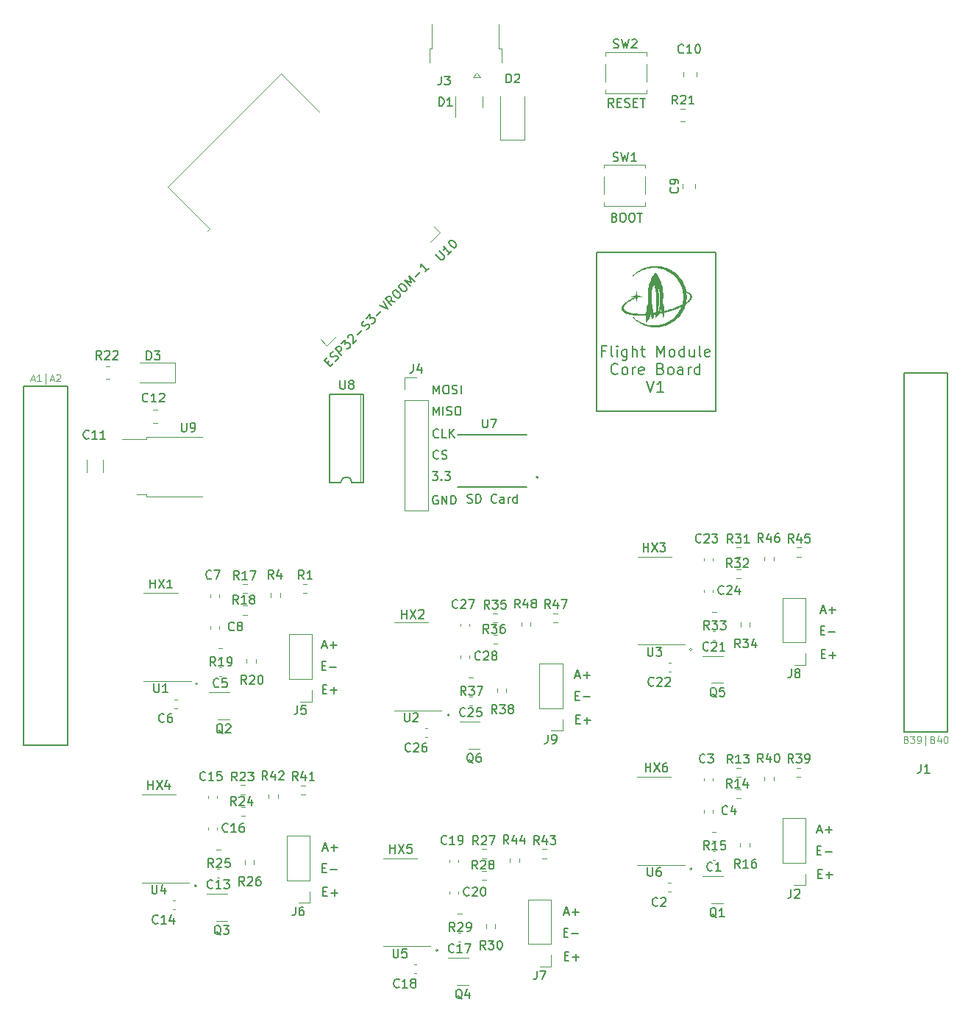
<source format=gbr>
%TF.GenerationSoftware,KiCad,Pcbnew,7.0.7*%
%TF.CreationDate,2024-02-25T10:58:23-08:00*%
%TF.ProjectId,Core-board 2,436f7265-2d62-46f6-9172-6420322e6b69,rev?*%
%TF.SameCoordinates,Original*%
%TF.FileFunction,Legend,Top*%
%TF.FilePolarity,Positive*%
%FSLAX46Y46*%
G04 Gerber Fmt 4.6, Leading zero omitted, Abs format (unit mm)*
G04 Created by KiCad (PCBNEW 7.0.7) date 2024-02-25 10:58:23*
%MOMM*%
%LPD*%
G01*
G04 APERTURE LIST*
%ADD10C,0.150000*%
%ADD11C,0.084375*%
%ADD12C,0.120000*%
%ADD13C,0.010000*%
%ADD14C,0.127000*%
%ADD15C,0.200000*%
%ADD16C,0.152400*%
%ADD17C,0.050800*%
G04 APERTURE END LIST*
D10*
X143068200Y-56712600D02*
X156784200Y-56712600D01*
X156784200Y-75000600D01*
X143068200Y-75000600D01*
X143068200Y-56712600D01*
X140686779Y-110446009D02*
X141020112Y-110446009D01*
X141162969Y-110969819D02*
X140686779Y-110969819D01*
X140686779Y-110969819D02*
X140686779Y-109969819D01*
X140686779Y-109969819D02*
X141162969Y-109969819D01*
X141591541Y-110588866D02*
X142353446Y-110588866D01*
X141972493Y-110969819D02*
X141972493Y-110207914D01*
X128189160Y-85522200D02*
X128332017Y-85569819D01*
X128332017Y-85569819D02*
X128570112Y-85569819D01*
X128570112Y-85569819D02*
X128665350Y-85522200D01*
X128665350Y-85522200D02*
X128712969Y-85474580D01*
X128712969Y-85474580D02*
X128760588Y-85379342D01*
X128760588Y-85379342D02*
X128760588Y-85284104D01*
X128760588Y-85284104D02*
X128712969Y-85188866D01*
X128712969Y-85188866D02*
X128665350Y-85141247D01*
X128665350Y-85141247D02*
X128570112Y-85093628D01*
X128570112Y-85093628D02*
X128379636Y-85046009D01*
X128379636Y-85046009D02*
X128284398Y-84998390D01*
X128284398Y-84998390D02*
X128236779Y-84950771D01*
X128236779Y-84950771D02*
X128189160Y-84855533D01*
X128189160Y-84855533D02*
X128189160Y-84760295D01*
X128189160Y-84760295D02*
X128236779Y-84665057D01*
X128236779Y-84665057D02*
X128284398Y-84617438D01*
X128284398Y-84617438D02*
X128379636Y-84569819D01*
X128379636Y-84569819D02*
X128617731Y-84569819D01*
X128617731Y-84569819D02*
X128760588Y-84617438D01*
X129189160Y-85569819D02*
X129189160Y-84569819D01*
X129189160Y-84569819D02*
X129427255Y-84569819D01*
X129427255Y-84569819D02*
X129570112Y-84617438D01*
X129570112Y-84617438D02*
X129665350Y-84712676D01*
X129665350Y-84712676D02*
X129712969Y-84807914D01*
X129712969Y-84807914D02*
X129760588Y-84998390D01*
X129760588Y-84998390D02*
X129760588Y-85141247D01*
X129760588Y-85141247D02*
X129712969Y-85331723D01*
X129712969Y-85331723D02*
X129665350Y-85426961D01*
X129665350Y-85426961D02*
X129570112Y-85522200D01*
X129570112Y-85522200D02*
X129427255Y-85569819D01*
X129427255Y-85569819D02*
X129189160Y-85569819D01*
X131522493Y-85474580D02*
X131474874Y-85522200D01*
X131474874Y-85522200D02*
X131332017Y-85569819D01*
X131332017Y-85569819D02*
X131236779Y-85569819D01*
X131236779Y-85569819D02*
X131093922Y-85522200D01*
X131093922Y-85522200D02*
X130998684Y-85426961D01*
X130998684Y-85426961D02*
X130951065Y-85331723D01*
X130951065Y-85331723D02*
X130903446Y-85141247D01*
X130903446Y-85141247D02*
X130903446Y-84998390D01*
X130903446Y-84998390D02*
X130951065Y-84807914D01*
X130951065Y-84807914D02*
X130998684Y-84712676D01*
X130998684Y-84712676D02*
X131093922Y-84617438D01*
X131093922Y-84617438D02*
X131236779Y-84569819D01*
X131236779Y-84569819D02*
X131332017Y-84569819D01*
X131332017Y-84569819D02*
X131474874Y-84617438D01*
X131474874Y-84617438D02*
X131522493Y-84665057D01*
X132379636Y-85569819D02*
X132379636Y-85046009D01*
X132379636Y-85046009D02*
X132332017Y-84950771D01*
X132332017Y-84950771D02*
X132236779Y-84903152D01*
X132236779Y-84903152D02*
X132046303Y-84903152D01*
X132046303Y-84903152D02*
X131951065Y-84950771D01*
X132379636Y-85522200D02*
X132284398Y-85569819D01*
X132284398Y-85569819D02*
X132046303Y-85569819D01*
X132046303Y-85569819D02*
X131951065Y-85522200D01*
X131951065Y-85522200D02*
X131903446Y-85426961D01*
X131903446Y-85426961D02*
X131903446Y-85331723D01*
X131903446Y-85331723D02*
X131951065Y-85236485D01*
X131951065Y-85236485D02*
X132046303Y-85188866D01*
X132046303Y-85188866D02*
X132284398Y-85188866D01*
X132284398Y-85188866D02*
X132379636Y-85141247D01*
X132855827Y-85569819D02*
X132855827Y-84903152D01*
X132855827Y-85093628D02*
X132903446Y-84998390D01*
X132903446Y-84998390D02*
X132951065Y-84950771D01*
X132951065Y-84950771D02*
X133046303Y-84903152D01*
X133046303Y-84903152D02*
X133141541Y-84903152D01*
X133903446Y-85569819D02*
X133903446Y-84569819D01*
X133903446Y-85522200D02*
X133808208Y-85569819D01*
X133808208Y-85569819D02*
X133617732Y-85569819D01*
X133617732Y-85569819D02*
X133522494Y-85522200D01*
X133522494Y-85522200D02*
X133474875Y-85474580D01*
X133474875Y-85474580D02*
X133427256Y-85379342D01*
X133427256Y-85379342D02*
X133427256Y-85093628D01*
X133427256Y-85093628D02*
X133474875Y-84998390D01*
X133474875Y-84998390D02*
X133522494Y-84950771D01*
X133522494Y-84950771D02*
X133617732Y-84903152D01*
X133617732Y-84903152D02*
X133808208Y-84903152D01*
X133808208Y-84903152D02*
X133903446Y-84950771D01*
X112025697Y-69499420D02*
X112261400Y-69263717D01*
X112732804Y-69533091D02*
X112396087Y-69869809D01*
X112396087Y-69869809D02*
X111688980Y-69162702D01*
X111688980Y-69162702D02*
X112025697Y-68825984D01*
X112968506Y-69230045D02*
X113103193Y-69162702D01*
X113103193Y-69162702D02*
X113271552Y-68994343D01*
X113271552Y-68994343D02*
X113305224Y-68893328D01*
X113305224Y-68893328D02*
X113305224Y-68825984D01*
X113305224Y-68825984D02*
X113271552Y-68724969D01*
X113271552Y-68724969D02*
X113204209Y-68657626D01*
X113204209Y-68657626D02*
X113103193Y-68623954D01*
X113103193Y-68623954D02*
X113035850Y-68623954D01*
X113035850Y-68623954D02*
X112934835Y-68657626D01*
X112934835Y-68657626D02*
X112766476Y-68758641D01*
X112766476Y-68758641D02*
X112665461Y-68792313D01*
X112665461Y-68792313D02*
X112598117Y-68792313D01*
X112598117Y-68792313D02*
X112497102Y-68758641D01*
X112497102Y-68758641D02*
X112429758Y-68691297D01*
X112429758Y-68691297D02*
X112396087Y-68590282D01*
X112396087Y-68590282D02*
X112396087Y-68522939D01*
X112396087Y-68522939D02*
X112429758Y-68421923D01*
X112429758Y-68421923D02*
X112598117Y-68253565D01*
X112598117Y-68253565D02*
X112732804Y-68186221D01*
X113709285Y-68556610D02*
X113002178Y-67849504D01*
X113002178Y-67849504D02*
X113271552Y-67580130D01*
X113271552Y-67580130D02*
X113372567Y-67546458D01*
X113372567Y-67546458D02*
X113439911Y-67546458D01*
X113439911Y-67546458D02*
X113540926Y-67580130D01*
X113540926Y-67580130D02*
X113641941Y-67681145D01*
X113641941Y-67681145D02*
X113675613Y-67782160D01*
X113675613Y-67782160D02*
X113675613Y-67849504D01*
X113675613Y-67849504D02*
X113641941Y-67950519D01*
X113641941Y-67950519D02*
X113372567Y-68219893D01*
X113641941Y-67209740D02*
X114079674Y-66772008D01*
X114079674Y-66772008D02*
X114113346Y-67277084D01*
X114113346Y-67277084D02*
X114214361Y-67176069D01*
X114214361Y-67176069D02*
X114315376Y-67142397D01*
X114315376Y-67142397D02*
X114382720Y-67142397D01*
X114382720Y-67142397D02*
X114483735Y-67176069D01*
X114483735Y-67176069D02*
X114652094Y-67344427D01*
X114652094Y-67344427D02*
X114685766Y-67445443D01*
X114685766Y-67445443D02*
X114685766Y-67512786D01*
X114685766Y-67512786D02*
X114652094Y-67613801D01*
X114652094Y-67613801D02*
X114450063Y-67815832D01*
X114450063Y-67815832D02*
X114349048Y-67849504D01*
X114349048Y-67849504D02*
X114281705Y-67849504D01*
X114416392Y-66569977D02*
X114416392Y-66502633D01*
X114416392Y-66502633D02*
X114450064Y-66401618D01*
X114450064Y-66401618D02*
X114618422Y-66233259D01*
X114618422Y-66233259D02*
X114719438Y-66199588D01*
X114719438Y-66199588D02*
X114786781Y-66199588D01*
X114786781Y-66199588D02*
X114887796Y-66233259D01*
X114887796Y-66233259D02*
X114955140Y-66300603D01*
X114955140Y-66300603D02*
X115022483Y-66435290D01*
X115022483Y-66435290D02*
X115022483Y-67243412D01*
X115022483Y-67243412D02*
X115460216Y-66805679D01*
X115493888Y-66233259D02*
X116032636Y-65694511D01*
X116571384Y-65627168D02*
X116706071Y-65559825D01*
X116706071Y-65559825D02*
X116874429Y-65391466D01*
X116874429Y-65391466D02*
X116908101Y-65290451D01*
X116908101Y-65290451D02*
X116908101Y-65223107D01*
X116908101Y-65223107D02*
X116874429Y-65122092D01*
X116874429Y-65122092D02*
X116807086Y-65054748D01*
X116807086Y-65054748D02*
X116706071Y-65021077D01*
X116706071Y-65021077D02*
X116638727Y-65021077D01*
X116638727Y-65021077D02*
X116537712Y-65054748D01*
X116537712Y-65054748D02*
X116369353Y-65155764D01*
X116369353Y-65155764D02*
X116268338Y-65189435D01*
X116268338Y-65189435D02*
X116200994Y-65189435D01*
X116200994Y-65189435D02*
X116099979Y-65155764D01*
X116099979Y-65155764D02*
X116032636Y-65088420D01*
X116032636Y-65088420D02*
X115998964Y-64987405D01*
X115998964Y-64987405D02*
X115998964Y-64920061D01*
X115998964Y-64920061D02*
X116032636Y-64819046D01*
X116032636Y-64819046D02*
X116200994Y-64650687D01*
X116200994Y-64650687D02*
X116335681Y-64583344D01*
X116537712Y-64313970D02*
X116975445Y-63876237D01*
X116975445Y-63876237D02*
X117009117Y-64381313D01*
X117009117Y-64381313D02*
X117110132Y-64280298D01*
X117110132Y-64280298D02*
X117211147Y-64246626D01*
X117211147Y-64246626D02*
X117278491Y-64246626D01*
X117278491Y-64246626D02*
X117379506Y-64280298D01*
X117379506Y-64280298D02*
X117547865Y-64448657D01*
X117547865Y-64448657D02*
X117581536Y-64549672D01*
X117581536Y-64549672D02*
X117581536Y-64617016D01*
X117581536Y-64617016D02*
X117547865Y-64718031D01*
X117547865Y-64718031D02*
X117345834Y-64920061D01*
X117345834Y-64920061D02*
X117244819Y-64953733D01*
X117244819Y-64953733D02*
X117177475Y-64953733D01*
X117716223Y-64010924D02*
X118254971Y-63472176D01*
X118052941Y-62798741D02*
X118995750Y-63270146D01*
X118995750Y-63270146D02*
X118524345Y-62327337D01*
X119871215Y-62394680D02*
X119298796Y-62293665D01*
X119467154Y-62798741D02*
X118760048Y-62091634D01*
X118760048Y-62091634D02*
X119029422Y-61822260D01*
X119029422Y-61822260D02*
X119130437Y-61788588D01*
X119130437Y-61788588D02*
X119197780Y-61788588D01*
X119197780Y-61788588D02*
X119298796Y-61822260D01*
X119298796Y-61822260D02*
X119399811Y-61923275D01*
X119399811Y-61923275D02*
X119433483Y-62024291D01*
X119433483Y-62024291D02*
X119433483Y-62091634D01*
X119433483Y-62091634D02*
X119399811Y-62192649D01*
X119399811Y-62192649D02*
X119130437Y-62462023D01*
X119601841Y-61249840D02*
X119736528Y-61115153D01*
X119736528Y-61115153D02*
X119837544Y-61081482D01*
X119837544Y-61081482D02*
X119972231Y-61081482D01*
X119972231Y-61081482D02*
X120140589Y-61182497D01*
X120140589Y-61182497D02*
X120376292Y-61418199D01*
X120376292Y-61418199D02*
X120477307Y-61586558D01*
X120477307Y-61586558D02*
X120477307Y-61721245D01*
X120477307Y-61721245D02*
X120443635Y-61822260D01*
X120443635Y-61822260D02*
X120308948Y-61956947D01*
X120308948Y-61956947D02*
X120207933Y-61990619D01*
X120207933Y-61990619D02*
X120073246Y-61990619D01*
X120073246Y-61990619D02*
X119904887Y-61889604D01*
X119904887Y-61889604D02*
X119669185Y-61653901D01*
X119669185Y-61653901D02*
X119568170Y-61485543D01*
X119568170Y-61485543D02*
X119568170Y-61350856D01*
X119568170Y-61350856D02*
X119601841Y-61249840D01*
X120342620Y-60509062D02*
X120477307Y-60374375D01*
X120477307Y-60374375D02*
X120578322Y-60340703D01*
X120578322Y-60340703D02*
X120713009Y-60340703D01*
X120713009Y-60340703D02*
X120881368Y-60441718D01*
X120881368Y-60441718D02*
X121117070Y-60677421D01*
X121117070Y-60677421D02*
X121218085Y-60845779D01*
X121218085Y-60845779D02*
X121218085Y-60980466D01*
X121218085Y-60980466D02*
X121184414Y-61081482D01*
X121184414Y-61081482D02*
X121049727Y-61216169D01*
X121049727Y-61216169D02*
X120948711Y-61249840D01*
X120948711Y-61249840D02*
X120814024Y-61249840D01*
X120814024Y-61249840D02*
X120645666Y-61148825D01*
X120645666Y-61148825D02*
X120409963Y-60913123D01*
X120409963Y-60913123D02*
X120308948Y-60744764D01*
X120308948Y-60744764D02*
X120308948Y-60610077D01*
X120308948Y-60610077D02*
X120342620Y-60509062D01*
X121655818Y-60610077D02*
X120948711Y-59902970D01*
X120948711Y-59902970D02*
X121689490Y-60172344D01*
X121689490Y-60172344D02*
X121420116Y-59431566D01*
X121420116Y-59431566D02*
X122127223Y-60138673D01*
X122194566Y-59532581D02*
X122733314Y-58993833D01*
X123709795Y-58556101D02*
X123305734Y-58960162D01*
X123507764Y-58758131D02*
X122800657Y-58051024D01*
X122800657Y-58051024D02*
X122834329Y-58219383D01*
X122834329Y-58219383D02*
X122834329Y-58354070D01*
X122834329Y-58354070D02*
X122800657Y-58455085D01*
X140639160Y-105484104D02*
X141115350Y-105484104D01*
X140543922Y-105769819D02*
X140877255Y-104769819D01*
X140877255Y-104769819D02*
X141210588Y-105769819D01*
X141543922Y-105388866D02*
X142305827Y-105388866D01*
X141924874Y-105769819D02*
X141924874Y-105007914D01*
X168889160Y-97984104D02*
X169365350Y-97984104D01*
X168793922Y-98269819D02*
X169127255Y-97269819D01*
X169127255Y-97269819D02*
X169460588Y-98269819D01*
X169793922Y-97888866D02*
X170555827Y-97888866D01*
X170174874Y-98269819D02*
X170174874Y-97507914D01*
X168536779Y-128246009D02*
X168870112Y-128246009D01*
X169012969Y-128769819D02*
X168536779Y-128769819D01*
X168536779Y-128769819D02*
X168536779Y-127769819D01*
X168536779Y-127769819D02*
X169012969Y-127769819D01*
X169441541Y-128388866D02*
X170203446Y-128388866D01*
X169822493Y-128769819D02*
X169822493Y-128007914D01*
X168436779Y-125546009D02*
X168770112Y-125546009D01*
X168912969Y-126069819D02*
X168436779Y-126069819D01*
X168436779Y-126069819D02*
X168436779Y-125069819D01*
X168436779Y-125069819D02*
X168912969Y-125069819D01*
X169341541Y-125688866D02*
X170103446Y-125688866D01*
X139339160Y-132734104D02*
X139815350Y-132734104D01*
X139243922Y-133019819D02*
X139577255Y-132019819D01*
X139577255Y-132019819D02*
X139910588Y-133019819D01*
X140243922Y-132638866D02*
X141005827Y-132638866D01*
X140624874Y-133019819D02*
X140624874Y-132257914D01*
X124236779Y-75469819D02*
X124236779Y-74469819D01*
X124236779Y-74469819D02*
X124570112Y-75184104D01*
X124570112Y-75184104D02*
X124903445Y-74469819D01*
X124903445Y-74469819D02*
X124903445Y-75469819D01*
X125379636Y-75469819D02*
X125379636Y-74469819D01*
X125808207Y-75422200D02*
X125951064Y-75469819D01*
X125951064Y-75469819D02*
X126189159Y-75469819D01*
X126189159Y-75469819D02*
X126284397Y-75422200D01*
X126284397Y-75422200D02*
X126332016Y-75374580D01*
X126332016Y-75374580D02*
X126379635Y-75279342D01*
X126379635Y-75279342D02*
X126379635Y-75184104D01*
X126379635Y-75184104D02*
X126332016Y-75088866D01*
X126332016Y-75088866D02*
X126284397Y-75041247D01*
X126284397Y-75041247D02*
X126189159Y-74993628D01*
X126189159Y-74993628D02*
X125998683Y-74946009D01*
X125998683Y-74946009D02*
X125903445Y-74898390D01*
X125903445Y-74898390D02*
X125855826Y-74850771D01*
X125855826Y-74850771D02*
X125808207Y-74755533D01*
X125808207Y-74755533D02*
X125808207Y-74660295D01*
X125808207Y-74660295D02*
X125855826Y-74565057D01*
X125855826Y-74565057D02*
X125903445Y-74517438D01*
X125903445Y-74517438D02*
X125998683Y-74469819D01*
X125998683Y-74469819D02*
X126236778Y-74469819D01*
X126236778Y-74469819D02*
X126379635Y-74517438D01*
X126998683Y-74469819D02*
X127189159Y-74469819D01*
X127189159Y-74469819D02*
X127284397Y-74517438D01*
X127284397Y-74517438D02*
X127379635Y-74612676D01*
X127379635Y-74612676D02*
X127427254Y-74803152D01*
X127427254Y-74803152D02*
X127427254Y-75136485D01*
X127427254Y-75136485D02*
X127379635Y-75326961D01*
X127379635Y-75326961D02*
X127284397Y-75422200D01*
X127284397Y-75422200D02*
X127189159Y-75469819D01*
X127189159Y-75469819D02*
X126998683Y-75469819D01*
X126998683Y-75469819D02*
X126903445Y-75422200D01*
X126903445Y-75422200D02*
X126808207Y-75326961D01*
X126808207Y-75326961D02*
X126760588Y-75136485D01*
X126760588Y-75136485D02*
X126760588Y-74803152D01*
X126760588Y-74803152D02*
X126808207Y-74612676D01*
X126808207Y-74612676D02*
X126903445Y-74517438D01*
X126903445Y-74517438D02*
X126998683Y-74469819D01*
X139386779Y-137696009D02*
X139720112Y-137696009D01*
X139862969Y-138219819D02*
X139386779Y-138219819D01*
X139386779Y-138219819D02*
X139386779Y-137219819D01*
X139386779Y-137219819D02*
X139862969Y-137219819D01*
X140291541Y-137838866D02*
X141053446Y-137838866D01*
X140672493Y-138219819D02*
X140672493Y-137457914D01*
X139286779Y-134996009D02*
X139620112Y-134996009D01*
X139762969Y-135519819D02*
X139286779Y-135519819D01*
X139286779Y-135519819D02*
X139286779Y-134519819D01*
X139286779Y-134519819D02*
X139762969Y-134519819D01*
X140191541Y-135138866D02*
X140953446Y-135138866D01*
X168936779Y-102946009D02*
X169270112Y-102946009D01*
X169412969Y-103469819D02*
X168936779Y-103469819D01*
X168936779Y-103469819D02*
X168936779Y-102469819D01*
X168936779Y-102469819D02*
X169412969Y-102469819D01*
X169841541Y-103088866D02*
X170603446Y-103088866D01*
X170222493Y-103469819D02*
X170222493Y-102707914D01*
X120636779Y-98869819D02*
X120636779Y-97869819D01*
X120636779Y-98346009D02*
X121208207Y-98346009D01*
X121208207Y-98869819D02*
X121208207Y-97869819D01*
X121589160Y-97869819D02*
X122255826Y-98869819D01*
X122255826Y-97869819D02*
X121589160Y-98869819D01*
X122589160Y-97965057D02*
X122636779Y-97917438D01*
X122636779Y-97917438D02*
X122732017Y-97869819D01*
X122732017Y-97869819D02*
X122970112Y-97869819D01*
X122970112Y-97869819D02*
X123065350Y-97917438D01*
X123065350Y-97917438D02*
X123112969Y-97965057D01*
X123112969Y-97965057D02*
X123160588Y-98060295D01*
X123160588Y-98060295D02*
X123160588Y-98155533D01*
X123160588Y-98155533D02*
X123112969Y-98298390D01*
X123112969Y-98298390D02*
X122541541Y-98869819D01*
X122541541Y-98869819D02*
X123160588Y-98869819D01*
X124286779Y-73019819D02*
X124286779Y-72019819D01*
X124286779Y-72019819D02*
X124620112Y-72734104D01*
X124620112Y-72734104D02*
X124953445Y-72019819D01*
X124953445Y-72019819D02*
X124953445Y-73019819D01*
X125620112Y-72019819D02*
X125810588Y-72019819D01*
X125810588Y-72019819D02*
X125905826Y-72067438D01*
X125905826Y-72067438D02*
X126001064Y-72162676D01*
X126001064Y-72162676D02*
X126048683Y-72353152D01*
X126048683Y-72353152D02*
X126048683Y-72686485D01*
X126048683Y-72686485D02*
X126001064Y-72876961D01*
X126001064Y-72876961D02*
X125905826Y-72972200D01*
X125905826Y-72972200D02*
X125810588Y-73019819D01*
X125810588Y-73019819D02*
X125620112Y-73019819D01*
X125620112Y-73019819D02*
X125524874Y-72972200D01*
X125524874Y-72972200D02*
X125429636Y-72876961D01*
X125429636Y-72876961D02*
X125382017Y-72686485D01*
X125382017Y-72686485D02*
X125382017Y-72353152D01*
X125382017Y-72353152D02*
X125429636Y-72162676D01*
X125429636Y-72162676D02*
X125524874Y-72067438D01*
X125524874Y-72067438D02*
X125620112Y-72019819D01*
X126429636Y-72972200D02*
X126572493Y-73019819D01*
X126572493Y-73019819D02*
X126810588Y-73019819D01*
X126810588Y-73019819D02*
X126905826Y-72972200D01*
X126905826Y-72972200D02*
X126953445Y-72924580D01*
X126953445Y-72924580D02*
X127001064Y-72829342D01*
X127001064Y-72829342D02*
X127001064Y-72734104D01*
X127001064Y-72734104D02*
X126953445Y-72638866D01*
X126953445Y-72638866D02*
X126905826Y-72591247D01*
X126905826Y-72591247D02*
X126810588Y-72543628D01*
X126810588Y-72543628D02*
X126620112Y-72496009D01*
X126620112Y-72496009D02*
X126524874Y-72448390D01*
X126524874Y-72448390D02*
X126477255Y-72400771D01*
X126477255Y-72400771D02*
X126429636Y-72305533D01*
X126429636Y-72305533D02*
X126429636Y-72210295D01*
X126429636Y-72210295D02*
X126477255Y-72115057D01*
X126477255Y-72115057D02*
X126524874Y-72067438D01*
X126524874Y-72067438D02*
X126620112Y-72019819D01*
X126620112Y-72019819D02*
X126858207Y-72019819D01*
X126858207Y-72019819D02*
X127001064Y-72067438D01*
X127429636Y-73019819D02*
X127429636Y-72019819D01*
X148436779Y-91169819D02*
X148436779Y-90169819D01*
X148436779Y-90646009D02*
X149008207Y-90646009D01*
X149008207Y-91169819D02*
X149008207Y-90169819D01*
X149389160Y-90169819D02*
X150055826Y-91169819D01*
X150055826Y-90169819D02*
X149389160Y-91169819D01*
X150341541Y-90169819D02*
X150960588Y-90169819D01*
X150960588Y-90169819D02*
X150627255Y-90550771D01*
X150627255Y-90550771D02*
X150770112Y-90550771D01*
X150770112Y-90550771D02*
X150865350Y-90598390D01*
X150865350Y-90598390D02*
X150912969Y-90646009D01*
X150912969Y-90646009D02*
X150960588Y-90741247D01*
X150960588Y-90741247D02*
X150960588Y-90979342D01*
X150960588Y-90979342D02*
X150912969Y-91074580D01*
X150912969Y-91074580D02*
X150865350Y-91122200D01*
X150865350Y-91122200D02*
X150770112Y-91169819D01*
X150770112Y-91169819D02*
X150484398Y-91169819D01*
X150484398Y-91169819D02*
X150389160Y-91122200D01*
X150389160Y-91122200D02*
X150341541Y-91074580D01*
X91436779Y-118519819D02*
X91436779Y-117519819D01*
X91436779Y-117996009D02*
X92008207Y-117996009D01*
X92008207Y-118519819D02*
X92008207Y-117519819D01*
X92389160Y-117519819D02*
X93055826Y-118519819D01*
X93055826Y-117519819D02*
X92389160Y-118519819D01*
X93865350Y-117853152D02*
X93865350Y-118519819D01*
X93627255Y-117472200D02*
X93389160Y-118186485D01*
X93389160Y-118186485D02*
X94008207Y-118186485D01*
X111586779Y-130296009D02*
X111920112Y-130296009D01*
X112062969Y-130819819D02*
X111586779Y-130819819D01*
X111586779Y-130819819D02*
X111586779Y-129819819D01*
X111586779Y-129819819D02*
X112062969Y-129819819D01*
X112491541Y-130438866D02*
X113253446Y-130438866D01*
X112872493Y-130819819D02*
X112872493Y-130057914D01*
X144074523Y-68069788D02*
X143651189Y-68069788D01*
X143651189Y-68735026D02*
X143651189Y-67465026D01*
X143651189Y-67465026D02*
X144255951Y-67465026D01*
X144921189Y-68735026D02*
X144800237Y-68674550D01*
X144800237Y-68674550D02*
X144739760Y-68553597D01*
X144739760Y-68553597D02*
X144739760Y-67465026D01*
X145404998Y-68735026D02*
X145404998Y-67888359D01*
X145404998Y-67465026D02*
X145344522Y-67525502D01*
X145344522Y-67525502D02*
X145404998Y-67585978D01*
X145404998Y-67585978D02*
X145465475Y-67525502D01*
X145465475Y-67525502D02*
X145404998Y-67465026D01*
X145404998Y-67465026D02*
X145404998Y-67585978D01*
X146554046Y-67888359D02*
X146554046Y-68916454D01*
X146554046Y-68916454D02*
X146493570Y-69037407D01*
X146493570Y-69037407D02*
X146433094Y-69097883D01*
X146433094Y-69097883D02*
X146312141Y-69158359D01*
X146312141Y-69158359D02*
X146130713Y-69158359D01*
X146130713Y-69158359D02*
X146009760Y-69097883D01*
X146554046Y-68674550D02*
X146433094Y-68735026D01*
X146433094Y-68735026D02*
X146191189Y-68735026D01*
X146191189Y-68735026D02*
X146070237Y-68674550D01*
X146070237Y-68674550D02*
X146009760Y-68614073D01*
X146009760Y-68614073D02*
X145949284Y-68493121D01*
X145949284Y-68493121D02*
X145949284Y-68130264D01*
X145949284Y-68130264D02*
X146009760Y-68009311D01*
X146009760Y-68009311D02*
X146070237Y-67948835D01*
X146070237Y-67948835D02*
X146191189Y-67888359D01*
X146191189Y-67888359D02*
X146433094Y-67888359D01*
X146433094Y-67888359D02*
X146554046Y-67948835D01*
X147158808Y-68735026D02*
X147158808Y-67465026D01*
X147703094Y-68735026D02*
X147703094Y-68069788D01*
X147703094Y-68069788D02*
X147642618Y-67948835D01*
X147642618Y-67948835D02*
X147521666Y-67888359D01*
X147521666Y-67888359D02*
X147340237Y-67888359D01*
X147340237Y-67888359D02*
X147219285Y-67948835D01*
X147219285Y-67948835D02*
X147158808Y-68009311D01*
X148126428Y-67888359D02*
X148610237Y-67888359D01*
X148307856Y-67465026D02*
X148307856Y-68553597D01*
X148307856Y-68553597D02*
X148368333Y-68674550D01*
X148368333Y-68674550D02*
X148489285Y-68735026D01*
X148489285Y-68735026D02*
X148610237Y-68735026D01*
X150001189Y-68735026D02*
X150001189Y-67465026D01*
X150001189Y-67465026D02*
X150424523Y-68372169D01*
X150424523Y-68372169D02*
X150847856Y-67465026D01*
X150847856Y-67465026D02*
X150847856Y-68735026D01*
X151634047Y-68735026D02*
X151513095Y-68674550D01*
X151513095Y-68674550D02*
X151452618Y-68614073D01*
X151452618Y-68614073D02*
X151392142Y-68493121D01*
X151392142Y-68493121D02*
X151392142Y-68130264D01*
X151392142Y-68130264D02*
X151452618Y-68009311D01*
X151452618Y-68009311D02*
X151513095Y-67948835D01*
X151513095Y-67948835D02*
X151634047Y-67888359D01*
X151634047Y-67888359D02*
X151815476Y-67888359D01*
X151815476Y-67888359D02*
X151936428Y-67948835D01*
X151936428Y-67948835D02*
X151996904Y-68009311D01*
X151996904Y-68009311D02*
X152057380Y-68130264D01*
X152057380Y-68130264D02*
X152057380Y-68493121D01*
X152057380Y-68493121D02*
X151996904Y-68614073D01*
X151996904Y-68614073D02*
X151936428Y-68674550D01*
X151936428Y-68674550D02*
X151815476Y-68735026D01*
X151815476Y-68735026D02*
X151634047Y-68735026D01*
X153145952Y-68735026D02*
X153145952Y-67465026D01*
X153145952Y-68674550D02*
X153025000Y-68735026D01*
X153025000Y-68735026D02*
X152783095Y-68735026D01*
X152783095Y-68735026D02*
X152662143Y-68674550D01*
X152662143Y-68674550D02*
X152601666Y-68614073D01*
X152601666Y-68614073D02*
X152541190Y-68493121D01*
X152541190Y-68493121D02*
X152541190Y-68130264D01*
X152541190Y-68130264D02*
X152601666Y-68009311D01*
X152601666Y-68009311D02*
X152662143Y-67948835D01*
X152662143Y-67948835D02*
X152783095Y-67888359D01*
X152783095Y-67888359D02*
X153025000Y-67888359D01*
X153025000Y-67888359D02*
X153145952Y-67948835D01*
X154295000Y-67888359D02*
X154295000Y-68735026D01*
X153750714Y-67888359D02*
X153750714Y-68553597D01*
X153750714Y-68553597D02*
X153811191Y-68674550D01*
X153811191Y-68674550D02*
X153932143Y-68735026D01*
X153932143Y-68735026D02*
X154113572Y-68735026D01*
X154113572Y-68735026D02*
X154234524Y-68674550D01*
X154234524Y-68674550D02*
X154295000Y-68614073D01*
X155081191Y-68735026D02*
X154960239Y-68674550D01*
X154960239Y-68674550D02*
X154899762Y-68553597D01*
X154899762Y-68553597D02*
X154899762Y-67465026D01*
X156048810Y-68674550D02*
X155927858Y-68735026D01*
X155927858Y-68735026D02*
X155685953Y-68735026D01*
X155685953Y-68735026D02*
X155565000Y-68674550D01*
X155565000Y-68674550D02*
X155504524Y-68553597D01*
X155504524Y-68553597D02*
X155504524Y-68069788D01*
X155504524Y-68069788D02*
X155565000Y-67948835D01*
X155565000Y-67948835D02*
X155685953Y-67888359D01*
X155685953Y-67888359D02*
X155927858Y-67888359D01*
X155927858Y-67888359D02*
X156048810Y-67948835D01*
X156048810Y-67948835D02*
X156109286Y-68069788D01*
X156109286Y-68069788D02*
X156109286Y-68190740D01*
X156109286Y-68190740D02*
X155504524Y-68311692D01*
X145495714Y-70658773D02*
X145435238Y-70719250D01*
X145435238Y-70719250D02*
X145253809Y-70779726D01*
X145253809Y-70779726D02*
X145132857Y-70779726D01*
X145132857Y-70779726D02*
X144951428Y-70719250D01*
X144951428Y-70719250D02*
X144830476Y-70598297D01*
X144830476Y-70598297D02*
X144769999Y-70477345D01*
X144769999Y-70477345D02*
X144709523Y-70235440D01*
X144709523Y-70235440D02*
X144709523Y-70054011D01*
X144709523Y-70054011D02*
X144769999Y-69812107D01*
X144769999Y-69812107D02*
X144830476Y-69691154D01*
X144830476Y-69691154D02*
X144951428Y-69570202D01*
X144951428Y-69570202D02*
X145132857Y-69509726D01*
X145132857Y-69509726D02*
X145253809Y-69509726D01*
X145253809Y-69509726D02*
X145435238Y-69570202D01*
X145435238Y-69570202D02*
X145495714Y-69630678D01*
X146221428Y-70779726D02*
X146100476Y-70719250D01*
X146100476Y-70719250D02*
X146039999Y-70658773D01*
X146039999Y-70658773D02*
X145979523Y-70537821D01*
X145979523Y-70537821D02*
X145979523Y-70174964D01*
X145979523Y-70174964D02*
X146039999Y-70054011D01*
X146039999Y-70054011D02*
X146100476Y-69993535D01*
X146100476Y-69993535D02*
X146221428Y-69933059D01*
X146221428Y-69933059D02*
X146402857Y-69933059D01*
X146402857Y-69933059D02*
X146523809Y-69993535D01*
X146523809Y-69993535D02*
X146584285Y-70054011D01*
X146584285Y-70054011D02*
X146644761Y-70174964D01*
X146644761Y-70174964D02*
X146644761Y-70537821D01*
X146644761Y-70537821D02*
X146584285Y-70658773D01*
X146584285Y-70658773D02*
X146523809Y-70719250D01*
X146523809Y-70719250D02*
X146402857Y-70779726D01*
X146402857Y-70779726D02*
X146221428Y-70779726D01*
X147189047Y-70779726D02*
X147189047Y-69933059D01*
X147189047Y-70174964D02*
X147249524Y-70054011D01*
X147249524Y-70054011D02*
X147310000Y-69993535D01*
X147310000Y-69993535D02*
X147430952Y-69933059D01*
X147430952Y-69933059D02*
X147551905Y-69933059D01*
X148459047Y-70719250D02*
X148338095Y-70779726D01*
X148338095Y-70779726D02*
X148096190Y-70779726D01*
X148096190Y-70779726D02*
X147975237Y-70719250D01*
X147975237Y-70719250D02*
X147914761Y-70598297D01*
X147914761Y-70598297D02*
X147914761Y-70114488D01*
X147914761Y-70114488D02*
X147975237Y-69993535D01*
X147975237Y-69993535D02*
X148096190Y-69933059D01*
X148096190Y-69933059D02*
X148338095Y-69933059D01*
X148338095Y-69933059D02*
X148459047Y-69993535D01*
X148459047Y-69993535D02*
X148519523Y-70114488D01*
X148519523Y-70114488D02*
X148519523Y-70235440D01*
X148519523Y-70235440D02*
X147914761Y-70356392D01*
X150454761Y-70114488D02*
X150636189Y-70174964D01*
X150636189Y-70174964D02*
X150696666Y-70235440D01*
X150696666Y-70235440D02*
X150757142Y-70356392D01*
X150757142Y-70356392D02*
X150757142Y-70537821D01*
X150757142Y-70537821D02*
X150696666Y-70658773D01*
X150696666Y-70658773D02*
X150636189Y-70719250D01*
X150636189Y-70719250D02*
X150515237Y-70779726D01*
X150515237Y-70779726D02*
X150031427Y-70779726D01*
X150031427Y-70779726D02*
X150031427Y-69509726D01*
X150031427Y-69509726D02*
X150454761Y-69509726D01*
X150454761Y-69509726D02*
X150575713Y-69570202D01*
X150575713Y-69570202D02*
X150636189Y-69630678D01*
X150636189Y-69630678D02*
X150696666Y-69751630D01*
X150696666Y-69751630D02*
X150696666Y-69872583D01*
X150696666Y-69872583D02*
X150636189Y-69993535D01*
X150636189Y-69993535D02*
X150575713Y-70054011D01*
X150575713Y-70054011D02*
X150454761Y-70114488D01*
X150454761Y-70114488D02*
X150031427Y-70114488D01*
X151482856Y-70779726D02*
X151361904Y-70719250D01*
X151361904Y-70719250D02*
X151301427Y-70658773D01*
X151301427Y-70658773D02*
X151240951Y-70537821D01*
X151240951Y-70537821D02*
X151240951Y-70174964D01*
X151240951Y-70174964D02*
X151301427Y-70054011D01*
X151301427Y-70054011D02*
X151361904Y-69993535D01*
X151361904Y-69993535D02*
X151482856Y-69933059D01*
X151482856Y-69933059D02*
X151664285Y-69933059D01*
X151664285Y-69933059D02*
X151785237Y-69993535D01*
X151785237Y-69993535D02*
X151845713Y-70054011D01*
X151845713Y-70054011D02*
X151906189Y-70174964D01*
X151906189Y-70174964D02*
X151906189Y-70537821D01*
X151906189Y-70537821D02*
X151845713Y-70658773D01*
X151845713Y-70658773D02*
X151785237Y-70719250D01*
X151785237Y-70719250D02*
X151664285Y-70779726D01*
X151664285Y-70779726D02*
X151482856Y-70779726D01*
X152994761Y-70779726D02*
X152994761Y-70114488D01*
X152994761Y-70114488D02*
X152934285Y-69993535D01*
X152934285Y-69993535D02*
X152813333Y-69933059D01*
X152813333Y-69933059D02*
X152571428Y-69933059D01*
X152571428Y-69933059D02*
X152450475Y-69993535D01*
X152994761Y-70719250D02*
X152873809Y-70779726D01*
X152873809Y-70779726D02*
X152571428Y-70779726D01*
X152571428Y-70779726D02*
X152450475Y-70719250D01*
X152450475Y-70719250D02*
X152389999Y-70598297D01*
X152389999Y-70598297D02*
X152389999Y-70477345D01*
X152389999Y-70477345D02*
X152450475Y-70356392D01*
X152450475Y-70356392D02*
X152571428Y-70295916D01*
X152571428Y-70295916D02*
X152873809Y-70295916D01*
X152873809Y-70295916D02*
X152994761Y-70235440D01*
X153599523Y-70779726D02*
X153599523Y-69933059D01*
X153599523Y-70174964D02*
X153660000Y-70054011D01*
X153660000Y-70054011D02*
X153720476Y-69993535D01*
X153720476Y-69993535D02*
X153841428Y-69933059D01*
X153841428Y-69933059D02*
X153962381Y-69933059D01*
X154929999Y-70779726D02*
X154929999Y-69509726D01*
X154929999Y-70719250D02*
X154809047Y-70779726D01*
X154809047Y-70779726D02*
X154567142Y-70779726D01*
X154567142Y-70779726D02*
X154446190Y-70719250D01*
X154446190Y-70719250D02*
X154385713Y-70658773D01*
X154385713Y-70658773D02*
X154325237Y-70537821D01*
X154325237Y-70537821D02*
X154325237Y-70174964D01*
X154325237Y-70174964D02*
X154385713Y-70054011D01*
X154385713Y-70054011D02*
X154446190Y-69993535D01*
X154446190Y-69993535D02*
X154567142Y-69933059D01*
X154567142Y-69933059D02*
X154809047Y-69933059D01*
X154809047Y-69933059D02*
X154929999Y-69993535D01*
X148821905Y-71554426D02*
X149245238Y-72824426D01*
X149245238Y-72824426D02*
X149668572Y-71554426D01*
X150757143Y-72824426D02*
X150031428Y-72824426D01*
X150394285Y-72824426D02*
X150394285Y-71554426D01*
X150394285Y-71554426D02*
X150273333Y-71735854D01*
X150273333Y-71735854D02*
X150152381Y-71856807D01*
X150152381Y-71856807D02*
X150031428Y-71917283D01*
X145008207Y-40019819D02*
X144674874Y-39543628D01*
X144436779Y-40019819D02*
X144436779Y-39019819D01*
X144436779Y-39019819D02*
X144817731Y-39019819D01*
X144817731Y-39019819D02*
X144912969Y-39067438D01*
X144912969Y-39067438D02*
X144960588Y-39115057D01*
X144960588Y-39115057D02*
X145008207Y-39210295D01*
X145008207Y-39210295D02*
X145008207Y-39353152D01*
X145008207Y-39353152D02*
X144960588Y-39448390D01*
X144960588Y-39448390D02*
X144912969Y-39496009D01*
X144912969Y-39496009D02*
X144817731Y-39543628D01*
X144817731Y-39543628D02*
X144436779Y-39543628D01*
X145436779Y-39496009D02*
X145770112Y-39496009D01*
X145912969Y-40019819D02*
X145436779Y-40019819D01*
X145436779Y-40019819D02*
X145436779Y-39019819D01*
X145436779Y-39019819D02*
X145912969Y-39019819D01*
X146293922Y-39972200D02*
X146436779Y-40019819D01*
X146436779Y-40019819D02*
X146674874Y-40019819D01*
X146674874Y-40019819D02*
X146770112Y-39972200D01*
X146770112Y-39972200D02*
X146817731Y-39924580D01*
X146817731Y-39924580D02*
X146865350Y-39829342D01*
X146865350Y-39829342D02*
X146865350Y-39734104D01*
X146865350Y-39734104D02*
X146817731Y-39638866D01*
X146817731Y-39638866D02*
X146770112Y-39591247D01*
X146770112Y-39591247D02*
X146674874Y-39543628D01*
X146674874Y-39543628D02*
X146484398Y-39496009D01*
X146484398Y-39496009D02*
X146389160Y-39448390D01*
X146389160Y-39448390D02*
X146341541Y-39400771D01*
X146341541Y-39400771D02*
X146293922Y-39305533D01*
X146293922Y-39305533D02*
X146293922Y-39210295D01*
X146293922Y-39210295D02*
X146341541Y-39115057D01*
X146341541Y-39115057D02*
X146389160Y-39067438D01*
X146389160Y-39067438D02*
X146484398Y-39019819D01*
X146484398Y-39019819D02*
X146722493Y-39019819D01*
X146722493Y-39019819D02*
X146865350Y-39067438D01*
X147293922Y-39496009D02*
X147627255Y-39496009D01*
X147770112Y-40019819D02*
X147293922Y-40019819D01*
X147293922Y-40019819D02*
X147293922Y-39019819D01*
X147293922Y-39019819D02*
X147770112Y-39019819D01*
X148055827Y-39019819D02*
X148627255Y-39019819D01*
X148341541Y-40019819D02*
X148341541Y-39019819D01*
X111536779Y-106996009D02*
X111870112Y-106996009D01*
X112012969Y-107519819D02*
X111536779Y-107519819D01*
X111536779Y-107519819D02*
X111536779Y-106519819D01*
X111536779Y-106519819D02*
X112012969Y-106519819D01*
X112441541Y-107138866D02*
X113203446Y-107138866D01*
X112822493Y-107519819D02*
X112822493Y-106757914D01*
X124858207Y-80424580D02*
X124810588Y-80472200D01*
X124810588Y-80472200D02*
X124667731Y-80519819D01*
X124667731Y-80519819D02*
X124572493Y-80519819D01*
X124572493Y-80519819D02*
X124429636Y-80472200D01*
X124429636Y-80472200D02*
X124334398Y-80376961D01*
X124334398Y-80376961D02*
X124286779Y-80281723D01*
X124286779Y-80281723D02*
X124239160Y-80091247D01*
X124239160Y-80091247D02*
X124239160Y-79948390D01*
X124239160Y-79948390D02*
X124286779Y-79757914D01*
X124286779Y-79757914D02*
X124334398Y-79662676D01*
X124334398Y-79662676D02*
X124429636Y-79567438D01*
X124429636Y-79567438D02*
X124572493Y-79519819D01*
X124572493Y-79519819D02*
X124667731Y-79519819D01*
X124667731Y-79519819D02*
X124810588Y-79567438D01*
X124810588Y-79567438D02*
X124858207Y-79615057D01*
X125239160Y-80472200D02*
X125382017Y-80519819D01*
X125382017Y-80519819D02*
X125620112Y-80519819D01*
X125620112Y-80519819D02*
X125715350Y-80472200D01*
X125715350Y-80472200D02*
X125762969Y-80424580D01*
X125762969Y-80424580D02*
X125810588Y-80329342D01*
X125810588Y-80329342D02*
X125810588Y-80234104D01*
X125810588Y-80234104D02*
X125762969Y-80138866D01*
X125762969Y-80138866D02*
X125715350Y-80091247D01*
X125715350Y-80091247D02*
X125620112Y-80043628D01*
X125620112Y-80043628D02*
X125429636Y-79996009D01*
X125429636Y-79996009D02*
X125334398Y-79948390D01*
X125334398Y-79948390D02*
X125286779Y-79900771D01*
X125286779Y-79900771D02*
X125239160Y-79805533D01*
X125239160Y-79805533D02*
X125239160Y-79710295D01*
X125239160Y-79710295D02*
X125286779Y-79615057D01*
X125286779Y-79615057D02*
X125334398Y-79567438D01*
X125334398Y-79567438D02*
X125429636Y-79519819D01*
X125429636Y-79519819D02*
X125667731Y-79519819D01*
X125667731Y-79519819D02*
X125810588Y-79567438D01*
X124858207Y-77974580D02*
X124810588Y-78022200D01*
X124810588Y-78022200D02*
X124667731Y-78069819D01*
X124667731Y-78069819D02*
X124572493Y-78069819D01*
X124572493Y-78069819D02*
X124429636Y-78022200D01*
X124429636Y-78022200D02*
X124334398Y-77926961D01*
X124334398Y-77926961D02*
X124286779Y-77831723D01*
X124286779Y-77831723D02*
X124239160Y-77641247D01*
X124239160Y-77641247D02*
X124239160Y-77498390D01*
X124239160Y-77498390D02*
X124286779Y-77307914D01*
X124286779Y-77307914D02*
X124334398Y-77212676D01*
X124334398Y-77212676D02*
X124429636Y-77117438D01*
X124429636Y-77117438D02*
X124572493Y-77069819D01*
X124572493Y-77069819D02*
X124667731Y-77069819D01*
X124667731Y-77069819D02*
X124810588Y-77117438D01*
X124810588Y-77117438D02*
X124858207Y-77165057D01*
X125762969Y-78069819D02*
X125286779Y-78069819D01*
X125286779Y-78069819D02*
X125286779Y-77069819D01*
X126096303Y-78069819D02*
X126096303Y-77069819D01*
X126667731Y-78069819D02*
X126239160Y-77498390D01*
X126667731Y-77069819D02*
X126096303Y-77641247D01*
X168489160Y-123284104D02*
X168965350Y-123284104D01*
X168393922Y-123569819D02*
X168727255Y-122569819D01*
X168727255Y-122569819D02*
X169060588Y-123569819D01*
X169393922Y-123188866D02*
X170155827Y-123188866D01*
X169774874Y-123569819D02*
X169774874Y-122807914D01*
X124760588Y-84767438D02*
X124665350Y-84719819D01*
X124665350Y-84719819D02*
X124522493Y-84719819D01*
X124522493Y-84719819D02*
X124379636Y-84767438D01*
X124379636Y-84767438D02*
X124284398Y-84862676D01*
X124284398Y-84862676D02*
X124236779Y-84957914D01*
X124236779Y-84957914D02*
X124189160Y-85148390D01*
X124189160Y-85148390D02*
X124189160Y-85291247D01*
X124189160Y-85291247D02*
X124236779Y-85481723D01*
X124236779Y-85481723D02*
X124284398Y-85576961D01*
X124284398Y-85576961D02*
X124379636Y-85672200D01*
X124379636Y-85672200D02*
X124522493Y-85719819D01*
X124522493Y-85719819D02*
X124617731Y-85719819D01*
X124617731Y-85719819D02*
X124760588Y-85672200D01*
X124760588Y-85672200D02*
X124808207Y-85624580D01*
X124808207Y-85624580D02*
X124808207Y-85291247D01*
X124808207Y-85291247D02*
X124617731Y-85291247D01*
X125236779Y-85719819D02*
X125236779Y-84719819D01*
X125236779Y-84719819D02*
X125808207Y-85719819D01*
X125808207Y-85719819D02*
X125808207Y-84719819D01*
X126284398Y-85719819D02*
X126284398Y-84719819D01*
X126284398Y-84719819D02*
X126522493Y-84719819D01*
X126522493Y-84719819D02*
X126665350Y-84767438D01*
X126665350Y-84767438D02*
X126760588Y-84862676D01*
X126760588Y-84862676D02*
X126808207Y-84957914D01*
X126808207Y-84957914D02*
X126855826Y-85148390D01*
X126855826Y-85148390D02*
X126855826Y-85291247D01*
X126855826Y-85291247D02*
X126808207Y-85481723D01*
X126808207Y-85481723D02*
X126760588Y-85576961D01*
X126760588Y-85576961D02*
X126665350Y-85672200D01*
X126665350Y-85672200D02*
X126522493Y-85719819D01*
X126522493Y-85719819D02*
X126284398Y-85719819D01*
X111436779Y-104296009D02*
X111770112Y-104296009D01*
X111912969Y-104819819D02*
X111436779Y-104819819D01*
X111436779Y-104819819D02*
X111436779Y-103819819D01*
X111436779Y-103819819D02*
X111912969Y-103819819D01*
X112341541Y-104438866D02*
X113103446Y-104438866D01*
X91686779Y-95369819D02*
X91686779Y-94369819D01*
X91686779Y-94846009D02*
X92258207Y-94846009D01*
X92258207Y-95369819D02*
X92258207Y-94369819D01*
X92639160Y-94369819D02*
X93305826Y-95369819D01*
X93305826Y-94369819D02*
X92639160Y-95369819D01*
X94210588Y-95369819D02*
X93639160Y-95369819D01*
X93924874Y-95369819D02*
X93924874Y-94369819D01*
X93924874Y-94369819D02*
X93829636Y-94512676D01*
X93829636Y-94512676D02*
X93734398Y-94607914D01*
X93734398Y-94607914D02*
X93639160Y-94655533D01*
X111489160Y-102034104D02*
X111965350Y-102034104D01*
X111393922Y-102319819D02*
X111727255Y-101319819D01*
X111727255Y-101319819D02*
X112060588Y-102319819D01*
X112393922Y-101938866D02*
X113155827Y-101938866D01*
X112774874Y-102319819D02*
X112774874Y-101557914D01*
X145120112Y-52696009D02*
X145262969Y-52743628D01*
X145262969Y-52743628D02*
X145310588Y-52791247D01*
X145310588Y-52791247D02*
X145358207Y-52886485D01*
X145358207Y-52886485D02*
X145358207Y-53029342D01*
X145358207Y-53029342D02*
X145310588Y-53124580D01*
X145310588Y-53124580D02*
X145262969Y-53172200D01*
X145262969Y-53172200D02*
X145167731Y-53219819D01*
X145167731Y-53219819D02*
X144786779Y-53219819D01*
X144786779Y-53219819D02*
X144786779Y-52219819D01*
X144786779Y-52219819D02*
X145120112Y-52219819D01*
X145120112Y-52219819D02*
X145215350Y-52267438D01*
X145215350Y-52267438D02*
X145262969Y-52315057D01*
X145262969Y-52315057D02*
X145310588Y-52410295D01*
X145310588Y-52410295D02*
X145310588Y-52505533D01*
X145310588Y-52505533D02*
X145262969Y-52600771D01*
X145262969Y-52600771D02*
X145215350Y-52648390D01*
X145215350Y-52648390D02*
X145120112Y-52696009D01*
X145120112Y-52696009D02*
X144786779Y-52696009D01*
X145977255Y-52219819D02*
X146167731Y-52219819D01*
X146167731Y-52219819D02*
X146262969Y-52267438D01*
X146262969Y-52267438D02*
X146358207Y-52362676D01*
X146358207Y-52362676D02*
X146405826Y-52553152D01*
X146405826Y-52553152D02*
X146405826Y-52886485D01*
X146405826Y-52886485D02*
X146358207Y-53076961D01*
X146358207Y-53076961D02*
X146262969Y-53172200D01*
X146262969Y-53172200D02*
X146167731Y-53219819D01*
X146167731Y-53219819D02*
X145977255Y-53219819D01*
X145977255Y-53219819D02*
X145882017Y-53172200D01*
X145882017Y-53172200D02*
X145786779Y-53076961D01*
X145786779Y-53076961D02*
X145739160Y-52886485D01*
X145739160Y-52886485D02*
X145739160Y-52553152D01*
X145739160Y-52553152D02*
X145786779Y-52362676D01*
X145786779Y-52362676D02*
X145882017Y-52267438D01*
X145882017Y-52267438D02*
X145977255Y-52219819D01*
X147024874Y-52219819D02*
X147215350Y-52219819D01*
X147215350Y-52219819D02*
X147310588Y-52267438D01*
X147310588Y-52267438D02*
X147405826Y-52362676D01*
X147405826Y-52362676D02*
X147453445Y-52553152D01*
X147453445Y-52553152D02*
X147453445Y-52886485D01*
X147453445Y-52886485D02*
X147405826Y-53076961D01*
X147405826Y-53076961D02*
X147310588Y-53172200D01*
X147310588Y-53172200D02*
X147215350Y-53219819D01*
X147215350Y-53219819D02*
X147024874Y-53219819D01*
X147024874Y-53219819D02*
X146929636Y-53172200D01*
X146929636Y-53172200D02*
X146834398Y-53076961D01*
X146834398Y-53076961D02*
X146786779Y-52886485D01*
X146786779Y-52886485D02*
X146786779Y-52553152D01*
X146786779Y-52553152D02*
X146834398Y-52362676D01*
X146834398Y-52362676D02*
X146929636Y-52267438D01*
X146929636Y-52267438D02*
X147024874Y-52219819D01*
X147739160Y-52219819D02*
X148310588Y-52219819D01*
X148024874Y-53219819D02*
X148024874Y-52219819D01*
X148686779Y-116519819D02*
X148686779Y-115519819D01*
X148686779Y-115996009D02*
X149258207Y-115996009D01*
X149258207Y-116519819D02*
X149258207Y-115519819D01*
X149639160Y-115519819D02*
X150305826Y-116519819D01*
X150305826Y-115519819D02*
X149639160Y-116519819D01*
X151115350Y-115519819D02*
X150924874Y-115519819D01*
X150924874Y-115519819D02*
X150829636Y-115567438D01*
X150829636Y-115567438D02*
X150782017Y-115615057D01*
X150782017Y-115615057D02*
X150686779Y-115757914D01*
X150686779Y-115757914D02*
X150639160Y-115948390D01*
X150639160Y-115948390D02*
X150639160Y-116329342D01*
X150639160Y-116329342D02*
X150686779Y-116424580D01*
X150686779Y-116424580D02*
X150734398Y-116472200D01*
X150734398Y-116472200D02*
X150829636Y-116519819D01*
X150829636Y-116519819D02*
X151020112Y-116519819D01*
X151020112Y-116519819D02*
X151115350Y-116472200D01*
X151115350Y-116472200D02*
X151162969Y-116424580D01*
X151162969Y-116424580D02*
X151210588Y-116329342D01*
X151210588Y-116329342D02*
X151210588Y-116091247D01*
X151210588Y-116091247D02*
X151162969Y-115996009D01*
X151162969Y-115996009D02*
X151115350Y-115948390D01*
X151115350Y-115948390D02*
X151020112Y-115900771D01*
X151020112Y-115900771D02*
X150829636Y-115900771D01*
X150829636Y-115900771D02*
X150734398Y-115948390D01*
X150734398Y-115948390D02*
X150686779Y-115996009D01*
X150686779Y-115996009D02*
X150639160Y-116091247D01*
X168836779Y-100246009D02*
X169170112Y-100246009D01*
X169312969Y-100769819D02*
X168836779Y-100769819D01*
X168836779Y-100769819D02*
X168836779Y-99769819D01*
X168836779Y-99769819D02*
X169312969Y-99769819D01*
X169741541Y-100388866D02*
X170503446Y-100388866D01*
X140586779Y-107746009D02*
X140920112Y-107746009D01*
X141062969Y-108269819D02*
X140586779Y-108269819D01*
X140586779Y-108269819D02*
X140586779Y-107269819D01*
X140586779Y-107269819D02*
X141062969Y-107269819D01*
X141491541Y-107888866D02*
X142253446Y-107888866D01*
X111486779Y-127596009D02*
X111820112Y-127596009D01*
X111962969Y-128119819D02*
X111486779Y-128119819D01*
X111486779Y-128119819D02*
X111486779Y-127119819D01*
X111486779Y-127119819D02*
X111962969Y-127119819D01*
X112391541Y-127738866D02*
X113153446Y-127738866D01*
X119286779Y-125869819D02*
X119286779Y-124869819D01*
X119286779Y-125346009D02*
X119858207Y-125346009D01*
X119858207Y-125869819D02*
X119858207Y-124869819D01*
X120239160Y-124869819D02*
X120905826Y-125869819D01*
X120905826Y-124869819D02*
X120239160Y-125869819D01*
X121762969Y-124869819D02*
X121286779Y-124869819D01*
X121286779Y-124869819D02*
X121239160Y-125346009D01*
X121239160Y-125346009D02*
X121286779Y-125298390D01*
X121286779Y-125298390D02*
X121382017Y-125250771D01*
X121382017Y-125250771D02*
X121620112Y-125250771D01*
X121620112Y-125250771D02*
X121715350Y-125298390D01*
X121715350Y-125298390D02*
X121762969Y-125346009D01*
X121762969Y-125346009D02*
X121810588Y-125441247D01*
X121810588Y-125441247D02*
X121810588Y-125679342D01*
X121810588Y-125679342D02*
X121762969Y-125774580D01*
X121762969Y-125774580D02*
X121715350Y-125822200D01*
X121715350Y-125822200D02*
X121620112Y-125869819D01*
X121620112Y-125869819D02*
X121382017Y-125869819D01*
X121382017Y-125869819D02*
X121286779Y-125822200D01*
X121286779Y-125822200D02*
X121239160Y-125774580D01*
X124141541Y-81969819D02*
X124760588Y-81969819D01*
X124760588Y-81969819D02*
X124427255Y-82350771D01*
X124427255Y-82350771D02*
X124570112Y-82350771D01*
X124570112Y-82350771D02*
X124665350Y-82398390D01*
X124665350Y-82398390D02*
X124712969Y-82446009D01*
X124712969Y-82446009D02*
X124760588Y-82541247D01*
X124760588Y-82541247D02*
X124760588Y-82779342D01*
X124760588Y-82779342D02*
X124712969Y-82874580D01*
X124712969Y-82874580D02*
X124665350Y-82922200D01*
X124665350Y-82922200D02*
X124570112Y-82969819D01*
X124570112Y-82969819D02*
X124284398Y-82969819D01*
X124284398Y-82969819D02*
X124189160Y-82922200D01*
X124189160Y-82922200D02*
X124141541Y-82874580D01*
X125189160Y-82874580D02*
X125236779Y-82922200D01*
X125236779Y-82922200D02*
X125189160Y-82969819D01*
X125189160Y-82969819D02*
X125141541Y-82922200D01*
X125141541Y-82922200D02*
X125189160Y-82874580D01*
X125189160Y-82874580D02*
X125189160Y-82969819D01*
X125570112Y-81969819D02*
X126189159Y-81969819D01*
X126189159Y-81969819D02*
X125855826Y-82350771D01*
X125855826Y-82350771D02*
X125998683Y-82350771D01*
X125998683Y-82350771D02*
X126093921Y-82398390D01*
X126093921Y-82398390D02*
X126141540Y-82446009D01*
X126141540Y-82446009D02*
X126189159Y-82541247D01*
X126189159Y-82541247D02*
X126189159Y-82779342D01*
X126189159Y-82779342D02*
X126141540Y-82874580D01*
X126141540Y-82874580D02*
X126093921Y-82922200D01*
X126093921Y-82922200D02*
X125998683Y-82969819D01*
X125998683Y-82969819D02*
X125712969Y-82969819D01*
X125712969Y-82969819D02*
X125617731Y-82922200D01*
X125617731Y-82922200D02*
X125570112Y-82874580D01*
X111539160Y-125334104D02*
X112015350Y-125334104D01*
X111443922Y-125619819D02*
X111777255Y-124619819D01*
X111777255Y-124619819D02*
X112110588Y-125619819D01*
X112443922Y-125238866D02*
X113205827Y-125238866D01*
X112824874Y-125619819D02*
X112824874Y-124857914D01*
X132922142Y-124814819D02*
X132588809Y-124338628D01*
X132350714Y-124814819D02*
X132350714Y-123814819D01*
X132350714Y-123814819D02*
X132731666Y-123814819D01*
X132731666Y-123814819D02*
X132826904Y-123862438D01*
X132826904Y-123862438D02*
X132874523Y-123910057D01*
X132874523Y-123910057D02*
X132922142Y-124005295D01*
X132922142Y-124005295D02*
X132922142Y-124148152D01*
X132922142Y-124148152D02*
X132874523Y-124243390D01*
X132874523Y-124243390D02*
X132826904Y-124291009D01*
X132826904Y-124291009D02*
X132731666Y-124338628D01*
X132731666Y-124338628D02*
X132350714Y-124338628D01*
X133779285Y-124148152D02*
X133779285Y-124814819D01*
X133541190Y-123767200D02*
X133303095Y-124481485D01*
X133303095Y-124481485D02*
X133922142Y-124481485D01*
X134731666Y-124148152D02*
X134731666Y-124814819D01*
X134493571Y-123767200D02*
X134255476Y-124481485D01*
X134255476Y-124481485D02*
X134874523Y-124481485D01*
X137714642Y-97704819D02*
X137381309Y-97228628D01*
X137143214Y-97704819D02*
X137143214Y-96704819D01*
X137143214Y-96704819D02*
X137524166Y-96704819D01*
X137524166Y-96704819D02*
X137619404Y-96752438D01*
X137619404Y-96752438D02*
X137667023Y-96800057D01*
X137667023Y-96800057D02*
X137714642Y-96895295D01*
X137714642Y-96895295D02*
X137714642Y-97038152D01*
X137714642Y-97038152D02*
X137667023Y-97133390D01*
X137667023Y-97133390D02*
X137619404Y-97181009D01*
X137619404Y-97181009D02*
X137524166Y-97228628D01*
X137524166Y-97228628D02*
X137143214Y-97228628D01*
X138571785Y-97038152D02*
X138571785Y-97704819D01*
X138333690Y-96657200D02*
X138095595Y-97371485D01*
X138095595Y-97371485D02*
X138714642Y-97371485D01*
X139000357Y-96704819D02*
X139667023Y-96704819D01*
X139667023Y-96704819D02*
X139238452Y-97704819D01*
X125772142Y-124764580D02*
X125724523Y-124812200D01*
X125724523Y-124812200D02*
X125581666Y-124859819D01*
X125581666Y-124859819D02*
X125486428Y-124859819D01*
X125486428Y-124859819D02*
X125343571Y-124812200D01*
X125343571Y-124812200D02*
X125248333Y-124716961D01*
X125248333Y-124716961D02*
X125200714Y-124621723D01*
X125200714Y-124621723D02*
X125153095Y-124431247D01*
X125153095Y-124431247D02*
X125153095Y-124288390D01*
X125153095Y-124288390D02*
X125200714Y-124097914D01*
X125200714Y-124097914D02*
X125248333Y-124002676D01*
X125248333Y-124002676D02*
X125343571Y-123907438D01*
X125343571Y-123907438D02*
X125486428Y-123859819D01*
X125486428Y-123859819D02*
X125581666Y-123859819D01*
X125581666Y-123859819D02*
X125724523Y-123907438D01*
X125724523Y-123907438D02*
X125772142Y-123955057D01*
X126724523Y-124859819D02*
X126153095Y-124859819D01*
X126438809Y-124859819D02*
X126438809Y-123859819D01*
X126438809Y-123859819D02*
X126343571Y-124002676D01*
X126343571Y-124002676D02*
X126248333Y-124097914D01*
X126248333Y-124097914D02*
X126153095Y-124145533D01*
X127200714Y-124859819D02*
X127391190Y-124859819D01*
X127391190Y-124859819D02*
X127486428Y-124812200D01*
X127486428Y-124812200D02*
X127534047Y-124764580D01*
X127534047Y-124764580D02*
X127629285Y-124621723D01*
X127629285Y-124621723D02*
X127676904Y-124431247D01*
X127676904Y-124431247D02*
X127676904Y-124050295D01*
X127676904Y-124050295D02*
X127629285Y-123955057D01*
X127629285Y-123955057D02*
X127581666Y-123907438D01*
X127581666Y-123907438D02*
X127486428Y-123859819D01*
X127486428Y-123859819D02*
X127295952Y-123859819D01*
X127295952Y-123859819D02*
X127200714Y-123907438D01*
X127200714Y-123907438D02*
X127153095Y-123955057D01*
X127153095Y-123955057D02*
X127105476Y-124050295D01*
X127105476Y-124050295D02*
X127105476Y-124288390D01*
X127105476Y-124288390D02*
X127153095Y-124383628D01*
X127153095Y-124383628D02*
X127200714Y-124431247D01*
X127200714Y-124431247D02*
X127295952Y-124478866D01*
X127295952Y-124478866D02*
X127486428Y-124478866D01*
X127486428Y-124478866D02*
X127581666Y-124431247D01*
X127581666Y-124431247D02*
X127629285Y-124383628D01*
X127629285Y-124383628D02*
X127676904Y-124288390D01*
X156864761Y-107935057D02*
X156769523Y-107887438D01*
X156769523Y-107887438D02*
X156674285Y-107792200D01*
X156674285Y-107792200D02*
X156531428Y-107649342D01*
X156531428Y-107649342D02*
X156436190Y-107601723D01*
X156436190Y-107601723D02*
X156340952Y-107601723D01*
X156388571Y-107839819D02*
X156293333Y-107792200D01*
X156293333Y-107792200D02*
X156198095Y-107696961D01*
X156198095Y-107696961D02*
X156150476Y-107506485D01*
X156150476Y-107506485D02*
X156150476Y-107173152D01*
X156150476Y-107173152D02*
X156198095Y-106982676D01*
X156198095Y-106982676D02*
X156293333Y-106887438D01*
X156293333Y-106887438D02*
X156388571Y-106839819D01*
X156388571Y-106839819D02*
X156579047Y-106839819D01*
X156579047Y-106839819D02*
X156674285Y-106887438D01*
X156674285Y-106887438D02*
X156769523Y-106982676D01*
X156769523Y-106982676D02*
X156817142Y-107173152D01*
X156817142Y-107173152D02*
X156817142Y-107506485D01*
X156817142Y-107506485D02*
X156769523Y-107696961D01*
X156769523Y-107696961D02*
X156674285Y-107792200D01*
X156674285Y-107792200D02*
X156579047Y-107839819D01*
X156579047Y-107839819D02*
X156388571Y-107839819D01*
X157721904Y-106839819D02*
X157245714Y-106839819D01*
X157245714Y-106839819D02*
X157198095Y-107316009D01*
X157198095Y-107316009D02*
X157245714Y-107268390D01*
X157245714Y-107268390D02*
X157340952Y-107220771D01*
X157340952Y-107220771D02*
X157579047Y-107220771D01*
X157579047Y-107220771D02*
X157674285Y-107268390D01*
X157674285Y-107268390D02*
X157721904Y-107316009D01*
X157721904Y-107316009D02*
X157769523Y-107411247D01*
X157769523Y-107411247D02*
X157769523Y-107649342D01*
X157769523Y-107649342D02*
X157721904Y-107744580D01*
X157721904Y-107744580D02*
X157674285Y-107792200D01*
X157674285Y-107792200D02*
X157579047Y-107839819D01*
X157579047Y-107839819D02*
X157340952Y-107839819D01*
X157340952Y-107839819D02*
X157245714Y-107792200D01*
X157245714Y-107792200D02*
X157198095Y-107744580D01*
X131564642Y-109799819D02*
X131231309Y-109323628D01*
X130993214Y-109799819D02*
X130993214Y-108799819D01*
X130993214Y-108799819D02*
X131374166Y-108799819D01*
X131374166Y-108799819D02*
X131469404Y-108847438D01*
X131469404Y-108847438D02*
X131517023Y-108895057D01*
X131517023Y-108895057D02*
X131564642Y-108990295D01*
X131564642Y-108990295D02*
X131564642Y-109133152D01*
X131564642Y-109133152D02*
X131517023Y-109228390D01*
X131517023Y-109228390D02*
X131469404Y-109276009D01*
X131469404Y-109276009D02*
X131374166Y-109323628D01*
X131374166Y-109323628D02*
X130993214Y-109323628D01*
X131897976Y-108799819D02*
X132517023Y-108799819D01*
X132517023Y-108799819D02*
X132183690Y-109180771D01*
X132183690Y-109180771D02*
X132326547Y-109180771D01*
X132326547Y-109180771D02*
X132421785Y-109228390D01*
X132421785Y-109228390D02*
X132469404Y-109276009D01*
X132469404Y-109276009D02*
X132517023Y-109371247D01*
X132517023Y-109371247D02*
X132517023Y-109609342D01*
X132517023Y-109609342D02*
X132469404Y-109704580D01*
X132469404Y-109704580D02*
X132421785Y-109752200D01*
X132421785Y-109752200D02*
X132326547Y-109799819D01*
X132326547Y-109799819D02*
X132040833Y-109799819D01*
X132040833Y-109799819D02*
X131945595Y-109752200D01*
X131945595Y-109752200D02*
X131897976Y-109704580D01*
X133088452Y-109228390D02*
X132993214Y-109180771D01*
X132993214Y-109180771D02*
X132945595Y-109133152D01*
X132945595Y-109133152D02*
X132897976Y-109037914D01*
X132897976Y-109037914D02*
X132897976Y-108990295D01*
X132897976Y-108990295D02*
X132945595Y-108895057D01*
X132945595Y-108895057D02*
X132993214Y-108847438D01*
X132993214Y-108847438D02*
X133088452Y-108799819D01*
X133088452Y-108799819D02*
X133278928Y-108799819D01*
X133278928Y-108799819D02*
X133374166Y-108847438D01*
X133374166Y-108847438D02*
X133421785Y-108895057D01*
X133421785Y-108895057D02*
X133469404Y-108990295D01*
X133469404Y-108990295D02*
X133469404Y-109037914D01*
X133469404Y-109037914D02*
X133421785Y-109133152D01*
X133421785Y-109133152D02*
X133374166Y-109180771D01*
X133374166Y-109180771D02*
X133278928Y-109228390D01*
X133278928Y-109228390D02*
X133088452Y-109228390D01*
X133088452Y-109228390D02*
X132993214Y-109276009D01*
X132993214Y-109276009D02*
X132945595Y-109323628D01*
X132945595Y-109323628D02*
X132897976Y-109418866D01*
X132897976Y-109418866D02*
X132897976Y-109609342D01*
X132897976Y-109609342D02*
X132945595Y-109704580D01*
X132945595Y-109704580D02*
X132993214Y-109752200D01*
X132993214Y-109752200D02*
X133088452Y-109799819D01*
X133088452Y-109799819D02*
X133278928Y-109799819D01*
X133278928Y-109799819D02*
X133374166Y-109752200D01*
X133374166Y-109752200D02*
X133421785Y-109704580D01*
X133421785Y-109704580D02*
X133469404Y-109609342D01*
X133469404Y-109609342D02*
X133469404Y-109418866D01*
X133469404Y-109418866D02*
X133421785Y-109323628D01*
X133421785Y-109323628D02*
X133374166Y-109276009D01*
X133374166Y-109276009D02*
X133278928Y-109228390D01*
X128372142Y-130719580D02*
X128324523Y-130767200D01*
X128324523Y-130767200D02*
X128181666Y-130814819D01*
X128181666Y-130814819D02*
X128086428Y-130814819D01*
X128086428Y-130814819D02*
X127943571Y-130767200D01*
X127943571Y-130767200D02*
X127848333Y-130671961D01*
X127848333Y-130671961D02*
X127800714Y-130576723D01*
X127800714Y-130576723D02*
X127753095Y-130386247D01*
X127753095Y-130386247D02*
X127753095Y-130243390D01*
X127753095Y-130243390D02*
X127800714Y-130052914D01*
X127800714Y-130052914D02*
X127848333Y-129957676D01*
X127848333Y-129957676D02*
X127943571Y-129862438D01*
X127943571Y-129862438D02*
X128086428Y-129814819D01*
X128086428Y-129814819D02*
X128181666Y-129814819D01*
X128181666Y-129814819D02*
X128324523Y-129862438D01*
X128324523Y-129862438D02*
X128372142Y-129910057D01*
X128753095Y-129910057D02*
X128800714Y-129862438D01*
X128800714Y-129862438D02*
X128895952Y-129814819D01*
X128895952Y-129814819D02*
X129134047Y-129814819D01*
X129134047Y-129814819D02*
X129229285Y-129862438D01*
X129229285Y-129862438D02*
X129276904Y-129910057D01*
X129276904Y-129910057D02*
X129324523Y-130005295D01*
X129324523Y-130005295D02*
X129324523Y-130100533D01*
X129324523Y-130100533D02*
X129276904Y-130243390D01*
X129276904Y-130243390D02*
X128705476Y-130814819D01*
X128705476Y-130814819D02*
X129324523Y-130814819D01*
X129943571Y-129814819D02*
X130038809Y-129814819D01*
X130038809Y-129814819D02*
X130134047Y-129862438D01*
X130134047Y-129862438D02*
X130181666Y-129910057D01*
X130181666Y-129910057D02*
X130229285Y-130005295D01*
X130229285Y-130005295D02*
X130276904Y-130195771D01*
X130276904Y-130195771D02*
X130276904Y-130433866D01*
X130276904Y-130433866D02*
X130229285Y-130624342D01*
X130229285Y-130624342D02*
X130181666Y-130719580D01*
X130181666Y-130719580D02*
X130134047Y-130767200D01*
X130134047Y-130767200D02*
X130038809Y-130814819D01*
X130038809Y-130814819D02*
X129943571Y-130814819D01*
X129943571Y-130814819D02*
X129848333Y-130767200D01*
X129848333Y-130767200D02*
X129800714Y-130719580D01*
X129800714Y-130719580D02*
X129753095Y-130624342D01*
X129753095Y-130624342D02*
X129705476Y-130433866D01*
X129705476Y-130433866D02*
X129705476Y-130195771D01*
X129705476Y-130195771D02*
X129753095Y-130005295D01*
X129753095Y-130005295D02*
X129800714Y-129910057D01*
X129800714Y-129910057D02*
X129848333Y-129862438D01*
X129848333Y-129862438D02*
X129943571Y-129814819D01*
X156844761Y-133275057D02*
X156749523Y-133227438D01*
X156749523Y-133227438D02*
X156654285Y-133132200D01*
X156654285Y-133132200D02*
X156511428Y-132989342D01*
X156511428Y-132989342D02*
X156416190Y-132941723D01*
X156416190Y-132941723D02*
X156320952Y-132941723D01*
X156368571Y-133179819D02*
X156273333Y-133132200D01*
X156273333Y-133132200D02*
X156178095Y-133036961D01*
X156178095Y-133036961D02*
X156130476Y-132846485D01*
X156130476Y-132846485D02*
X156130476Y-132513152D01*
X156130476Y-132513152D02*
X156178095Y-132322676D01*
X156178095Y-132322676D02*
X156273333Y-132227438D01*
X156273333Y-132227438D02*
X156368571Y-132179819D01*
X156368571Y-132179819D02*
X156559047Y-132179819D01*
X156559047Y-132179819D02*
X156654285Y-132227438D01*
X156654285Y-132227438D02*
X156749523Y-132322676D01*
X156749523Y-132322676D02*
X156797142Y-132513152D01*
X156797142Y-132513152D02*
X156797142Y-132846485D01*
X156797142Y-132846485D02*
X156749523Y-133036961D01*
X156749523Y-133036961D02*
X156654285Y-133132200D01*
X156654285Y-133132200D02*
X156559047Y-133179819D01*
X156559047Y-133179819D02*
X156368571Y-133179819D01*
X157749523Y-133179819D02*
X157178095Y-133179819D01*
X157463809Y-133179819D02*
X157463809Y-132179819D01*
X157463809Y-132179819D02*
X157368571Y-132322676D01*
X157368571Y-132322676D02*
X157273333Y-132417914D01*
X157273333Y-132417914D02*
X157178095Y-132465533D01*
X129422142Y-124909819D02*
X129088809Y-124433628D01*
X128850714Y-124909819D02*
X128850714Y-123909819D01*
X128850714Y-123909819D02*
X129231666Y-123909819D01*
X129231666Y-123909819D02*
X129326904Y-123957438D01*
X129326904Y-123957438D02*
X129374523Y-124005057D01*
X129374523Y-124005057D02*
X129422142Y-124100295D01*
X129422142Y-124100295D02*
X129422142Y-124243152D01*
X129422142Y-124243152D02*
X129374523Y-124338390D01*
X129374523Y-124338390D02*
X129326904Y-124386009D01*
X129326904Y-124386009D02*
X129231666Y-124433628D01*
X129231666Y-124433628D02*
X128850714Y-124433628D01*
X129803095Y-124005057D02*
X129850714Y-123957438D01*
X129850714Y-123957438D02*
X129945952Y-123909819D01*
X129945952Y-123909819D02*
X130184047Y-123909819D01*
X130184047Y-123909819D02*
X130279285Y-123957438D01*
X130279285Y-123957438D02*
X130326904Y-124005057D01*
X130326904Y-124005057D02*
X130374523Y-124100295D01*
X130374523Y-124100295D02*
X130374523Y-124195533D01*
X130374523Y-124195533D02*
X130326904Y-124338390D01*
X130326904Y-124338390D02*
X129755476Y-124909819D01*
X129755476Y-124909819D02*
X130374523Y-124909819D01*
X130707857Y-123909819D02*
X131374523Y-123909819D01*
X131374523Y-123909819D02*
X130945952Y-124909819D01*
X158717142Y-90184819D02*
X158383809Y-89708628D01*
X158145714Y-90184819D02*
X158145714Y-89184819D01*
X158145714Y-89184819D02*
X158526666Y-89184819D01*
X158526666Y-89184819D02*
X158621904Y-89232438D01*
X158621904Y-89232438D02*
X158669523Y-89280057D01*
X158669523Y-89280057D02*
X158717142Y-89375295D01*
X158717142Y-89375295D02*
X158717142Y-89518152D01*
X158717142Y-89518152D02*
X158669523Y-89613390D01*
X158669523Y-89613390D02*
X158621904Y-89661009D01*
X158621904Y-89661009D02*
X158526666Y-89708628D01*
X158526666Y-89708628D02*
X158145714Y-89708628D01*
X159050476Y-89184819D02*
X159669523Y-89184819D01*
X159669523Y-89184819D02*
X159336190Y-89565771D01*
X159336190Y-89565771D02*
X159479047Y-89565771D01*
X159479047Y-89565771D02*
X159574285Y-89613390D01*
X159574285Y-89613390D02*
X159621904Y-89661009D01*
X159621904Y-89661009D02*
X159669523Y-89756247D01*
X159669523Y-89756247D02*
X159669523Y-89994342D01*
X159669523Y-89994342D02*
X159621904Y-90089580D01*
X159621904Y-90089580D02*
X159574285Y-90137200D01*
X159574285Y-90137200D02*
X159479047Y-90184819D01*
X159479047Y-90184819D02*
X159193333Y-90184819D01*
X159193333Y-90184819D02*
X159098095Y-90137200D01*
X159098095Y-90137200D02*
X159050476Y-90089580D01*
X160621904Y-90184819D02*
X160050476Y-90184819D01*
X160336190Y-90184819D02*
X160336190Y-89184819D01*
X160336190Y-89184819D02*
X160240952Y-89327676D01*
X160240952Y-89327676D02*
X160145714Y-89422914D01*
X160145714Y-89422914D02*
X160050476Y-89470533D01*
X100037261Y-112127057D02*
X99942023Y-112079438D01*
X99942023Y-112079438D02*
X99846785Y-111984200D01*
X99846785Y-111984200D02*
X99703928Y-111841342D01*
X99703928Y-111841342D02*
X99608690Y-111793723D01*
X99608690Y-111793723D02*
X99513452Y-111793723D01*
X99561071Y-112031819D02*
X99465833Y-111984200D01*
X99465833Y-111984200D02*
X99370595Y-111888961D01*
X99370595Y-111888961D02*
X99322976Y-111698485D01*
X99322976Y-111698485D02*
X99322976Y-111365152D01*
X99322976Y-111365152D02*
X99370595Y-111174676D01*
X99370595Y-111174676D02*
X99465833Y-111079438D01*
X99465833Y-111079438D02*
X99561071Y-111031819D01*
X99561071Y-111031819D02*
X99751547Y-111031819D01*
X99751547Y-111031819D02*
X99846785Y-111079438D01*
X99846785Y-111079438D02*
X99942023Y-111174676D01*
X99942023Y-111174676D02*
X99989642Y-111365152D01*
X99989642Y-111365152D02*
X99989642Y-111698485D01*
X99989642Y-111698485D02*
X99942023Y-111888961D01*
X99942023Y-111888961D02*
X99846785Y-111984200D01*
X99846785Y-111984200D02*
X99751547Y-112031819D01*
X99751547Y-112031819D02*
X99561071Y-112031819D01*
X100370595Y-111127057D02*
X100418214Y-111079438D01*
X100418214Y-111079438D02*
X100513452Y-111031819D01*
X100513452Y-111031819D02*
X100751547Y-111031819D01*
X100751547Y-111031819D02*
X100846785Y-111079438D01*
X100846785Y-111079438D02*
X100894404Y-111127057D01*
X100894404Y-111127057D02*
X100942023Y-111222295D01*
X100942023Y-111222295D02*
X100942023Y-111317533D01*
X100942023Y-111317533D02*
X100894404Y-111460390D01*
X100894404Y-111460390D02*
X100322976Y-112031819D01*
X100322976Y-112031819D02*
X100942023Y-112031819D01*
X165697142Y-115479819D02*
X165363809Y-115003628D01*
X165125714Y-115479819D02*
X165125714Y-114479819D01*
X165125714Y-114479819D02*
X165506666Y-114479819D01*
X165506666Y-114479819D02*
X165601904Y-114527438D01*
X165601904Y-114527438D02*
X165649523Y-114575057D01*
X165649523Y-114575057D02*
X165697142Y-114670295D01*
X165697142Y-114670295D02*
X165697142Y-114813152D01*
X165697142Y-114813152D02*
X165649523Y-114908390D01*
X165649523Y-114908390D02*
X165601904Y-114956009D01*
X165601904Y-114956009D02*
X165506666Y-115003628D01*
X165506666Y-115003628D02*
X165125714Y-115003628D01*
X166030476Y-114479819D02*
X166649523Y-114479819D01*
X166649523Y-114479819D02*
X166316190Y-114860771D01*
X166316190Y-114860771D02*
X166459047Y-114860771D01*
X166459047Y-114860771D02*
X166554285Y-114908390D01*
X166554285Y-114908390D02*
X166601904Y-114956009D01*
X166601904Y-114956009D02*
X166649523Y-115051247D01*
X166649523Y-115051247D02*
X166649523Y-115289342D01*
X166649523Y-115289342D02*
X166601904Y-115384580D01*
X166601904Y-115384580D02*
X166554285Y-115432200D01*
X166554285Y-115432200D02*
X166459047Y-115479819D01*
X166459047Y-115479819D02*
X166173333Y-115479819D01*
X166173333Y-115479819D02*
X166078095Y-115432200D01*
X166078095Y-115432200D02*
X166030476Y-115384580D01*
X167125714Y-115479819D02*
X167316190Y-115479819D01*
X167316190Y-115479819D02*
X167411428Y-115432200D01*
X167411428Y-115432200D02*
X167459047Y-115384580D01*
X167459047Y-115384580D02*
X167554285Y-115241723D01*
X167554285Y-115241723D02*
X167601904Y-115051247D01*
X167601904Y-115051247D02*
X167601904Y-114670295D01*
X167601904Y-114670295D02*
X167554285Y-114575057D01*
X167554285Y-114575057D02*
X167506666Y-114527438D01*
X167506666Y-114527438D02*
X167411428Y-114479819D01*
X167411428Y-114479819D02*
X167220952Y-114479819D01*
X167220952Y-114479819D02*
X167125714Y-114527438D01*
X167125714Y-114527438D02*
X167078095Y-114575057D01*
X167078095Y-114575057D02*
X167030476Y-114670295D01*
X167030476Y-114670295D02*
X167030476Y-114908390D01*
X167030476Y-114908390D02*
X167078095Y-115003628D01*
X167078095Y-115003628D02*
X167125714Y-115051247D01*
X167125714Y-115051247D02*
X167220952Y-115098866D01*
X167220952Y-115098866D02*
X167411428Y-115098866D01*
X167411428Y-115098866D02*
X167506666Y-115051247D01*
X167506666Y-115051247D02*
X167554285Y-115003628D01*
X167554285Y-115003628D02*
X167601904Y-114908390D01*
X101557142Y-120354819D02*
X101223809Y-119878628D01*
X100985714Y-120354819D02*
X100985714Y-119354819D01*
X100985714Y-119354819D02*
X101366666Y-119354819D01*
X101366666Y-119354819D02*
X101461904Y-119402438D01*
X101461904Y-119402438D02*
X101509523Y-119450057D01*
X101509523Y-119450057D02*
X101557142Y-119545295D01*
X101557142Y-119545295D02*
X101557142Y-119688152D01*
X101557142Y-119688152D02*
X101509523Y-119783390D01*
X101509523Y-119783390D02*
X101461904Y-119831009D01*
X101461904Y-119831009D02*
X101366666Y-119878628D01*
X101366666Y-119878628D02*
X100985714Y-119878628D01*
X101938095Y-119450057D02*
X101985714Y-119402438D01*
X101985714Y-119402438D02*
X102080952Y-119354819D01*
X102080952Y-119354819D02*
X102319047Y-119354819D01*
X102319047Y-119354819D02*
X102414285Y-119402438D01*
X102414285Y-119402438D02*
X102461904Y-119450057D01*
X102461904Y-119450057D02*
X102509523Y-119545295D01*
X102509523Y-119545295D02*
X102509523Y-119640533D01*
X102509523Y-119640533D02*
X102461904Y-119783390D01*
X102461904Y-119783390D02*
X101890476Y-120354819D01*
X101890476Y-120354819D02*
X102509523Y-120354819D01*
X103366666Y-119688152D02*
X103366666Y-120354819D01*
X103128571Y-119307200D02*
X102890476Y-120021485D01*
X102890476Y-120021485D02*
X103509523Y-120021485D01*
X127064642Y-97604580D02*
X127017023Y-97652200D01*
X127017023Y-97652200D02*
X126874166Y-97699819D01*
X126874166Y-97699819D02*
X126778928Y-97699819D01*
X126778928Y-97699819D02*
X126636071Y-97652200D01*
X126636071Y-97652200D02*
X126540833Y-97556961D01*
X126540833Y-97556961D02*
X126493214Y-97461723D01*
X126493214Y-97461723D02*
X126445595Y-97271247D01*
X126445595Y-97271247D02*
X126445595Y-97128390D01*
X126445595Y-97128390D02*
X126493214Y-96937914D01*
X126493214Y-96937914D02*
X126540833Y-96842676D01*
X126540833Y-96842676D02*
X126636071Y-96747438D01*
X126636071Y-96747438D02*
X126778928Y-96699819D01*
X126778928Y-96699819D02*
X126874166Y-96699819D01*
X126874166Y-96699819D02*
X127017023Y-96747438D01*
X127017023Y-96747438D02*
X127064642Y-96795057D01*
X127445595Y-96795057D02*
X127493214Y-96747438D01*
X127493214Y-96747438D02*
X127588452Y-96699819D01*
X127588452Y-96699819D02*
X127826547Y-96699819D01*
X127826547Y-96699819D02*
X127921785Y-96747438D01*
X127921785Y-96747438D02*
X127969404Y-96795057D01*
X127969404Y-96795057D02*
X128017023Y-96890295D01*
X128017023Y-96890295D02*
X128017023Y-96985533D01*
X128017023Y-96985533D02*
X127969404Y-97128390D01*
X127969404Y-97128390D02*
X127397976Y-97699819D01*
X127397976Y-97699819D02*
X128017023Y-97699819D01*
X128350357Y-96699819D02*
X129017023Y-96699819D01*
X129017023Y-96699819D02*
X128588452Y-97699819D01*
X128014642Y-107699819D02*
X127681309Y-107223628D01*
X127443214Y-107699819D02*
X127443214Y-106699819D01*
X127443214Y-106699819D02*
X127824166Y-106699819D01*
X127824166Y-106699819D02*
X127919404Y-106747438D01*
X127919404Y-106747438D02*
X127967023Y-106795057D01*
X127967023Y-106795057D02*
X128014642Y-106890295D01*
X128014642Y-106890295D02*
X128014642Y-107033152D01*
X128014642Y-107033152D02*
X127967023Y-107128390D01*
X127967023Y-107128390D02*
X127919404Y-107176009D01*
X127919404Y-107176009D02*
X127824166Y-107223628D01*
X127824166Y-107223628D02*
X127443214Y-107223628D01*
X128347976Y-106699819D02*
X128967023Y-106699819D01*
X128967023Y-106699819D02*
X128633690Y-107080771D01*
X128633690Y-107080771D02*
X128776547Y-107080771D01*
X128776547Y-107080771D02*
X128871785Y-107128390D01*
X128871785Y-107128390D02*
X128919404Y-107176009D01*
X128919404Y-107176009D02*
X128967023Y-107271247D01*
X128967023Y-107271247D02*
X128967023Y-107509342D01*
X128967023Y-107509342D02*
X128919404Y-107604580D01*
X128919404Y-107604580D02*
X128871785Y-107652200D01*
X128871785Y-107652200D02*
X128776547Y-107699819D01*
X128776547Y-107699819D02*
X128490833Y-107699819D01*
X128490833Y-107699819D02*
X128395595Y-107652200D01*
X128395595Y-107652200D02*
X128347976Y-107604580D01*
X129300357Y-106699819D02*
X129967023Y-106699819D01*
X129967023Y-106699819D02*
X129538452Y-107699819D01*
X124911905Y-39892319D02*
X124911905Y-38892319D01*
X124911905Y-38892319D02*
X125150000Y-38892319D01*
X125150000Y-38892319D02*
X125292857Y-38939938D01*
X125292857Y-38939938D02*
X125388095Y-39035176D01*
X125388095Y-39035176D02*
X125435714Y-39130414D01*
X125435714Y-39130414D02*
X125483333Y-39320890D01*
X125483333Y-39320890D02*
X125483333Y-39463747D01*
X125483333Y-39463747D02*
X125435714Y-39654223D01*
X125435714Y-39654223D02*
X125388095Y-39749461D01*
X125388095Y-39749461D02*
X125292857Y-39844700D01*
X125292857Y-39844700D02*
X125150000Y-39892319D01*
X125150000Y-39892319D02*
X124911905Y-39892319D01*
X126435714Y-39892319D02*
X125864286Y-39892319D01*
X126150000Y-39892319D02*
X126150000Y-38892319D01*
X126150000Y-38892319D02*
X126054762Y-39035176D01*
X126054762Y-39035176D02*
X125959524Y-39130414D01*
X125959524Y-39130414D02*
X125864286Y-39178033D01*
X101657142Y-117549819D02*
X101323809Y-117073628D01*
X101085714Y-117549819D02*
X101085714Y-116549819D01*
X101085714Y-116549819D02*
X101466666Y-116549819D01*
X101466666Y-116549819D02*
X101561904Y-116597438D01*
X101561904Y-116597438D02*
X101609523Y-116645057D01*
X101609523Y-116645057D02*
X101657142Y-116740295D01*
X101657142Y-116740295D02*
X101657142Y-116883152D01*
X101657142Y-116883152D02*
X101609523Y-116978390D01*
X101609523Y-116978390D02*
X101561904Y-117026009D01*
X101561904Y-117026009D02*
X101466666Y-117073628D01*
X101466666Y-117073628D02*
X101085714Y-117073628D01*
X102038095Y-116645057D02*
X102085714Y-116597438D01*
X102085714Y-116597438D02*
X102180952Y-116549819D01*
X102180952Y-116549819D02*
X102419047Y-116549819D01*
X102419047Y-116549819D02*
X102514285Y-116597438D01*
X102514285Y-116597438D02*
X102561904Y-116645057D01*
X102561904Y-116645057D02*
X102609523Y-116740295D01*
X102609523Y-116740295D02*
X102609523Y-116835533D01*
X102609523Y-116835533D02*
X102561904Y-116978390D01*
X102561904Y-116978390D02*
X101990476Y-117549819D01*
X101990476Y-117549819D02*
X102609523Y-117549819D01*
X102942857Y-116549819D02*
X103561904Y-116549819D01*
X103561904Y-116549819D02*
X103228571Y-116930771D01*
X103228571Y-116930771D02*
X103371428Y-116930771D01*
X103371428Y-116930771D02*
X103466666Y-116978390D01*
X103466666Y-116978390D02*
X103514285Y-117026009D01*
X103514285Y-117026009D02*
X103561904Y-117121247D01*
X103561904Y-117121247D02*
X103561904Y-117359342D01*
X103561904Y-117359342D02*
X103514285Y-117454580D01*
X103514285Y-117454580D02*
X103466666Y-117502200D01*
X103466666Y-117502200D02*
X103371428Y-117549819D01*
X103371428Y-117549819D02*
X103085714Y-117549819D01*
X103085714Y-117549819D02*
X102990476Y-117502200D01*
X102990476Y-117502200D02*
X102942857Y-117454580D01*
X152379580Y-49266666D02*
X152427200Y-49314285D01*
X152427200Y-49314285D02*
X152474819Y-49457142D01*
X152474819Y-49457142D02*
X152474819Y-49552380D01*
X152474819Y-49552380D02*
X152427200Y-49695237D01*
X152427200Y-49695237D02*
X152331961Y-49790475D01*
X152331961Y-49790475D02*
X152236723Y-49838094D01*
X152236723Y-49838094D02*
X152046247Y-49885713D01*
X152046247Y-49885713D02*
X151903390Y-49885713D01*
X151903390Y-49885713D02*
X151712914Y-49838094D01*
X151712914Y-49838094D02*
X151617676Y-49790475D01*
X151617676Y-49790475D02*
X151522438Y-49695237D01*
X151522438Y-49695237D02*
X151474819Y-49552380D01*
X151474819Y-49552380D02*
X151474819Y-49457142D01*
X151474819Y-49457142D02*
X151522438Y-49314285D01*
X151522438Y-49314285D02*
X151570057Y-49266666D01*
X152474819Y-48790475D02*
X152474819Y-48599999D01*
X152474819Y-48599999D02*
X152427200Y-48504761D01*
X152427200Y-48504761D02*
X152379580Y-48457142D01*
X152379580Y-48457142D02*
X152236723Y-48361904D01*
X152236723Y-48361904D02*
X152046247Y-48314285D01*
X152046247Y-48314285D02*
X151665295Y-48314285D01*
X151665295Y-48314285D02*
X151570057Y-48361904D01*
X151570057Y-48361904D02*
X151522438Y-48409523D01*
X151522438Y-48409523D02*
X151474819Y-48504761D01*
X151474819Y-48504761D02*
X151474819Y-48695237D01*
X151474819Y-48695237D02*
X151522438Y-48790475D01*
X151522438Y-48790475D02*
X151570057Y-48838094D01*
X151570057Y-48838094D02*
X151665295Y-48885713D01*
X151665295Y-48885713D02*
X151903390Y-48885713D01*
X151903390Y-48885713D02*
X151998628Y-48838094D01*
X151998628Y-48838094D02*
X152046247Y-48790475D01*
X152046247Y-48790475D02*
X152093866Y-48695237D01*
X152093866Y-48695237D02*
X152093866Y-48504761D01*
X152093866Y-48504761D02*
X152046247Y-48409523D01*
X152046247Y-48409523D02*
X151998628Y-48361904D01*
X151998628Y-48361904D02*
X151903390Y-48314285D01*
X137449166Y-112249819D02*
X137449166Y-112964104D01*
X137449166Y-112964104D02*
X137401547Y-113106961D01*
X137401547Y-113106961D02*
X137306309Y-113202200D01*
X137306309Y-113202200D02*
X137163452Y-113249819D01*
X137163452Y-113249819D02*
X137068214Y-113249819D01*
X137972976Y-113249819D02*
X138163452Y-113249819D01*
X138163452Y-113249819D02*
X138258690Y-113202200D01*
X138258690Y-113202200D02*
X138306309Y-113154580D01*
X138306309Y-113154580D02*
X138401547Y-113011723D01*
X138401547Y-113011723D02*
X138449166Y-112821247D01*
X138449166Y-112821247D02*
X138449166Y-112440295D01*
X138449166Y-112440295D02*
X138401547Y-112345057D01*
X138401547Y-112345057D02*
X138353928Y-112297438D01*
X138353928Y-112297438D02*
X138258690Y-112249819D01*
X138258690Y-112249819D02*
X138068214Y-112249819D01*
X138068214Y-112249819D02*
X137972976Y-112297438D01*
X137972976Y-112297438D02*
X137925357Y-112345057D01*
X137925357Y-112345057D02*
X137877738Y-112440295D01*
X137877738Y-112440295D02*
X137877738Y-112678390D01*
X137877738Y-112678390D02*
X137925357Y-112773628D01*
X137925357Y-112773628D02*
X137972976Y-112821247D01*
X137972976Y-112821247D02*
X138068214Y-112868866D01*
X138068214Y-112868866D02*
X138258690Y-112868866D01*
X138258690Y-112868866D02*
X138353928Y-112821247D01*
X138353928Y-112821247D02*
X138401547Y-112773628D01*
X138401547Y-112773628D02*
X138449166Y-112678390D01*
X91261905Y-69104819D02*
X91261905Y-68104819D01*
X91261905Y-68104819D02*
X91500000Y-68104819D01*
X91500000Y-68104819D02*
X91642857Y-68152438D01*
X91642857Y-68152438D02*
X91738095Y-68247676D01*
X91738095Y-68247676D02*
X91785714Y-68342914D01*
X91785714Y-68342914D02*
X91833333Y-68533390D01*
X91833333Y-68533390D02*
X91833333Y-68676247D01*
X91833333Y-68676247D02*
X91785714Y-68866723D01*
X91785714Y-68866723D02*
X91738095Y-68961961D01*
X91738095Y-68961961D02*
X91642857Y-69057200D01*
X91642857Y-69057200D02*
X91500000Y-69104819D01*
X91500000Y-69104819D02*
X91261905Y-69104819D01*
X92166667Y-68104819D02*
X92785714Y-68104819D01*
X92785714Y-68104819D02*
X92452381Y-68485771D01*
X92452381Y-68485771D02*
X92595238Y-68485771D01*
X92595238Y-68485771D02*
X92690476Y-68533390D01*
X92690476Y-68533390D02*
X92738095Y-68581009D01*
X92738095Y-68581009D02*
X92785714Y-68676247D01*
X92785714Y-68676247D02*
X92785714Y-68914342D01*
X92785714Y-68914342D02*
X92738095Y-69009580D01*
X92738095Y-69009580D02*
X92690476Y-69057200D01*
X92690476Y-69057200D02*
X92595238Y-69104819D01*
X92595238Y-69104819D02*
X92309524Y-69104819D01*
X92309524Y-69104819D02*
X92214286Y-69057200D01*
X92214286Y-69057200D02*
X92166667Y-69009580D01*
X92557142Y-133909580D02*
X92509523Y-133957200D01*
X92509523Y-133957200D02*
X92366666Y-134004819D01*
X92366666Y-134004819D02*
X92271428Y-134004819D01*
X92271428Y-134004819D02*
X92128571Y-133957200D01*
X92128571Y-133957200D02*
X92033333Y-133861961D01*
X92033333Y-133861961D02*
X91985714Y-133766723D01*
X91985714Y-133766723D02*
X91938095Y-133576247D01*
X91938095Y-133576247D02*
X91938095Y-133433390D01*
X91938095Y-133433390D02*
X91985714Y-133242914D01*
X91985714Y-133242914D02*
X92033333Y-133147676D01*
X92033333Y-133147676D02*
X92128571Y-133052438D01*
X92128571Y-133052438D02*
X92271428Y-133004819D01*
X92271428Y-133004819D02*
X92366666Y-133004819D01*
X92366666Y-133004819D02*
X92509523Y-133052438D01*
X92509523Y-133052438D02*
X92557142Y-133100057D01*
X93509523Y-134004819D02*
X92938095Y-134004819D01*
X93223809Y-134004819D02*
X93223809Y-133004819D01*
X93223809Y-133004819D02*
X93128571Y-133147676D01*
X93128571Y-133147676D02*
X93033333Y-133242914D01*
X93033333Y-133242914D02*
X92938095Y-133290533D01*
X94366666Y-133338152D02*
X94366666Y-134004819D01*
X94128571Y-132957200D02*
X93890476Y-133671485D01*
X93890476Y-133671485D02*
X94509523Y-133671485D01*
X105157142Y-117454819D02*
X104823809Y-116978628D01*
X104585714Y-117454819D02*
X104585714Y-116454819D01*
X104585714Y-116454819D02*
X104966666Y-116454819D01*
X104966666Y-116454819D02*
X105061904Y-116502438D01*
X105061904Y-116502438D02*
X105109523Y-116550057D01*
X105109523Y-116550057D02*
X105157142Y-116645295D01*
X105157142Y-116645295D02*
X105157142Y-116788152D01*
X105157142Y-116788152D02*
X105109523Y-116883390D01*
X105109523Y-116883390D02*
X105061904Y-116931009D01*
X105061904Y-116931009D02*
X104966666Y-116978628D01*
X104966666Y-116978628D02*
X104585714Y-116978628D01*
X106014285Y-116788152D02*
X106014285Y-117454819D01*
X105776190Y-116407200D02*
X105538095Y-117121485D01*
X105538095Y-117121485D02*
X106157142Y-117121485D01*
X106490476Y-116550057D02*
X106538095Y-116502438D01*
X106538095Y-116502438D02*
X106633333Y-116454819D01*
X106633333Y-116454819D02*
X106871428Y-116454819D01*
X106871428Y-116454819D02*
X106966666Y-116502438D01*
X106966666Y-116502438D02*
X107014285Y-116550057D01*
X107014285Y-116550057D02*
X107061904Y-116645295D01*
X107061904Y-116645295D02*
X107061904Y-116740533D01*
X107061904Y-116740533D02*
X107014285Y-116883390D01*
X107014285Y-116883390D02*
X106442857Y-117454819D01*
X106442857Y-117454819D02*
X107061904Y-117454819D01*
X91888095Y-129544819D02*
X91888095Y-130354342D01*
X91888095Y-130354342D02*
X91935714Y-130449580D01*
X91935714Y-130449580D02*
X91983333Y-130497200D01*
X91983333Y-130497200D02*
X92078571Y-130544819D01*
X92078571Y-130544819D02*
X92269047Y-130544819D01*
X92269047Y-130544819D02*
X92364285Y-130497200D01*
X92364285Y-130497200D02*
X92411904Y-130449580D01*
X92411904Y-130449580D02*
X92459523Y-130354342D01*
X92459523Y-130354342D02*
X92459523Y-129544819D01*
X93364285Y-129878152D02*
X93364285Y-130544819D01*
X93126190Y-129497200D02*
X92888095Y-130211485D01*
X92888095Y-130211485D02*
X93507142Y-130211485D01*
X130714642Y-97749819D02*
X130381309Y-97273628D01*
X130143214Y-97749819D02*
X130143214Y-96749819D01*
X130143214Y-96749819D02*
X130524166Y-96749819D01*
X130524166Y-96749819D02*
X130619404Y-96797438D01*
X130619404Y-96797438D02*
X130667023Y-96845057D01*
X130667023Y-96845057D02*
X130714642Y-96940295D01*
X130714642Y-96940295D02*
X130714642Y-97083152D01*
X130714642Y-97083152D02*
X130667023Y-97178390D01*
X130667023Y-97178390D02*
X130619404Y-97226009D01*
X130619404Y-97226009D02*
X130524166Y-97273628D01*
X130524166Y-97273628D02*
X130143214Y-97273628D01*
X131047976Y-96749819D02*
X131667023Y-96749819D01*
X131667023Y-96749819D02*
X131333690Y-97130771D01*
X131333690Y-97130771D02*
X131476547Y-97130771D01*
X131476547Y-97130771D02*
X131571785Y-97178390D01*
X131571785Y-97178390D02*
X131619404Y-97226009D01*
X131619404Y-97226009D02*
X131667023Y-97321247D01*
X131667023Y-97321247D02*
X131667023Y-97559342D01*
X131667023Y-97559342D02*
X131619404Y-97654580D01*
X131619404Y-97654580D02*
X131571785Y-97702200D01*
X131571785Y-97702200D02*
X131476547Y-97749819D01*
X131476547Y-97749819D02*
X131190833Y-97749819D01*
X131190833Y-97749819D02*
X131095595Y-97702200D01*
X131095595Y-97702200D02*
X131047976Y-97654580D01*
X132571785Y-96749819D02*
X132095595Y-96749819D01*
X132095595Y-96749819D02*
X132047976Y-97226009D01*
X132047976Y-97226009D02*
X132095595Y-97178390D01*
X132095595Y-97178390D02*
X132190833Y-97130771D01*
X132190833Y-97130771D02*
X132428928Y-97130771D01*
X132428928Y-97130771D02*
X132524166Y-97178390D01*
X132524166Y-97178390D02*
X132571785Y-97226009D01*
X132571785Y-97226009D02*
X132619404Y-97321247D01*
X132619404Y-97321247D02*
X132619404Y-97559342D01*
X132619404Y-97559342D02*
X132571785Y-97654580D01*
X132571785Y-97654580D02*
X132524166Y-97702200D01*
X132524166Y-97702200D02*
X132428928Y-97749819D01*
X132428928Y-97749819D02*
X132190833Y-97749819D01*
X132190833Y-97749819D02*
X132095595Y-97702200D01*
X132095595Y-97702200D02*
X132047976Y-97654580D01*
X124539033Y-56989964D02*
X125111453Y-57562383D01*
X125111453Y-57562383D02*
X125212468Y-57596055D01*
X125212468Y-57596055D02*
X125279812Y-57596055D01*
X125279812Y-57596055D02*
X125380827Y-57562383D01*
X125380827Y-57562383D02*
X125515514Y-57427696D01*
X125515514Y-57427696D02*
X125549186Y-57326681D01*
X125549186Y-57326681D02*
X125549186Y-57259338D01*
X125549186Y-57259338D02*
X125515514Y-57158322D01*
X125515514Y-57158322D02*
X124943094Y-56585903D01*
X126357308Y-56585903D02*
X125953247Y-56989964D01*
X126155277Y-56787933D02*
X125448170Y-56080826D01*
X125448170Y-56080826D02*
X125481842Y-56249185D01*
X125481842Y-56249185D02*
X125481842Y-56383872D01*
X125481842Y-56383872D02*
X125448170Y-56484887D01*
X126087934Y-55441063D02*
X126155277Y-55373719D01*
X126155277Y-55373719D02*
X126256292Y-55340048D01*
X126256292Y-55340048D02*
X126323636Y-55340048D01*
X126323636Y-55340048D02*
X126424651Y-55373719D01*
X126424651Y-55373719D02*
X126593010Y-55474735D01*
X126593010Y-55474735D02*
X126761369Y-55643093D01*
X126761369Y-55643093D02*
X126862384Y-55811452D01*
X126862384Y-55811452D02*
X126896056Y-55912468D01*
X126896056Y-55912468D02*
X126896056Y-55979811D01*
X126896056Y-55979811D02*
X126862384Y-56080826D01*
X126862384Y-56080826D02*
X126795040Y-56148170D01*
X126795040Y-56148170D02*
X126694025Y-56181842D01*
X126694025Y-56181842D02*
X126626682Y-56181842D01*
X126626682Y-56181842D02*
X126525666Y-56148170D01*
X126525666Y-56148170D02*
X126357308Y-56047155D01*
X126357308Y-56047155D02*
X126188949Y-55878796D01*
X126188949Y-55878796D02*
X126087934Y-55710437D01*
X126087934Y-55710437D02*
X126054262Y-55609422D01*
X126054262Y-55609422D02*
X126054262Y-55542078D01*
X126054262Y-55542078D02*
X126087934Y-55441063D01*
X158123333Y-121334580D02*
X158075714Y-121382200D01*
X158075714Y-121382200D02*
X157932857Y-121429819D01*
X157932857Y-121429819D02*
X157837619Y-121429819D01*
X157837619Y-121429819D02*
X157694762Y-121382200D01*
X157694762Y-121382200D02*
X157599524Y-121286961D01*
X157599524Y-121286961D02*
X157551905Y-121191723D01*
X157551905Y-121191723D02*
X157504286Y-121001247D01*
X157504286Y-121001247D02*
X157504286Y-120858390D01*
X157504286Y-120858390D02*
X157551905Y-120667914D01*
X157551905Y-120667914D02*
X157599524Y-120572676D01*
X157599524Y-120572676D02*
X157694762Y-120477438D01*
X157694762Y-120477438D02*
X157837619Y-120429819D01*
X157837619Y-120429819D02*
X157932857Y-120429819D01*
X157932857Y-120429819D02*
X158075714Y-120477438D01*
X158075714Y-120477438D02*
X158123333Y-120525057D01*
X158980476Y-120763152D02*
X158980476Y-121429819D01*
X158742381Y-120382200D02*
X158504286Y-121096485D01*
X158504286Y-121096485D02*
X159123333Y-121096485D01*
X99565833Y-106681580D02*
X99518214Y-106729200D01*
X99518214Y-106729200D02*
X99375357Y-106776819D01*
X99375357Y-106776819D02*
X99280119Y-106776819D01*
X99280119Y-106776819D02*
X99137262Y-106729200D01*
X99137262Y-106729200D02*
X99042024Y-106633961D01*
X99042024Y-106633961D02*
X98994405Y-106538723D01*
X98994405Y-106538723D02*
X98946786Y-106348247D01*
X98946786Y-106348247D02*
X98946786Y-106205390D01*
X98946786Y-106205390D02*
X98994405Y-106014914D01*
X98994405Y-106014914D02*
X99042024Y-105919676D01*
X99042024Y-105919676D02*
X99137262Y-105824438D01*
X99137262Y-105824438D02*
X99280119Y-105776819D01*
X99280119Y-105776819D02*
X99375357Y-105776819D01*
X99375357Y-105776819D02*
X99518214Y-105824438D01*
X99518214Y-105824438D02*
X99565833Y-105872057D01*
X100470595Y-105776819D02*
X99994405Y-105776819D01*
X99994405Y-105776819D02*
X99946786Y-106253009D01*
X99946786Y-106253009D02*
X99994405Y-106205390D01*
X99994405Y-106205390D02*
X100089643Y-106157771D01*
X100089643Y-106157771D02*
X100327738Y-106157771D01*
X100327738Y-106157771D02*
X100422976Y-106205390D01*
X100422976Y-106205390D02*
X100470595Y-106253009D01*
X100470595Y-106253009D02*
X100518214Y-106348247D01*
X100518214Y-106348247D02*
X100518214Y-106586342D01*
X100518214Y-106586342D02*
X100470595Y-106681580D01*
X100470595Y-106681580D02*
X100422976Y-106729200D01*
X100422976Y-106729200D02*
X100327738Y-106776819D01*
X100327738Y-106776819D02*
X100089643Y-106776819D01*
X100089643Y-106776819D02*
X99994405Y-106729200D01*
X99994405Y-106729200D02*
X99946786Y-106681580D01*
X127914642Y-110054580D02*
X127867023Y-110102200D01*
X127867023Y-110102200D02*
X127724166Y-110149819D01*
X127724166Y-110149819D02*
X127628928Y-110149819D01*
X127628928Y-110149819D02*
X127486071Y-110102200D01*
X127486071Y-110102200D02*
X127390833Y-110006961D01*
X127390833Y-110006961D02*
X127343214Y-109911723D01*
X127343214Y-109911723D02*
X127295595Y-109721247D01*
X127295595Y-109721247D02*
X127295595Y-109578390D01*
X127295595Y-109578390D02*
X127343214Y-109387914D01*
X127343214Y-109387914D02*
X127390833Y-109292676D01*
X127390833Y-109292676D02*
X127486071Y-109197438D01*
X127486071Y-109197438D02*
X127628928Y-109149819D01*
X127628928Y-109149819D02*
X127724166Y-109149819D01*
X127724166Y-109149819D02*
X127867023Y-109197438D01*
X127867023Y-109197438D02*
X127914642Y-109245057D01*
X128295595Y-109245057D02*
X128343214Y-109197438D01*
X128343214Y-109197438D02*
X128438452Y-109149819D01*
X128438452Y-109149819D02*
X128676547Y-109149819D01*
X128676547Y-109149819D02*
X128771785Y-109197438D01*
X128771785Y-109197438D02*
X128819404Y-109245057D01*
X128819404Y-109245057D02*
X128867023Y-109340295D01*
X128867023Y-109340295D02*
X128867023Y-109435533D01*
X128867023Y-109435533D02*
X128819404Y-109578390D01*
X128819404Y-109578390D02*
X128247976Y-110149819D01*
X128247976Y-110149819D02*
X128867023Y-110149819D01*
X129771785Y-109149819D02*
X129295595Y-109149819D01*
X129295595Y-109149819D02*
X129247976Y-109626009D01*
X129247976Y-109626009D02*
X129295595Y-109578390D01*
X129295595Y-109578390D02*
X129390833Y-109530771D01*
X129390833Y-109530771D02*
X129628928Y-109530771D01*
X129628928Y-109530771D02*
X129724166Y-109578390D01*
X129724166Y-109578390D02*
X129771785Y-109626009D01*
X129771785Y-109626009D02*
X129819404Y-109721247D01*
X129819404Y-109721247D02*
X129819404Y-109959342D01*
X129819404Y-109959342D02*
X129771785Y-110054580D01*
X129771785Y-110054580D02*
X129724166Y-110102200D01*
X129724166Y-110102200D02*
X129628928Y-110149819D01*
X129628928Y-110149819D02*
X129390833Y-110149819D01*
X129390833Y-110149819D02*
X129295595Y-110102200D01*
X129295595Y-110102200D02*
X129247976Y-110054580D01*
X149617142Y-106544580D02*
X149569523Y-106592200D01*
X149569523Y-106592200D02*
X149426666Y-106639819D01*
X149426666Y-106639819D02*
X149331428Y-106639819D01*
X149331428Y-106639819D02*
X149188571Y-106592200D01*
X149188571Y-106592200D02*
X149093333Y-106496961D01*
X149093333Y-106496961D02*
X149045714Y-106401723D01*
X149045714Y-106401723D02*
X148998095Y-106211247D01*
X148998095Y-106211247D02*
X148998095Y-106068390D01*
X148998095Y-106068390D02*
X149045714Y-105877914D01*
X149045714Y-105877914D02*
X149093333Y-105782676D01*
X149093333Y-105782676D02*
X149188571Y-105687438D01*
X149188571Y-105687438D02*
X149331428Y-105639819D01*
X149331428Y-105639819D02*
X149426666Y-105639819D01*
X149426666Y-105639819D02*
X149569523Y-105687438D01*
X149569523Y-105687438D02*
X149617142Y-105735057D01*
X149998095Y-105735057D02*
X150045714Y-105687438D01*
X150045714Y-105687438D02*
X150140952Y-105639819D01*
X150140952Y-105639819D02*
X150379047Y-105639819D01*
X150379047Y-105639819D02*
X150474285Y-105687438D01*
X150474285Y-105687438D02*
X150521904Y-105735057D01*
X150521904Y-105735057D02*
X150569523Y-105830295D01*
X150569523Y-105830295D02*
X150569523Y-105925533D01*
X150569523Y-105925533D02*
X150521904Y-106068390D01*
X150521904Y-106068390D02*
X149950476Y-106639819D01*
X149950476Y-106639819D02*
X150569523Y-106639819D01*
X150950476Y-105735057D02*
X150998095Y-105687438D01*
X150998095Y-105687438D02*
X151093333Y-105639819D01*
X151093333Y-105639819D02*
X151331428Y-105639819D01*
X151331428Y-105639819D02*
X151426666Y-105687438D01*
X151426666Y-105687438D02*
X151474285Y-105735057D01*
X151474285Y-105735057D02*
X151521904Y-105830295D01*
X151521904Y-105830295D02*
X151521904Y-105925533D01*
X151521904Y-105925533D02*
X151474285Y-106068390D01*
X151474285Y-106068390D02*
X150902857Y-106639819D01*
X150902857Y-106639819D02*
X151521904Y-106639819D01*
X93265833Y-110736580D02*
X93218214Y-110784200D01*
X93218214Y-110784200D02*
X93075357Y-110831819D01*
X93075357Y-110831819D02*
X92980119Y-110831819D01*
X92980119Y-110831819D02*
X92837262Y-110784200D01*
X92837262Y-110784200D02*
X92742024Y-110688961D01*
X92742024Y-110688961D02*
X92694405Y-110593723D01*
X92694405Y-110593723D02*
X92646786Y-110403247D01*
X92646786Y-110403247D02*
X92646786Y-110260390D01*
X92646786Y-110260390D02*
X92694405Y-110069914D01*
X92694405Y-110069914D02*
X92742024Y-109974676D01*
X92742024Y-109974676D02*
X92837262Y-109879438D01*
X92837262Y-109879438D02*
X92980119Y-109831819D01*
X92980119Y-109831819D02*
X93075357Y-109831819D01*
X93075357Y-109831819D02*
X93218214Y-109879438D01*
X93218214Y-109879438D02*
X93265833Y-109927057D01*
X94122976Y-109831819D02*
X93932500Y-109831819D01*
X93932500Y-109831819D02*
X93837262Y-109879438D01*
X93837262Y-109879438D02*
X93789643Y-109927057D01*
X93789643Y-109927057D02*
X93694405Y-110069914D01*
X93694405Y-110069914D02*
X93646786Y-110260390D01*
X93646786Y-110260390D02*
X93646786Y-110641342D01*
X93646786Y-110641342D02*
X93694405Y-110736580D01*
X93694405Y-110736580D02*
X93742024Y-110784200D01*
X93742024Y-110784200D02*
X93837262Y-110831819D01*
X93837262Y-110831819D02*
X94027738Y-110831819D01*
X94027738Y-110831819D02*
X94122976Y-110784200D01*
X94122976Y-110784200D02*
X94170595Y-110736580D01*
X94170595Y-110736580D02*
X94218214Y-110641342D01*
X94218214Y-110641342D02*
X94218214Y-110403247D01*
X94218214Y-110403247D02*
X94170595Y-110308009D01*
X94170595Y-110308009D02*
X94122976Y-110260390D01*
X94122976Y-110260390D02*
X94027738Y-110212771D01*
X94027738Y-110212771D02*
X93837262Y-110212771D01*
X93837262Y-110212771D02*
X93742024Y-110260390D01*
X93742024Y-110260390D02*
X93694405Y-110308009D01*
X93694405Y-110308009D02*
X93646786Y-110403247D01*
X91407142Y-73859580D02*
X91359523Y-73907200D01*
X91359523Y-73907200D02*
X91216666Y-73954819D01*
X91216666Y-73954819D02*
X91121428Y-73954819D01*
X91121428Y-73954819D02*
X90978571Y-73907200D01*
X90978571Y-73907200D02*
X90883333Y-73811961D01*
X90883333Y-73811961D02*
X90835714Y-73716723D01*
X90835714Y-73716723D02*
X90788095Y-73526247D01*
X90788095Y-73526247D02*
X90788095Y-73383390D01*
X90788095Y-73383390D02*
X90835714Y-73192914D01*
X90835714Y-73192914D02*
X90883333Y-73097676D01*
X90883333Y-73097676D02*
X90978571Y-73002438D01*
X90978571Y-73002438D02*
X91121428Y-72954819D01*
X91121428Y-72954819D02*
X91216666Y-72954819D01*
X91216666Y-72954819D02*
X91359523Y-73002438D01*
X91359523Y-73002438D02*
X91407142Y-73050057D01*
X92359523Y-73954819D02*
X91788095Y-73954819D01*
X92073809Y-73954819D02*
X92073809Y-72954819D01*
X92073809Y-72954819D02*
X91978571Y-73097676D01*
X91978571Y-73097676D02*
X91883333Y-73192914D01*
X91883333Y-73192914D02*
X91788095Y-73240533D01*
X92740476Y-73050057D02*
X92788095Y-73002438D01*
X92788095Y-73002438D02*
X92883333Y-72954819D01*
X92883333Y-72954819D02*
X93121428Y-72954819D01*
X93121428Y-72954819D02*
X93216666Y-73002438D01*
X93216666Y-73002438D02*
X93264285Y-73050057D01*
X93264285Y-73050057D02*
X93311904Y-73145295D01*
X93311904Y-73145295D02*
X93311904Y-73240533D01*
X93311904Y-73240533D02*
X93264285Y-73383390D01*
X93264285Y-73383390D02*
X92692857Y-73954819D01*
X92692857Y-73954819D02*
X93311904Y-73954819D01*
X126622142Y-137214580D02*
X126574523Y-137262200D01*
X126574523Y-137262200D02*
X126431666Y-137309819D01*
X126431666Y-137309819D02*
X126336428Y-137309819D01*
X126336428Y-137309819D02*
X126193571Y-137262200D01*
X126193571Y-137262200D02*
X126098333Y-137166961D01*
X126098333Y-137166961D02*
X126050714Y-137071723D01*
X126050714Y-137071723D02*
X126003095Y-136881247D01*
X126003095Y-136881247D02*
X126003095Y-136738390D01*
X126003095Y-136738390D02*
X126050714Y-136547914D01*
X126050714Y-136547914D02*
X126098333Y-136452676D01*
X126098333Y-136452676D02*
X126193571Y-136357438D01*
X126193571Y-136357438D02*
X126336428Y-136309819D01*
X126336428Y-136309819D02*
X126431666Y-136309819D01*
X126431666Y-136309819D02*
X126574523Y-136357438D01*
X126574523Y-136357438D02*
X126622142Y-136405057D01*
X127574523Y-137309819D02*
X127003095Y-137309819D01*
X127288809Y-137309819D02*
X127288809Y-136309819D01*
X127288809Y-136309819D02*
X127193571Y-136452676D01*
X127193571Y-136452676D02*
X127098333Y-136547914D01*
X127098333Y-136547914D02*
X127003095Y-136595533D01*
X127907857Y-136309819D02*
X128574523Y-136309819D01*
X128574523Y-136309819D02*
X128145952Y-137309819D01*
X155067142Y-90039580D02*
X155019523Y-90087200D01*
X155019523Y-90087200D02*
X154876666Y-90134819D01*
X154876666Y-90134819D02*
X154781428Y-90134819D01*
X154781428Y-90134819D02*
X154638571Y-90087200D01*
X154638571Y-90087200D02*
X154543333Y-89991961D01*
X154543333Y-89991961D02*
X154495714Y-89896723D01*
X154495714Y-89896723D02*
X154448095Y-89706247D01*
X154448095Y-89706247D02*
X154448095Y-89563390D01*
X154448095Y-89563390D02*
X154495714Y-89372914D01*
X154495714Y-89372914D02*
X154543333Y-89277676D01*
X154543333Y-89277676D02*
X154638571Y-89182438D01*
X154638571Y-89182438D02*
X154781428Y-89134819D01*
X154781428Y-89134819D02*
X154876666Y-89134819D01*
X154876666Y-89134819D02*
X155019523Y-89182438D01*
X155019523Y-89182438D02*
X155067142Y-89230057D01*
X155448095Y-89230057D02*
X155495714Y-89182438D01*
X155495714Y-89182438D02*
X155590952Y-89134819D01*
X155590952Y-89134819D02*
X155829047Y-89134819D01*
X155829047Y-89134819D02*
X155924285Y-89182438D01*
X155924285Y-89182438D02*
X155971904Y-89230057D01*
X155971904Y-89230057D02*
X156019523Y-89325295D01*
X156019523Y-89325295D02*
X156019523Y-89420533D01*
X156019523Y-89420533D02*
X155971904Y-89563390D01*
X155971904Y-89563390D02*
X155400476Y-90134819D01*
X155400476Y-90134819D02*
X156019523Y-90134819D01*
X156352857Y-89134819D02*
X156971904Y-89134819D01*
X156971904Y-89134819D02*
X156638571Y-89515771D01*
X156638571Y-89515771D02*
X156781428Y-89515771D01*
X156781428Y-89515771D02*
X156876666Y-89563390D01*
X156876666Y-89563390D02*
X156924285Y-89611009D01*
X156924285Y-89611009D02*
X156971904Y-89706247D01*
X156971904Y-89706247D02*
X156971904Y-89944342D01*
X156971904Y-89944342D02*
X156924285Y-90039580D01*
X156924285Y-90039580D02*
X156876666Y-90087200D01*
X156876666Y-90087200D02*
X156781428Y-90134819D01*
X156781428Y-90134819D02*
X156495714Y-90134819D01*
X156495714Y-90134819D02*
X156400476Y-90087200D01*
X156400476Y-90087200D02*
X156352857Y-90039580D01*
X84607142Y-78109580D02*
X84559523Y-78157200D01*
X84559523Y-78157200D02*
X84416666Y-78204819D01*
X84416666Y-78204819D02*
X84321428Y-78204819D01*
X84321428Y-78204819D02*
X84178571Y-78157200D01*
X84178571Y-78157200D02*
X84083333Y-78061961D01*
X84083333Y-78061961D02*
X84035714Y-77966723D01*
X84035714Y-77966723D02*
X83988095Y-77776247D01*
X83988095Y-77776247D02*
X83988095Y-77633390D01*
X83988095Y-77633390D02*
X84035714Y-77442914D01*
X84035714Y-77442914D02*
X84083333Y-77347676D01*
X84083333Y-77347676D02*
X84178571Y-77252438D01*
X84178571Y-77252438D02*
X84321428Y-77204819D01*
X84321428Y-77204819D02*
X84416666Y-77204819D01*
X84416666Y-77204819D02*
X84559523Y-77252438D01*
X84559523Y-77252438D02*
X84607142Y-77300057D01*
X85559523Y-78204819D02*
X84988095Y-78204819D01*
X85273809Y-78204819D02*
X85273809Y-77204819D01*
X85273809Y-77204819D02*
X85178571Y-77347676D01*
X85178571Y-77347676D02*
X85083333Y-77442914D01*
X85083333Y-77442914D02*
X84988095Y-77490533D01*
X86511904Y-78204819D02*
X85940476Y-78204819D01*
X86226190Y-78204819D02*
X86226190Y-77204819D01*
X86226190Y-77204819D02*
X86130952Y-77347676D01*
X86130952Y-77347676D02*
X86035714Y-77442914D01*
X86035714Y-77442914D02*
X85940476Y-77490533D01*
X129322142Y-127714819D02*
X128988809Y-127238628D01*
X128750714Y-127714819D02*
X128750714Y-126714819D01*
X128750714Y-126714819D02*
X129131666Y-126714819D01*
X129131666Y-126714819D02*
X129226904Y-126762438D01*
X129226904Y-126762438D02*
X129274523Y-126810057D01*
X129274523Y-126810057D02*
X129322142Y-126905295D01*
X129322142Y-126905295D02*
X129322142Y-127048152D01*
X129322142Y-127048152D02*
X129274523Y-127143390D01*
X129274523Y-127143390D02*
X129226904Y-127191009D01*
X129226904Y-127191009D02*
X129131666Y-127238628D01*
X129131666Y-127238628D02*
X128750714Y-127238628D01*
X129703095Y-126810057D02*
X129750714Y-126762438D01*
X129750714Y-126762438D02*
X129845952Y-126714819D01*
X129845952Y-126714819D02*
X130084047Y-126714819D01*
X130084047Y-126714819D02*
X130179285Y-126762438D01*
X130179285Y-126762438D02*
X130226904Y-126810057D01*
X130226904Y-126810057D02*
X130274523Y-126905295D01*
X130274523Y-126905295D02*
X130274523Y-127000533D01*
X130274523Y-127000533D02*
X130226904Y-127143390D01*
X130226904Y-127143390D02*
X129655476Y-127714819D01*
X129655476Y-127714819D02*
X130274523Y-127714819D01*
X130845952Y-127143390D02*
X130750714Y-127095771D01*
X130750714Y-127095771D02*
X130703095Y-127048152D01*
X130703095Y-127048152D02*
X130655476Y-126952914D01*
X130655476Y-126952914D02*
X130655476Y-126905295D01*
X130655476Y-126905295D02*
X130703095Y-126810057D01*
X130703095Y-126810057D02*
X130750714Y-126762438D01*
X130750714Y-126762438D02*
X130845952Y-126714819D01*
X130845952Y-126714819D02*
X131036428Y-126714819D01*
X131036428Y-126714819D02*
X131131666Y-126762438D01*
X131131666Y-126762438D02*
X131179285Y-126810057D01*
X131179285Y-126810057D02*
X131226904Y-126905295D01*
X131226904Y-126905295D02*
X131226904Y-126952914D01*
X131226904Y-126952914D02*
X131179285Y-127048152D01*
X131179285Y-127048152D02*
X131131666Y-127095771D01*
X131131666Y-127095771D02*
X131036428Y-127143390D01*
X131036428Y-127143390D02*
X130845952Y-127143390D01*
X130845952Y-127143390D02*
X130750714Y-127191009D01*
X130750714Y-127191009D02*
X130703095Y-127238628D01*
X130703095Y-127238628D02*
X130655476Y-127333866D01*
X130655476Y-127333866D02*
X130655476Y-127524342D01*
X130655476Y-127524342D02*
X130703095Y-127619580D01*
X130703095Y-127619580D02*
X130750714Y-127667200D01*
X130750714Y-127667200D02*
X130845952Y-127714819D01*
X130845952Y-127714819D02*
X131036428Y-127714819D01*
X131036428Y-127714819D02*
X131131666Y-127667200D01*
X131131666Y-127667200D02*
X131179285Y-127619580D01*
X131179285Y-127619580D02*
X131226904Y-127524342D01*
X131226904Y-127524342D02*
X131226904Y-127333866D01*
X131226904Y-127333866D02*
X131179285Y-127238628D01*
X131179285Y-127238628D02*
X131131666Y-127191009D01*
X131131666Y-127191009D02*
X131036428Y-127143390D01*
X155917142Y-102489580D02*
X155869523Y-102537200D01*
X155869523Y-102537200D02*
X155726666Y-102584819D01*
X155726666Y-102584819D02*
X155631428Y-102584819D01*
X155631428Y-102584819D02*
X155488571Y-102537200D01*
X155488571Y-102537200D02*
X155393333Y-102441961D01*
X155393333Y-102441961D02*
X155345714Y-102346723D01*
X155345714Y-102346723D02*
X155298095Y-102156247D01*
X155298095Y-102156247D02*
X155298095Y-102013390D01*
X155298095Y-102013390D02*
X155345714Y-101822914D01*
X155345714Y-101822914D02*
X155393333Y-101727676D01*
X155393333Y-101727676D02*
X155488571Y-101632438D01*
X155488571Y-101632438D02*
X155631428Y-101584819D01*
X155631428Y-101584819D02*
X155726666Y-101584819D01*
X155726666Y-101584819D02*
X155869523Y-101632438D01*
X155869523Y-101632438D02*
X155917142Y-101680057D01*
X156298095Y-101680057D02*
X156345714Y-101632438D01*
X156345714Y-101632438D02*
X156440952Y-101584819D01*
X156440952Y-101584819D02*
X156679047Y-101584819D01*
X156679047Y-101584819D02*
X156774285Y-101632438D01*
X156774285Y-101632438D02*
X156821904Y-101680057D01*
X156821904Y-101680057D02*
X156869523Y-101775295D01*
X156869523Y-101775295D02*
X156869523Y-101870533D01*
X156869523Y-101870533D02*
X156821904Y-102013390D01*
X156821904Y-102013390D02*
X156250476Y-102584819D01*
X156250476Y-102584819D02*
X156869523Y-102584819D01*
X157821904Y-102584819D02*
X157250476Y-102584819D01*
X157536190Y-102584819D02*
X157536190Y-101584819D01*
X157536190Y-101584819D02*
X157440952Y-101727676D01*
X157440952Y-101727676D02*
X157345714Y-101822914D01*
X157345714Y-101822914D02*
X157250476Y-101870533D01*
X153057142Y-33709580D02*
X153009523Y-33757200D01*
X153009523Y-33757200D02*
X152866666Y-33804819D01*
X152866666Y-33804819D02*
X152771428Y-33804819D01*
X152771428Y-33804819D02*
X152628571Y-33757200D01*
X152628571Y-33757200D02*
X152533333Y-33661961D01*
X152533333Y-33661961D02*
X152485714Y-33566723D01*
X152485714Y-33566723D02*
X152438095Y-33376247D01*
X152438095Y-33376247D02*
X152438095Y-33233390D01*
X152438095Y-33233390D02*
X152485714Y-33042914D01*
X152485714Y-33042914D02*
X152533333Y-32947676D01*
X152533333Y-32947676D02*
X152628571Y-32852438D01*
X152628571Y-32852438D02*
X152771428Y-32804819D01*
X152771428Y-32804819D02*
X152866666Y-32804819D01*
X152866666Y-32804819D02*
X153009523Y-32852438D01*
X153009523Y-32852438D02*
X153057142Y-32900057D01*
X154009523Y-33804819D02*
X153438095Y-33804819D01*
X153723809Y-33804819D02*
X153723809Y-32804819D01*
X153723809Y-32804819D02*
X153628571Y-32947676D01*
X153628571Y-32947676D02*
X153533333Y-33042914D01*
X153533333Y-33042914D02*
X153438095Y-33090533D01*
X154628571Y-32804819D02*
X154723809Y-32804819D01*
X154723809Y-32804819D02*
X154819047Y-32852438D01*
X154819047Y-32852438D02*
X154866666Y-32900057D01*
X154866666Y-32900057D02*
X154914285Y-32995295D01*
X154914285Y-32995295D02*
X154961904Y-33185771D01*
X154961904Y-33185771D02*
X154961904Y-33423866D01*
X154961904Y-33423866D02*
X154914285Y-33614342D01*
X154914285Y-33614342D02*
X154866666Y-33709580D01*
X154866666Y-33709580D02*
X154819047Y-33757200D01*
X154819047Y-33757200D02*
X154723809Y-33804819D01*
X154723809Y-33804819D02*
X154628571Y-33804819D01*
X154628571Y-33804819D02*
X154533333Y-33757200D01*
X154533333Y-33757200D02*
X154485714Y-33709580D01*
X154485714Y-33709580D02*
X154438095Y-33614342D01*
X154438095Y-33614342D02*
X154390476Y-33423866D01*
X154390476Y-33423866D02*
X154390476Y-33185771D01*
X154390476Y-33185771D02*
X154438095Y-32995295D01*
X154438095Y-32995295D02*
X154485714Y-32900057D01*
X154485714Y-32900057D02*
X154533333Y-32852438D01*
X154533333Y-32852438D02*
X154628571Y-32804819D01*
X109365833Y-94331819D02*
X109032500Y-93855628D01*
X108794405Y-94331819D02*
X108794405Y-93331819D01*
X108794405Y-93331819D02*
X109175357Y-93331819D01*
X109175357Y-93331819D02*
X109270595Y-93379438D01*
X109270595Y-93379438D02*
X109318214Y-93427057D01*
X109318214Y-93427057D02*
X109365833Y-93522295D01*
X109365833Y-93522295D02*
X109365833Y-93665152D01*
X109365833Y-93665152D02*
X109318214Y-93760390D01*
X109318214Y-93760390D02*
X109270595Y-93808009D01*
X109270595Y-93808009D02*
X109175357Y-93855628D01*
X109175357Y-93855628D02*
X108794405Y-93855628D01*
X110318214Y-94331819D02*
X109746786Y-94331819D01*
X110032500Y-94331819D02*
X110032500Y-93331819D01*
X110032500Y-93331819D02*
X109937262Y-93474676D01*
X109937262Y-93474676D02*
X109842024Y-93569914D01*
X109842024Y-93569914D02*
X109746786Y-93617533D01*
X156017142Y-100134819D02*
X155683809Y-99658628D01*
X155445714Y-100134819D02*
X155445714Y-99134819D01*
X155445714Y-99134819D02*
X155826666Y-99134819D01*
X155826666Y-99134819D02*
X155921904Y-99182438D01*
X155921904Y-99182438D02*
X155969523Y-99230057D01*
X155969523Y-99230057D02*
X156017142Y-99325295D01*
X156017142Y-99325295D02*
X156017142Y-99468152D01*
X156017142Y-99468152D02*
X155969523Y-99563390D01*
X155969523Y-99563390D02*
X155921904Y-99611009D01*
X155921904Y-99611009D02*
X155826666Y-99658628D01*
X155826666Y-99658628D02*
X155445714Y-99658628D01*
X156350476Y-99134819D02*
X156969523Y-99134819D01*
X156969523Y-99134819D02*
X156636190Y-99515771D01*
X156636190Y-99515771D02*
X156779047Y-99515771D01*
X156779047Y-99515771D02*
X156874285Y-99563390D01*
X156874285Y-99563390D02*
X156921904Y-99611009D01*
X156921904Y-99611009D02*
X156969523Y-99706247D01*
X156969523Y-99706247D02*
X156969523Y-99944342D01*
X156969523Y-99944342D02*
X156921904Y-100039580D01*
X156921904Y-100039580D02*
X156874285Y-100087200D01*
X156874285Y-100087200D02*
X156779047Y-100134819D01*
X156779047Y-100134819D02*
X156493333Y-100134819D01*
X156493333Y-100134819D02*
X156398095Y-100087200D01*
X156398095Y-100087200D02*
X156350476Y-100039580D01*
X157302857Y-99134819D02*
X157921904Y-99134819D01*
X157921904Y-99134819D02*
X157588571Y-99515771D01*
X157588571Y-99515771D02*
X157731428Y-99515771D01*
X157731428Y-99515771D02*
X157826666Y-99563390D01*
X157826666Y-99563390D02*
X157874285Y-99611009D01*
X157874285Y-99611009D02*
X157921904Y-99706247D01*
X157921904Y-99706247D02*
X157921904Y-99944342D01*
X157921904Y-99944342D02*
X157874285Y-100039580D01*
X157874285Y-100039580D02*
X157826666Y-100087200D01*
X157826666Y-100087200D02*
X157731428Y-100134819D01*
X157731428Y-100134819D02*
X157445714Y-100134819D01*
X157445714Y-100134819D02*
X157350476Y-100087200D01*
X157350476Y-100087200D02*
X157302857Y-100039580D01*
X165451666Y-104684819D02*
X165451666Y-105399104D01*
X165451666Y-105399104D02*
X165404047Y-105541961D01*
X165404047Y-105541961D02*
X165308809Y-105637200D01*
X165308809Y-105637200D02*
X165165952Y-105684819D01*
X165165952Y-105684819D02*
X165070714Y-105684819D01*
X166070714Y-105113390D02*
X165975476Y-105065771D01*
X165975476Y-105065771D02*
X165927857Y-105018152D01*
X165927857Y-105018152D02*
X165880238Y-104922914D01*
X165880238Y-104922914D02*
X165880238Y-104875295D01*
X165880238Y-104875295D02*
X165927857Y-104780057D01*
X165927857Y-104780057D02*
X165975476Y-104732438D01*
X165975476Y-104732438D02*
X166070714Y-104684819D01*
X166070714Y-104684819D02*
X166261190Y-104684819D01*
X166261190Y-104684819D02*
X166356428Y-104732438D01*
X166356428Y-104732438D02*
X166404047Y-104780057D01*
X166404047Y-104780057D02*
X166451666Y-104875295D01*
X166451666Y-104875295D02*
X166451666Y-104922914D01*
X166451666Y-104922914D02*
X166404047Y-105018152D01*
X166404047Y-105018152D02*
X166356428Y-105065771D01*
X166356428Y-105065771D02*
X166261190Y-105113390D01*
X166261190Y-105113390D02*
X166070714Y-105113390D01*
X166070714Y-105113390D02*
X165975476Y-105161009D01*
X165975476Y-105161009D02*
X165927857Y-105208628D01*
X165927857Y-105208628D02*
X165880238Y-105303866D01*
X165880238Y-105303866D02*
X165880238Y-105494342D01*
X165880238Y-105494342D02*
X165927857Y-105589580D01*
X165927857Y-105589580D02*
X165975476Y-105637200D01*
X165975476Y-105637200D02*
X166070714Y-105684819D01*
X166070714Y-105684819D02*
X166261190Y-105684819D01*
X166261190Y-105684819D02*
X166356428Y-105637200D01*
X166356428Y-105637200D02*
X166404047Y-105589580D01*
X166404047Y-105589580D02*
X166451666Y-105494342D01*
X166451666Y-105494342D02*
X166451666Y-105303866D01*
X166451666Y-105303866D02*
X166404047Y-105208628D01*
X166404047Y-105208628D02*
X166356428Y-105161009D01*
X166356428Y-105161009D02*
X166261190Y-105113390D01*
X125166666Y-36454819D02*
X125166666Y-37169104D01*
X125166666Y-37169104D02*
X125119047Y-37311961D01*
X125119047Y-37311961D02*
X125023809Y-37407200D01*
X125023809Y-37407200D02*
X124880952Y-37454819D01*
X124880952Y-37454819D02*
X124785714Y-37454819D01*
X125547619Y-36454819D02*
X126166666Y-36454819D01*
X126166666Y-36454819D02*
X125833333Y-36835771D01*
X125833333Y-36835771D02*
X125976190Y-36835771D01*
X125976190Y-36835771D02*
X126071428Y-36883390D01*
X126071428Y-36883390D02*
X126119047Y-36931009D01*
X126119047Y-36931009D02*
X126166666Y-37026247D01*
X126166666Y-37026247D02*
X126166666Y-37264342D01*
X126166666Y-37264342D02*
X126119047Y-37359580D01*
X126119047Y-37359580D02*
X126071428Y-37407200D01*
X126071428Y-37407200D02*
X125976190Y-37454819D01*
X125976190Y-37454819D02*
X125690476Y-37454819D01*
X125690476Y-37454819D02*
X125595238Y-37407200D01*
X125595238Y-37407200D02*
X125547619Y-37359580D01*
X180362726Y-115631168D02*
X180362726Y-116345453D01*
X180362726Y-116345453D02*
X180315107Y-116488310D01*
X180315107Y-116488310D02*
X180219869Y-116583549D01*
X180219869Y-116583549D02*
X180077012Y-116631168D01*
X180077012Y-116631168D02*
X179981774Y-116631168D01*
X181362726Y-116631168D02*
X180791298Y-116631168D01*
X181077012Y-116631168D02*
X181077012Y-115631168D01*
X181077012Y-115631168D02*
X180981774Y-115774025D01*
X180981774Y-115774025D02*
X180886536Y-115869263D01*
X180886536Y-115869263D02*
X180791298Y-115916882D01*
D11*
X77973809Y-71347135D02*
X78354762Y-71347135D01*
X77897619Y-71575707D02*
X78164286Y-70775707D01*
X78164286Y-70775707D02*
X78430952Y-71575707D01*
X79116666Y-71575707D02*
X78659523Y-71575707D01*
X78888095Y-71575707D02*
X78888095Y-70775707D01*
X78888095Y-70775707D02*
X78811904Y-70889992D01*
X78811904Y-70889992D02*
X78735714Y-70966183D01*
X78735714Y-70966183D02*
X78659523Y-71004278D01*
X79650000Y-71842373D02*
X79650000Y-70699516D01*
X80183333Y-71347135D02*
X80564286Y-71347135D01*
X80107143Y-71575707D02*
X80373810Y-70775707D01*
X80373810Y-70775707D02*
X80640476Y-71575707D01*
X80869047Y-70851897D02*
X80907143Y-70813802D01*
X80907143Y-70813802D02*
X80983333Y-70775707D01*
X80983333Y-70775707D02*
X81173809Y-70775707D01*
X81173809Y-70775707D02*
X81250000Y-70813802D01*
X81250000Y-70813802D02*
X81288095Y-70851897D01*
X81288095Y-70851897D02*
X81326190Y-70928088D01*
X81326190Y-70928088D02*
X81326190Y-71004278D01*
X81326190Y-71004278D02*
X81288095Y-71118564D01*
X81288095Y-71118564D02*
X80830952Y-71575707D01*
X80830952Y-71575707D02*
X81326190Y-71575707D01*
X178672380Y-112799728D02*
X178786666Y-112837823D01*
X178786666Y-112837823D02*
X178824761Y-112875919D01*
X178824761Y-112875919D02*
X178862857Y-112952109D01*
X178862857Y-112952109D02*
X178862857Y-113066395D01*
X178862857Y-113066395D02*
X178824761Y-113142585D01*
X178824761Y-113142585D02*
X178786666Y-113180681D01*
X178786666Y-113180681D02*
X178710476Y-113218776D01*
X178710476Y-113218776D02*
X178405714Y-113218776D01*
X178405714Y-113218776D02*
X178405714Y-112418776D01*
X178405714Y-112418776D02*
X178672380Y-112418776D01*
X178672380Y-112418776D02*
X178748571Y-112456871D01*
X178748571Y-112456871D02*
X178786666Y-112494966D01*
X178786666Y-112494966D02*
X178824761Y-112571157D01*
X178824761Y-112571157D02*
X178824761Y-112647347D01*
X178824761Y-112647347D02*
X178786666Y-112723538D01*
X178786666Y-112723538D02*
X178748571Y-112761633D01*
X178748571Y-112761633D02*
X178672380Y-112799728D01*
X178672380Y-112799728D02*
X178405714Y-112799728D01*
X179129523Y-112418776D02*
X179624761Y-112418776D01*
X179624761Y-112418776D02*
X179358095Y-112723538D01*
X179358095Y-112723538D02*
X179472380Y-112723538D01*
X179472380Y-112723538D02*
X179548571Y-112761633D01*
X179548571Y-112761633D02*
X179586666Y-112799728D01*
X179586666Y-112799728D02*
X179624761Y-112875919D01*
X179624761Y-112875919D02*
X179624761Y-113066395D01*
X179624761Y-113066395D02*
X179586666Y-113142585D01*
X179586666Y-113142585D02*
X179548571Y-113180681D01*
X179548571Y-113180681D02*
X179472380Y-113218776D01*
X179472380Y-113218776D02*
X179243809Y-113218776D01*
X179243809Y-113218776D02*
X179167618Y-113180681D01*
X179167618Y-113180681D02*
X179129523Y-113142585D01*
X180005714Y-113218776D02*
X180158095Y-113218776D01*
X180158095Y-113218776D02*
X180234285Y-113180681D01*
X180234285Y-113180681D02*
X180272381Y-113142585D01*
X180272381Y-113142585D02*
X180348571Y-113028300D01*
X180348571Y-113028300D02*
X180386666Y-112875919D01*
X180386666Y-112875919D02*
X180386666Y-112571157D01*
X180386666Y-112571157D02*
X180348571Y-112494966D01*
X180348571Y-112494966D02*
X180310476Y-112456871D01*
X180310476Y-112456871D02*
X180234285Y-112418776D01*
X180234285Y-112418776D02*
X180081904Y-112418776D01*
X180081904Y-112418776D02*
X180005714Y-112456871D01*
X180005714Y-112456871D02*
X179967619Y-112494966D01*
X179967619Y-112494966D02*
X179929523Y-112571157D01*
X179929523Y-112571157D02*
X179929523Y-112761633D01*
X179929523Y-112761633D02*
X179967619Y-112837823D01*
X179967619Y-112837823D02*
X180005714Y-112875919D01*
X180005714Y-112875919D02*
X180081904Y-112914014D01*
X180081904Y-112914014D02*
X180234285Y-112914014D01*
X180234285Y-112914014D02*
X180310476Y-112875919D01*
X180310476Y-112875919D02*
X180348571Y-112837823D01*
X180348571Y-112837823D02*
X180386666Y-112761633D01*
X180920000Y-113485442D02*
X180920000Y-112342585D01*
X181758095Y-112799728D02*
X181872381Y-112837823D01*
X181872381Y-112837823D02*
X181910476Y-112875919D01*
X181910476Y-112875919D02*
X181948572Y-112952109D01*
X181948572Y-112952109D02*
X181948572Y-113066395D01*
X181948572Y-113066395D02*
X181910476Y-113142585D01*
X181910476Y-113142585D02*
X181872381Y-113180681D01*
X181872381Y-113180681D02*
X181796191Y-113218776D01*
X181796191Y-113218776D02*
X181491429Y-113218776D01*
X181491429Y-113218776D02*
X181491429Y-112418776D01*
X181491429Y-112418776D02*
X181758095Y-112418776D01*
X181758095Y-112418776D02*
X181834286Y-112456871D01*
X181834286Y-112456871D02*
X181872381Y-112494966D01*
X181872381Y-112494966D02*
X181910476Y-112571157D01*
X181910476Y-112571157D02*
X181910476Y-112647347D01*
X181910476Y-112647347D02*
X181872381Y-112723538D01*
X181872381Y-112723538D02*
X181834286Y-112761633D01*
X181834286Y-112761633D02*
X181758095Y-112799728D01*
X181758095Y-112799728D02*
X181491429Y-112799728D01*
X182634286Y-112685442D02*
X182634286Y-113218776D01*
X182443810Y-112380681D02*
X182253333Y-112952109D01*
X182253333Y-112952109D02*
X182748572Y-112952109D01*
X183205715Y-112418776D02*
X183281905Y-112418776D01*
X183281905Y-112418776D02*
X183358096Y-112456871D01*
X183358096Y-112456871D02*
X183396191Y-112494966D01*
X183396191Y-112494966D02*
X183434286Y-112571157D01*
X183434286Y-112571157D02*
X183472381Y-112723538D01*
X183472381Y-112723538D02*
X183472381Y-112914014D01*
X183472381Y-112914014D02*
X183434286Y-113066395D01*
X183434286Y-113066395D02*
X183396191Y-113142585D01*
X183396191Y-113142585D02*
X183358096Y-113180681D01*
X183358096Y-113180681D02*
X183281905Y-113218776D01*
X183281905Y-113218776D02*
X183205715Y-113218776D01*
X183205715Y-113218776D02*
X183129524Y-113180681D01*
X183129524Y-113180681D02*
X183091429Y-113142585D01*
X183091429Y-113142585D02*
X183053334Y-113066395D01*
X183053334Y-113066395D02*
X183015238Y-112914014D01*
X183015238Y-112914014D02*
X183015238Y-112723538D01*
X183015238Y-112723538D02*
X183053334Y-112571157D01*
X183053334Y-112571157D02*
X183091429Y-112494966D01*
X183091429Y-112494966D02*
X183129524Y-112456871D01*
X183129524Y-112456871D02*
X183205715Y-112418776D01*
D10*
X130272142Y-136959819D02*
X129938809Y-136483628D01*
X129700714Y-136959819D02*
X129700714Y-135959819D01*
X129700714Y-135959819D02*
X130081666Y-135959819D01*
X130081666Y-135959819D02*
X130176904Y-136007438D01*
X130176904Y-136007438D02*
X130224523Y-136055057D01*
X130224523Y-136055057D02*
X130272142Y-136150295D01*
X130272142Y-136150295D02*
X130272142Y-136293152D01*
X130272142Y-136293152D02*
X130224523Y-136388390D01*
X130224523Y-136388390D02*
X130176904Y-136436009D01*
X130176904Y-136436009D02*
X130081666Y-136483628D01*
X130081666Y-136483628D02*
X129700714Y-136483628D01*
X130605476Y-135959819D02*
X131224523Y-135959819D01*
X131224523Y-135959819D02*
X130891190Y-136340771D01*
X130891190Y-136340771D02*
X131034047Y-136340771D01*
X131034047Y-136340771D02*
X131129285Y-136388390D01*
X131129285Y-136388390D02*
X131176904Y-136436009D01*
X131176904Y-136436009D02*
X131224523Y-136531247D01*
X131224523Y-136531247D02*
X131224523Y-136769342D01*
X131224523Y-136769342D02*
X131176904Y-136864580D01*
X131176904Y-136864580D02*
X131129285Y-136912200D01*
X131129285Y-136912200D02*
X131034047Y-136959819D01*
X131034047Y-136959819D02*
X130748333Y-136959819D01*
X130748333Y-136959819D02*
X130653095Y-136912200D01*
X130653095Y-136912200D02*
X130605476Y-136864580D01*
X131843571Y-135959819D02*
X131938809Y-135959819D01*
X131938809Y-135959819D02*
X132034047Y-136007438D01*
X132034047Y-136007438D02*
X132081666Y-136055057D01*
X132081666Y-136055057D02*
X132129285Y-136150295D01*
X132129285Y-136150295D02*
X132176904Y-136340771D01*
X132176904Y-136340771D02*
X132176904Y-136578866D01*
X132176904Y-136578866D02*
X132129285Y-136769342D01*
X132129285Y-136769342D02*
X132081666Y-136864580D01*
X132081666Y-136864580D02*
X132034047Y-136912200D01*
X132034047Y-136912200D02*
X131938809Y-136959819D01*
X131938809Y-136959819D02*
X131843571Y-136959819D01*
X131843571Y-136959819D02*
X131748333Y-136912200D01*
X131748333Y-136912200D02*
X131700714Y-136864580D01*
X131700714Y-136864580D02*
X131653095Y-136769342D01*
X131653095Y-136769342D02*
X131605476Y-136578866D01*
X131605476Y-136578866D02*
X131605476Y-136340771D01*
X131605476Y-136340771D02*
X131653095Y-136150295D01*
X131653095Y-136150295D02*
X131700714Y-136055057D01*
X131700714Y-136055057D02*
X131748333Y-136007438D01*
X131748333Y-136007438D02*
X131843571Y-135959819D01*
X98007142Y-117404580D02*
X97959523Y-117452200D01*
X97959523Y-117452200D02*
X97816666Y-117499819D01*
X97816666Y-117499819D02*
X97721428Y-117499819D01*
X97721428Y-117499819D02*
X97578571Y-117452200D01*
X97578571Y-117452200D02*
X97483333Y-117356961D01*
X97483333Y-117356961D02*
X97435714Y-117261723D01*
X97435714Y-117261723D02*
X97388095Y-117071247D01*
X97388095Y-117071247D02*
X97388095Y-116928390D01*
X97388095Y-116928390D02*
X97435714Y-116737914D01*
X97435714Y-116737914D02*
X97483333Y-116642676D01*
X97483333Y-116642676D02*
X97578571Y-116547438D01*
X97578571Y-116547438D02*
X97721428Y-116499819D01*
X97721428Y-116499819D02*
X97816666Y-116499819D01*
X97816666Y-116499819D02*
X97959523Y-116547438D01*
X97959523Y-116547438D02*
X98007142Y-116595057D01*
X98959523Y-117499819D02*
X98388095Y-117499819D01*
X98673809Y-117499819D02*
X98673809Y-116499819D01*
X98673809Y-116499819D02*
X98578571Y-116642676D01*
X98578571Y-116642676D02*
X98483333Y-116737914D01*
X98483333Y-116737914D02*
X98388095Y-116785533D01*
X99864285Y-116499819D02*
X99388095Y-116499819D01*
X99388095Y-116499819D02*
X99340476Y-116976009D01*
X99340476Y-116976009D02*
X99388095Y-116928390D01*
X99388095Y-116928390D02*
X99483333Y-116880771D01*
X99483333Y-116880771D02*
X99721428Y-116880771D01*
X99721428Y-116880771D02*
X99816666Y-116928390D01*
X99816666Y-116928390D02*
X99864285Y-116976009D01*
X99864285Y-116976009D02*
X99911904Y-117071247D01*
X99911904Y-117071247D02*
X99911904Y-117309342D01*
X99911904Y-117309342D02*
X99864285Y-117404580D01*
X99864285Y-117404580D02*
X99816666Y-117452200D01*
X99816666Y-117452200D02*
X99721428Y-117499819D01*
X99721428Y-117499819D02*
X99483333Y-117499819D01*
X99483333Y-117499819D02*
X99388095Y-117452200D01*
X99388095Y-117452200D02*
X99340476Y-117404580D01*
X129664642Y-103559580D02*
X129617023Y-103607200D01*
X129617023Y-103607200D02*
X129474166Y-103654819D01*
X129474166Y-103654819D02*
X129378928Y-103654819D01*
X129378928Y-103654819D02*
X129236071Y-103607200D01*
X129236071Y-103607200D02*
X129140833Y-103511961D01*
X129140833Y-103511961D02*
X129093214Y-103416723D01*
X129093214Y-103416723D02*
X129045595Y-103226247D01*
X129045595Y-103226247D02*
X129045595Y-103083390D01*
X129045595Y-103083390D02*
X129093214Y-102892914D01*
X129093214Y-102892914D02*
X129140833Y-102797676D01*
X129140833Y-102797676D02*
X129236071Y-102702438D01*
X129236071Y-102702438D02*
X129378928Y-102654819D01*
X129378928Y-102654819D02*
X129474166Y-102654819D01*
X129474166Y-102654819D02*
X129617023Y-102702438D01*
X129617023Y-102702438D02*
X129664642Y-102750057D01*
X130045595Y-102750057D02*
X130093214Y-102702438D01*
X130093214Y-102702438D02*
X130188452Y-102654819D01*
X130188452Y-102654819D02*
X130426547Y-102654819D01*
X130426547Y-102654819D02*
X130521785Y-102702438D01*
X130521785Y-102702438D02*
X130569404Y-102750057D01*
X130569404Y-102750057D02*
X130617023Y-102845295D01*
X130617023Y-102845295D02*
X130617023Y-102940533D01*
X130617023Y-102940533D02*
X130569404Y-103083390D01*
X130569404Y-103083390D02*
X129997976Y-103654819D01*
X129997976Y-103654819D02*
X130617023Y-103654819D01*
X131188452Y-103083390D02*
X131093214Y-103035771D01*
X131093214Y-103035771D02*
X131045595Y-102988152D01*
X131045595Y-102988152D02*
X130997976Y-102892914D01*
X130997976Y-102892914D02*
X130997976Y-102845295D01*
X130997976Y-102845295D02*
X131045595Y-102750057D01*
X131045595Y-102750057D02*
X131093214Y-102702438D01*
X131093214Y-102702438D02*
X131188452Y-102654819D01*
X131188452Y-102654819D02*
X131378928Y-102654819D01*
X131378928Y-102654819D02*
X131474166Y-102702438D01*
X131474166Y-102702438D02*
X131521785Y-102750057D01*
X131521785Y-102750057D02*
X131569404Y-102845295D01*
X131569404Y-102845295D02*
X131569404Y-102892914D01*
X131569404Y-102892914D02*
X131521785Y-102988152D01*
X131521785Y-102988152D02*
X131474166Y-103035771D01*
X131474166Y-103035771D02*
X131378928Y-103083390D01*
X131378928Y-103083390D02*
X131188452Y-103083390D01*
X131188452Y-103083390D02*
X131093214Y-103131009D01*
X131093214Y-103131009D02*
X131045595Y-103178628D01*
X131045595Y-103178628D02*
X130997976Y-103273866D01*
X130997976Y-103273866D02*
X130997976Y-103464342D01*
X130997976Y-103464342D02*
X131045595Y-103559580D01*
X131045595Y-103559580D02*
X131093214Y-103607200D01*
X131093214Y-103607200D02*
X131188452Y-103654819D01*
X131188452Y-103654819D02*
X131378928Y-103654819D01*
X131378928Y-103654819D02*
X131474166Y-103607200D01*
X131474166Y-103607200D02*
X131521785Y-103559580D01*
X131521785Y-103559580D02*
X131569404Y-103464342D01*
X131569404Y-103464342D02*
X131569404Y-103273866D01*
X131569404Y-103273866D02*
X131521785Y-103178628D01*
X131521785Y-103178628D02*
X131474166Y-103131009D01*
X131474166Y-103131009D02*
X131378928Y-103083390D01*
X121614642Y-114109580D02*
X121567023Y-114157200D01*
X121567023Y-114157200D02*
X121424166Y-114204819D01*
X121424166Y-114204819D02*
X121328928Y-114204819D01*
X121328928Y-114204819D02*
X121186071Y-114157200D01*
X121186071Y-114157200D02*
X121090833Y-114061961D01*
X121090833Y-114061961D02*
X121043214Y-113966723D01*
X121043214Y-113966723D02*
X120995595Y-113776247D01*
X120995595Y-113776247D02*
X120995595Y-113633390D01*
X120995595Y-113633390D02*
X121043214Y-113442914D01*
X121043214Y-113442914D02*
X121090833Y-113347676D01*
X121090833Y-113347676D02*
X121186071Y-113252438D01*
X121186071Y-113252438D02*
X121328928Y-113204819D01*
X121328928Y-113204819D02*
X121424166Y-113204819D01*
X121424166Y-113204819D02*
X121567023Y-113252438D01*
X121567023Y-113252438D02*
X121614642Y-113300057D01*
X121995595Y-113300057D02*
X122043214Y-113252438D01*
X122043214Y-113252438D02*
X122138452Y-113204819D01*
X122138452Y-113204819D02*
X122376547Y-113204819D01*
X122376547Y-113204819D02*
X122471785Y-113252438D01*
X122471785Y-113252438D02*
X122519404Y-113300057D01*
X122519404Y-113300057D02*
X122567023Y-113395295D01*
X122567023Y-113395295D02*
X122567023Y-113490533D01*
X122567023Y-113490533D02*
X122519404Y-113633390D01*
X122519404Y-113633390D02*
X121947976Y-114204819D01*
X121947976Y-114204819D02*
X122567023Y-114204819D01*
X123424166Y-113204819D02*
X123233690Y-113204819D01*
X123233690Y-113204819D02*
X123138452Y-113252438D01*
X123138452Y-113252438D02*
X123090833Y-113300057D01*
X123090833Y-113300057D02*
X122995595Y-113442914D01*
X122995595Y-113442914D02*
X122947976Y-113633390D01*
X122947976Y-113633390D02*
X122947976Y-114014342D01*
X122947976Y-114014342D02*
X122995595Y-114109580D01*
X122995595Y-114109580D02*
X123043214Y-114157200D01*
X123043214Y-114157200D02*
X123138452Y-114204819D01*
X123138452Y-114204819D02*
X123328928Y-114204819D01*
X123328928Y-114204819D02*
X123424166Y-114157200D01*
X123424166Y-114157200D02*
X123471785Y-114109580D01*
X123471785Y-114109580D02*
X123519404Y-114014342D01*
X123519404Y-114014342D02*
X123519404Y-113776247D01*
X123519404Y-113776247D02*
X123471785Y-113681009D01*
X123471785Y-113681009D02*
X123424166Y-113633390D01*
X123424166Y-113633390D02*
X123328928Y-113585771D01*
X123328928Y-113585771D02*
X123138452Y-113585771D01*
X123138452Y-113585771D02*
X123043214Y-113633390D01*
X123043214Y-113633390D02*
X122995595Y-113681009D01*
X122995595Y-113681009D02*
X122947976Y-113776247D01*
X159547142Y-127574819D02*
X159213809Y-127098628D01*
X158975714Y-127574819D02*
X158975714Y-126574819D01*
X158975714Y-126574819D02*
X159356666Y-126574819D01*
X159356666Y-126574819D02*
X159451904Y-126622438D01*
X159451904Y-126622438D02*
X159499523Y-126670057D01*
X159499523Y-126670057D02*
X159547142Y-126765295D01*
X159547142Y-126765295D02*
X159547142Y-126908152D01*
X159547142Y-126908152D02*
X159499523Y-127003390D01*
X159499523Y-127003390D02*
X159451904Y-127051009D01*
X159451904Y-127051009D02*
X159356666Y-127098628D01*
X159356666Y-127098628D02*
X158975714Y-127098628D01*
X160499523Y-127574819D02*
X159928095Y-127574819D01*
X160213809Y-127574819D02*
X160213809Y-126574819D01*
X160213809Y-126574819D02*
X160118571Y-126717676D01*
X160118571Y-126717676D02*
X160023333Y-126812914D01*
X160023333Y-126812914D02*
X159928095Y-126860533D01*
X161356666Y-126574819D02*
X161166190Y-126574819D01*
X161166190Y-126574819D02*
X161070952Y-126622438D01*
X161070952Y-126622438D02*
X161023333Y-126670057D01*
X161023333Y-126670057D02*
X160928095Y-126812914D01*
X160928095Y-126812914D02*
X160880476Y-127003390D01*
X160880476Y-127003390D02*
X160880476Y-127384342D01*
X160880476Y-127384342D02*
X160928095Y-127479580D01*
X160928095Y-127479580D02*
X160975714Y-127527200D01*
X160975714Y-127527200D02*
X161070952Y-127574819D01*
X161070952Y-127574819D02*
X161261428Y-127574819D01*
X161261428Y-127574819D02*
X161356666Y-127527200D01*
X161356666Y-127527200D02*
X161404285Y-127479580D01*
X161404285Y-127479580D02*
X161451904Y-127384342D01*
X161451904Y-127384342D02*
X161451904Y-127146247D01*
X161451904Y-127146247D02*
X161404285Y-127051009D01*
X161404285Y-127051009D02*
X161356666Y-127003390D01*
X161356666Y-127003390D02*
X161261428Y-126955771D01*
X161261428Y-126955771D02*
X161070952Y-126955771D01*
X161070952Y-126955771D02*
X160975714Y-127003390D01*
X160975714Y-127003390D02*
X160928095Y-127051009D01*
X160928095Y-127051009D02*
X160880476Y-127146247D01*
X98957142Y-127499819D02*
X98623809Y-127023628D01*
X98385714Y-127499819D02*
X98385714Y-126499819D01*
X98385714Y-126499819D02*
X98766666Y-126499819D01*
X98766666Y-126499819D02*
X98861904Y-126547438D01*
X98861904Y-126547438D02*
X98909523Y-126595057D01*
X98909523Y-126595057D02*
X98957142Y-126690295D01*
X98957142Y-126690295D02*
X98957142Y-126833152D01*
X98957142Y-126833152D02*
X98909523Y-126928390D01*
X98909523Y-126928390D02*
X98861904Y-126976009D01*
X98861904Y-126976009D02*
X98766666Y-127023628D01*
X98766666Y-127023628D02*
X98385714Y-127023628D01*
X99338095Y-126595057D02*
X99385714Y-126547438D01*
X99385714Y-126547438D02*
X99480952Y-126499819D01*
X99480952Y-126499819D02*
X99719047Y-126499819D01*
X99719047Y-126499819D02*
X99814285Y-126547438D01*
X99814285Y-126547438D02*
X99861904Y-126595057D01*
X99861904Y-126595057D02*
X99909523Y-126690295D01*
X99909523Y-126690295D02*
X99909523Y-126785533D01*
X99909523Y-126785533D02*
X99861904Y-126928390D01*
X99861904Y-126928390D02*
X99290476Y-127499819D01*
X99290476Y-127499819D02*
X99909523Y-127499819D01*
X100814285Y-126499819D02*
X100338095Y-126499819D01*
X100338095Y-126499819D02*
X100290476Y-126976009D01*
X100290476Y-126976009D02*
X100338095Y-126928390D01*
X100338095Y-126928390D02*
X100433333Y-126880771D01*
X100433333Y-126880771D02*
X100671428Y-126880771D01*
X100671428Y-126880771D02*
X100766666Y-126928390D01*
X100766666Y-126928390D02*
X100814285Y-126976009D01*
X100814285Y-126976009D02*
X100861904Y-127071247D01*
X100861904Y-127071247D02*
X100861904Y-127309342D01*
X100861904Y-127309342D02*
X100814285Y-127404580D01*
X100814285Y-127404580D02*
X100766666Y-127452200D01*
X100766666Y-127452200D02*
X100671428Y-127499819D01*
X100671428Y-127499819D02*
X100433333Y-127499819D01*
X100433333Y-127499819D02*
X100338095Y-127452200D01*
X100338095Y-127452200D02*
X100290476Y-127404580D01*
X108624166Y-108876819D02*
X108624166Y-109591104D01*
X108624166Y-109591104D02*
X108576547Y-109733961D01*
X108576547Y-109733961D02*
X108481309Y-109829200D01*
X108481309Y-109829200D02*
X108338452Y-109876819D01*
X108338452Y-109876819D02*
X108243214Y-109876819D01*
X109576547Y-108876819D02*
X109100357Y-108876819D01*
X109100357Y-108876819D02*
X109052738Y-109353009D01*
X109052738Y-109353009D02*
X109100357Y-109305390D01*
X109100357Y-109305390D02*
X109195595Y-109257771D01*
X109195595Y-109257771D02*
X109433690Y-109257771D01*
X109433690Y-109257771D02*
X109528928Y-109305390D01*
X109528928Y-109305390D02*
X109576547Y-109353009D01*
X109576547Y-109353009D02*
X109624166Y-109448247D01*
X109624166Y-109448247D02*
X109624166Y-109686342D01*
X109624166Y-109686342D02*
X109576547Y-109781580D01*
X109576547Y-109781580D02*
X109528928Y-109829200D01*
X109528928Y-109829200D02*
X109433690Y-109876819D01*
X109433690Y-109876819D02*
X109195595Y-109876819D01*
X109195595Y-109876819D02*
X109100357Y-109829200D01*
X109100357Y-109829200D02*
X109052738Y-109781580D01*
X150073333Y-131884580D02*
X150025714Y-131932200D01*
X150025714Y-131932200D02*
X149882857Y-131979819D01*
X149882857Y-131979819D02*
X149787619Y-131979819D01*
X149787619Y-131979819D02*
X149644762Y-131932200D01*
X149644762Y-131932200D02*
X149549524Y-131836961D01*
X149549524Y-131836961D02*
X149501905Y-131741723D01*
X149501905Y-131741723D02*
X149454286Y-131551247D01*
X149454286Y-131551247D02*
X149454286Y-131408390D01*
X149454286Y-131408390D02*
X149501905Y-131217914D01*
X149501905Y-131217914D02*
X149549524Y-131122676D01*
X149549524Y-131122676D02*
X149644762Y-131027438D01*
X149644762Y-131027438D02*
X149787619Y-130979819D01*
X149787619Y-130979819D02*
X149882857Y-130979819D01*
X149882857Y-130979819D02*
X150025714Y-131027438D01*
X150025714Y-131027438D02*
X150073333Y-131075057D01*
X150454286Y-131075057D02*
X150501905Y-131027438D01*
X150501905Y-131027438D02*
X150597143Y-130979819D01*
X150597143Y-130979819D02*
X150835238Y-130979819D01*
X150835238Y-130979819D02*
X150930476Y-131027438D01*
X150930476Y-131027438D02*
X150978095Y-131075057D01*
X150978095Y-131075057D02*
X151025714Y-131170295D01*
X151025714Y-131170295D02*
X151025714Y-131265533D01*
X151025714Y-131265533D02*
X150978095Y-131408390D01*
X150978095Y-131408390D02*
X150406667Y-131979819D01*
X150406667Y-131979819D02*
X151025714Y-131979819D01*
X99804761Y-135300057D02*
X99709523Y-135252438D01*
X99709523Y-135252438D02*
X99614285Y-135157200D01*
X99614285Y-135157200D02*
X99471428Y-135014342D01*
X99471428Y-135014342D02*
X99376190Y-134966723D01*
X99376190Y-134966723D02*
X99280952Y-134966723D01*
X99328571Y-135204819D02*
X99233333Y-135157200D01*
X99233333Y-135157200D02*
X99138095Y-135061961D01*
X99138095Y-135061961D02*
X99090476Y-134871485D01*
X99090476Y-134871485D02*
X99090476Y-134538152D01*
X99090476Y-134538152D02*
X99138095Y-134347676D01*
X99138095Y-134347676D02*
X99233333Y-134252438D01*
X99233333Y-134252438D02*
X99328571Y-134204819D01*
X99328571Y-134204819D02*
X99519047Y-134204819D01*
X99519047Y-134204819D02*
X99614285Y-134252438D01*
X99614285Y-134252438D02*
X99709523Y-134347676D01*
X99709523Y-134347676D02*
X99757142Y-134538152D01*
X99757142Y-134538152D02*
X99757142Y-134871485D01*
X99757142Y-134871485D02*
X99709523Y-135061961D01*
X99709523Y-135061961D02*
X99614285Y-135157200D01*
X99614285Y-135157200D02*
X99519047Y-135204819D01*
X99519047Y-135204819D02*
X99328571Y-135204819D01*
X100090476Y-134204819D02*
X100709523Y-134204819D01*
X100709523Y-134204819D02*
X100376190Y-134585771D01*
X100376190Y-134585771D02*
X100519047Y-134585771D01*
X100519047Y-134585771D02*
X100614285Y-134633390D01*
X100614285Y-134633390D02*
X100661904Y-134681009D01*
X100661904Y-134681009D02*
X100709523Y-134776247D01*
X100709523Y-134776247D02*
X100709523Y-135014342D01*
X100709523Y-135014342D02*
X100661904Y-135109580D01*
X100661904Y-135109580D02*
X100614285Y-135157200D01*
X100614285Y-135157200D02*
X100519047Y-135204819D01*
X100519047Y-135204819D02*
X100233333Y-135204819D01*
X100233333Y-135204819D02*
X100138095Y-135157200D01*
X100138095Y-135157200D02*
X100090476Y-135109580D01*
X119653095Y-136904819D02*
X119653095Y-137714342D01*
X119653095Y-137714342D02*
X119700714Y-137809580D01*
X119700714Y-137809580D02*
X119748333Y-137857200D01*
X119748333Y-137857200D02*
X119843571Y-137904819D01*
X119843571Y-137904819D02*
X120034047Y-137904819D01*
X120034047Y-137904819D02*
X120129285Y-137857200D01*
X120129285Y-137857200D02*
X120176904Y-137809580D01*
X120176904Y-137809580D02*
X120224523Y-137714342D01*
X120224523Y-137714342D02*
X120224523Y-136904819D01*
X121176904Y-136904819D02*
X120700714Y-136904819D01*
X120700714Y-136904819D02*
X120653095Y-137381009D01*
X120653095Y-137381009D02*
X120700714Y-137333390D01*
X120700714Y-137333390D02*
X120795952Y-137285771D01*
X120795952Y-137285771D02*
X121034047Y-137285771D01*
X121034047Y-137285771D02*
X121129285Y-137333390D01*
X121129285Y-137333390D02*
X121176904Y-137381009D01*
X121176904Y-137381009D02*
X121224523Y-137476247D01*
X121224523Y-137476247D02*
X121224523Y-137714342D01*
X121224523Y-137714342D02*
X121176904Y-137809580D01*
X121176904Y-137809580D02*
X121129285Y-137857200D01*
X121129285Y-137857200D02*
X121034047Y-137904819D01*
X121034047Y-137904819D02*
X120795952Y-137904819D01*
X120795952Y-137904819D02*
X120700714Y-137857200D01*
X120700714Y-137857200D02*
X120653095Y-137809580D01*
X155997142Y-125474819D02*
X155663809Y-124998628D01*
X155425714Y-125474819D02*
X155425714Y-124474819D01*
X155425714Y-124474819D02*
X155806666Y-124474819D01*
X155806666Y-124474819D02*
X155901904Y-124522438D01*
X155901904Y-124522438D02*
X155949523Y-124570057D01*
X155949523Y-124570057D02*
X155997142Y-124665295D01*
X155997142Y-124665295D02*
X155997142Y-124808152D01*
X155997142Y-124808152D02*
X155949523Y-124903390D01*
X155949523Y-124903390D02*
X155901904Y-124951009D01*
X155901904Y-124951009D02*
X155806666Y-124998628D01*
X155806666Y-124998628D02*
X155425714Y-124998628D01*
X156949523Y-125474819D02*
X156378095Y-125474819D01*
X156663809Y-125474819D02*
X156663809Y-124474819D01*
X156663809Y-124474819D02*
X156568571Y-124617676D01*
X156568571Y-124617676D02*
X156473333Y-124712914D01*
X156473333Y-124712914D02*
X156378095Y-124760533D01*
X157854285Y-124474819D02*
X157378095Y-124474819D01*
X157378095Y-124474819D02*
X157330476Y-124951009D01*
X157330476Y-124951009D02*
X157378095Y-124903390D01*
X157378095Y-124903390D02*
X157473333Y-124855771D01*
X157473333Y-124855771D02*
X157711428Y-124855771D01*
X157711428Y-124855771D02*
X157806666Y-124903390D01*
X157806666Y-124903390D02*
X157854285Y-124951009D01*
X157854285Y-124951009D02*
X157901904Y-125046247D01*
X157901904Y-125046247D02*
X157901904Y-125284342D01*
X157901904Y-125284342D02*
X157854285Y-125379580D01*
X157854285Y-125379580D02*
X157806666Y-125427200D01*
X157806666Y-125427200D02*
X157711428Y-125474819D01*
X157711428Y-125474819D02*
X157473333Y-125474819D01*
X157473333Y-125474819D02*
X157378095Y-125427200D01*
X157378095Y-125427200D02*
X157330476Y-125379580D01*
X130614642Y-100554819D02*
X130281309Y-100078628D01*
X130043214Y-100554819D02*
X130043214Y-99554819D01*
X130043214Y-99554819D02*
X130424166Y-99554819D01*
X130424166Y-99554819D02*
X130519404Y-99602438D01*
X130519404Y-99602438D02*
X130567023Y-99650057D01*
X130567023Y-99650057D02*
X130614642Y-99745295D01*
X130614642Y-99745295D02*
X130614642Y-99888152D01*
X130614642Y-99888152D02*
X130567023Y-99983390D01*
X130567023Y-99983390D02*
X130519404Y-100031009D01*
X130519404Y-100031009D02*
X130424166Y-100078628D01*
X130424166Y-100078628D02*
X130043214Y-100078628D01*
X130947976Y-99554819D02*
X131567023Y-99554819D01*
X131567023Y-99554819D02*
X131233690Y-99935771D01*
X131233690Y-99935771D02*
X131376547Y-99935771D01*
X131376547Y-99935771D02*
X131471785Y-99983390D01*
X131471785Y-99983390D02*
X131519404Y-100031009D01*
X131519404Y-100031009D02*
X131567023Y-100126247D01*
X131567023Y-100126247D02*
X131567023Y-100364342D01*
X131567023Y-100364342D02*
X131519404Y-100459580D01*
X131519404Y-100459580D02*
X131471785Y-100507200D01*
X131471785Y-100507200D02*
X131376547Y-100554819D01*
X131376547Y-100554819D02*
X131090833Y-100554819D01*
X131090833Y-100554819D02*
X130995595Y-100507200D01*
X130995595Y-100507200D02*
X130947976Y-100459580D01*
X132424166Y-99554819D02*
X132233690Y-99554819D01*
X132233690Y-99554819D02*
X132138452Y-99602438D01*
X132138452Y-99602438D02*
X132090833Y-99650057D01*
X132090833Y-99650057D02*
X131995595Y-99792914D01*
X131995595Y-99792914D02*
X131947976Y-99983390D01*
X131947976Y-99983390D02*
X131947976Y-100364342D01*
X131947976Y-100364342D02*
X131995595Y-100459580D01*
X131995595Y-100459580D02*
X132043214Y-100507200D01*
X132043214Y-100507200D02*
X132138452Y-100554819D01*
X132138452Y-100554819D02*
X132328928Y-100554819D01*
X132328928Y-100554819D02*
X132424166Y-100507200D01*
X132424166Y-100507200D02*
X132471785Y-100459580D01*
X132471785Y-100459580D02*
X132519404Y-100364342D01*
X132519404Y-100364342D02*
X132519404Y-100126247D01*
X132519404Y-100126247D02*
X132471785Y-100031009D01*
X132471785Y-100031009D02*
X132424166Y-99983390D01*
X132424166Y-99983390D02*
X132328928Y-99935771D01*
X132328928Y-99935771D02*
X132138452Y-99935771D01*
X132138452Y-99935771D02*
X132043214Y-99983390D01*
X132043214Y-99983390D02*
X131995595Y-100031009D01*
X131995595Y-100031009D02*
X131947976Y-100126247D01*
X120945595Y-109744819D02*
X120945595Y-110554342D01*
X120945595Y-110554342D02*
X120993214Y-110649580D01*
X120993214Y-110649580D02*
X121040833Y-110697200D01*
X121040833Y-110697200D02*
X121136071Y-110744819D01*
X121136071Y-110744819D02*
X121326547Y-110744819D01*
X121326547Y-110744819D02*
X121421785Y-110697200D01*
X121421785Y-110697200D02*
X121469404Y-110649580D01*
X121469404Y-110649580D02*
X121517023Y-110554342D01*
X121517023Y-110554342D02*
X121517023Y-109744819D01*
X121945595Y-109840057D02*
X121993214Y-109792438D01*
X121993214Y-109792438D02*
X122088452Y-109744819D01*
X122088452Y-109744819D02*
X122326547Y-109744819D01*
X122326547Y-109744819D02*
X122421785Y-109792438D01*
X122421785Y-109792438D02*
X122469404Y-109840057D01*
X122469404Y-109840057D02*
X122517023Y-109935295D01*
X122517023Y-109935295D02*
X122517023Y-110030533D01*
X122517023Y-110030533D02*
X122469404Y-110173390D01*
X122469404Y-110173390D02*
X121897976Y-110744819D01*
X121897976Y-110744819D02*
X122517023Y-110744819D01*
X120322142Y-141269580D02*
X120274523Y-141317200D01*
X120274523Y-141317200D02*
X120131666Y-141364819D01*
X120131666Y-141364819D02*
X120036428Y-141364819D01*
X120036428Y-141364819D02*
X119893571Y-141317200D01*
X119893571Y-141317200D02*
X119798333Y-141221961D01*
X119798333Y-141221961D02*
X119750714Y-141126723D01*
X119750714Y-141126723D02*
X119703095Y-140936247D01*
X119703095Y-140936247D02*
X119703095Y-140793390D01*
X119703095Y-140793390D02*
X119750714Y-140602914D01*
X119750714Y-140602914D02*
X119798333Y-140507676D01*
X119798333Y-140507676D02*
X119893571Y-140412438D01*
X119893571Y-140412438D02*
X120036428Y-140364819D01*
X120036428Y-140364819D02*
X120131666Y-140364819D01*
X120131666Y-140364819D02*
X120274523Y-140412438D01*
X120274523Y-140412438D02*
X120322142Y-140460057D01*
X121274523Y-141364819D02*
X120703095Y-141364819D01*
X120988809Y-141364819D02*
X120988809Y-140364819D01*
X120988809Y-140364819D02*
X120893571Y-140507676D01*
X120893571Y-140507676D02*
X120798333Y-140602914D01*
X120798333Y-140602914D02*
X120703095Y-140650533D01*
X121845952Y-140793390D02*
X121750714Y-140745771D01*
X121750714Y-140745771D02*
X121703095Y-140698152D01*
X121703095Y-140698152D02*
X121655476Y-140602914D01*
X121655476Y-140602914D02*
X121655476Y-140555295D01*
X121655476Y-140555295D02*
X121703095Y-140460057D01*
X121703095Y-140460057D02*
X121750714Y-140412438D01*
X121750714Y-140412438D02*
X121845952Y-140364819D01*
X121845952Y-140364819D02*
X122036428Y-140364819D01*
X122036428Y-140364819D02*
X122131666Y-140412438D01*
X122131666Y-140412438D02*
X122179285Y-140460057D01*
X122179285Y-140460057D02*
X122226904Y-140555295D01*
X122226904Y-140555295D02*
X122226904Y-140602914D01*
X122226904Y-140602914D02*
X122179285Y-140698152D01*
X122179285Y-140698152D02*
X122131666Y-140745771D01*
X122131666Y-140745771D02*
X122036428Y-140793390D01*
X122036428Y-140793390D02*
X121845952Y-140793390D01*
X121845952Y-140793390D02*
X121750714Y-140841009D01*
X121750714Y-140841009D02*
X121703095Y-140888628D01*
X121703095Y-140888628D02*
X121655476Y-140983866D01*
X121655476Y-140983866D02*
X121655476Y-141174342D01*
X121655476Y-141174342D02*
X121703095Y-141269580D01*
X121703095Y-141269580D02*
X121750714Y-141317200D01*
X121750714Y-141317200D02*
X121845952Y-141364819D01*
X121845952Y-141364819D02*
X122036428Y-141364819D01*
X122036428Y-141364819D02*
X122131666Y-141317200D01*
X122131666Y-141317200D02*
X122179285Y-141269580D01*
X122179285Y-141269580D02*
X122226904Y-141174342D01*
X122226904Y-141174342D02*
X122226904Y-140983866D01*
X122226904Y-140983866D02*
X122179285Y-140888628D01*
X122179285Y-140888628D02*
X122131666Y-140841009D01*
X122131666Y-140841009D02*
X122036428Y-140793390D01*
X126722142Y-134859819D02*
X126388809Y-134383628D01*
X126150714Y-134859819D02*
X126150714Y-133859819D01*
X126150714Y-133859819D02*
X126531666Y-133859819D01*
X126531666Y-133859819D02*
X126626904Y-133907438D01*
X126626904Y-133907438D02*
X126674523Y-133955057D01*
X126674523Y-133955057D02*
X126722142Y-134050295D01*
X126722142Y-134050295D02*
X126722142Y-134193152D01*
X126722142Y-134193152D02*
X126674523Y-134288390D01*
X126674523Y-134288390D02*
X126626904Y-134336009D01*
X126626904Y-134336009D02*
X126531666Y-134383628D01*
X126531666Y-134383628D02*
X126150714Y-134383628D01*
X127103095Y-133955057D02*
X127150714Y-133907438D01*
X127150714Y-133907438D02*
X127245952Y-133859819D01*
X127245952Y-133859819D02*
X127484047Y-133859819D01*
X127484047Y-133859819D02*
X127579285Y-133907438D01*
X127579285Y-133907438D02*
X127626904Y-133955057D01*
X127626904Y-133955057D02*
X127674523Y-134050295D01*
X127674523Y-134050295D02*
X127674523Y-134145533D01*
X127674523Y-134145533D02*
X127626904Y-134288390D01*
X127626904Y-134288390D02*
X127055476Y-134859819D01*
X127055476Y-134859819D02*
X127674523Y-134859819D01*
X128150714Y-134859819D02*
X128341190Y-134859819D01*
X128341190Y-134859819D02*
X128436428Y-134812200D01*
X128436428Y-134812200D02*
X128484047Y-134764580D01*
X128484047Y-134764580D02*
X128579285Y-134621723D01*
X128579285Y-134621723D02*
X128626904Y-134431247D01*
X128626904Y-134431247D02*
X128626904Y-134050295D01*
X128626904Y-134050295D02*
X128579285Y-133955057D01*
X128579285Y-133955057D02*
X128531666Y-133907438D01*
X128531666Y-133907438D02*
X128436428Y-133859819D01*
X128436428Y-133859819D02*
X128245952Y-133859819D01*
X128245952Y-133859819D02*
X128150714Y-133907438D01*
X128150714Y-133907438D02*
X128103095Y-133955057D01*
X128103095Y-133955057D02*
X128055476Y-134050295D01*
X128055476Y-134050295D02*
X128055476Y-134288390D01*
X128055476Y-134288390D02*
X128103095Y-134383628D01*
X128103095Y-134383628D02*
X128150714Y-134431247D01*
X128150714Y-134431247D02*
X128245952Y-134478866D01*
X128245952Y-134478866D02*
X128436428Y-134478866D01*
X128436428Y-134478866D02*
X128531666Y-134431247D01*
X128531666Y-134431247D02*
X128579285Y-134383628D01*
X128579285Y-134383628D02*
X128626904Y-134288390D01*
X158697142Y-115524819D02*
X158363809Y-115048628D01*
X158125714Y-115524819D02*
X158125714Y-114524819D01*
X158125714Y-114524819D02*
X158506666Y-114524819D01*
X158506666Y-114524819D02*
X158601904Y-114572438D01*
X158601904Y-114572438D02*
X158649523Y-114620057D01*
X158649523Y-114620057D02*
X158697142Y-114715295D01*
X158697142Y-114715295D02*
X158697142Y-114858152D01*
X158697142Y-114858152D02*
X158649523Y-114953390D01*
X158649523Y-114953390D02*
X158601904Y-115001009D01*
X158601904Y-115001009D02*
X158506666Y-115048628D01*
X158506666Y-115048628D02*
X158125714Y-115048628D01*
X159649523Y-115524819D02*
X159078095Y-115524819D01*
X159363809Y-115524819D02*
X159363809Y-114524819D01*
X159363809Y-114524819D02*
X159268571Y-114667676D01*
X159268571Y-114667676D02*
X159173333Y-114762914D01*
X159173333Y-114762914D02*
X159078095Y-114810533D01*
X159982857Y-114524819D02*
X160601904Y-114524819D01*
X160601904Y-114524819D02*
X160268571Y-114905771D01*
X160268571Y-114905771D02*
X160411428Y-114905771D01*
X160411428Y-114905771D02*
X160506666Y-114953390D01*
X160506666Y-114953390D02*
X160554285Y-115001009D01*
X160554285Y-115001009D02*
X160601904Y-115096247D01*
X160601904Y-115096247D02*
X160601904Y-115334342D01*
X160601904Y-115334342D02*
X160554285Y-115429580D01*
X160554285Y-115429580D02*
X160506666Y-115477200D01*
X160506666Y-115477200D02*
X160411428Y-115524819D01*
X160411428Y-115524819D02*
X160125714Y-115524819D01*
X160125714Y-115524819D02*
X160030476Y-115477200D01*
X160030476Y-115477200D02*
X159982857Y-115429580D01*
X144966667Y-46207200D02*
X145109524Y-46254819D01*
X145109524Y-46254819D02*
X145347619Y-46254819D01*
X145347619Y-46254819D02*
X145442857Y-46207200D01*
X145442857Y-46207200D02*
X145490476Y-46159580D01*
X145490476Y-46159580D02*
X145538095Y-46064342D01*
X145538095Y-46064342D02*
X145538095Y-45969104D01*
X145538095Y-45969104D02*
X145490476Y-45873866D01*
X145490476Y-45873866D02*
X145442857Y-45826247D01*
X145442857Y-45826247D02*
X145347619Y-45778628D01*
X145347619Y-45778628D02*
X145157143Y-45731009D01*
X145157143Y-45731009D02*
X145061905Y-45683390D01*
X145061905Y-45683390D02*
X145014286Y-45635771D01*
X145014286Y-45635771D02*
X144966667Y-45540533D01*
X144966667Y-45540533D02*
X144966667Y-45445295D01*
X144966667Y-45445295D02*
X145014286Y-45350057D01*
X145014286Y-45350057D02*
X145061905Y-45302438D01*
X145061905Y-45302438D02*
X145157143Y-45254819D01*
X145157143Y-45254819D02*
X145395238Y-45254819D01*
X145395238Y-45254819D02*
X145538095Y-45302438D01*
X145871429Y-45254819D02*
X146109524Y-46254819D01*
X146109524Y-46254819D02*
X146300000Y-45540533D01*
X146300000Y-45540533D02*
X146490476Y-46254819D01*
X146490476Y-46254819D02*
X146728572Y-45254819D01*
X147633333Y-46254819D02*
X147061905Y-46254819D01*
X147347619Y-46254819D02*
X147347619Y-45254819D01*
X147347619Y-45254819D02*
X147252381Y-45397676D01*
X147252381Y-45397676D02*
X147157143Y-45492914D01*
X147157143Y-45492914D02*
X147061905Y-45540533D01*
X136156666Y-139409819D02*
X136156666Y-140124104D01*
X136156666Y-140124104D02*
X136109047Y-140266961D01*
X136109047Y-140266961D02*
X136013809Y-140362200D01*
X136013809Y-140362200D02*
X135870952Y-140409819D01*
X135870952Y-140409819D02*
X135775714Y-140409819D01*
X136537619Y-139409819D02*
X137204285Y-139409819D01*
X137204285Y-139409819D02*
X136775714Y-140409819D01*
X121966666Y-69574819D02*
X121966666Y-70289104D01*
X121966666Y-70289104D02*
X121919047Y-70431961D01*
X121919047Y-70431961D02*
X121823809Y-70527200D01*
X121823809Y-70527200D02*
X121680952Y-70574819D01*
X121680952Y-70574819D02*
X121585714Y-70574819D01*
X122871428Y-69908152D02*
X122871428Y-70574819D01*
X122633333Y-69527200D02*
X122395238Y-70241485D01*
X122395238Y-70241485D02*
X123014285Y-70241485D01*
X158617142Y-92989819D02*
X158283809Y-92513628D01*
X158045714Y-92989819D02*
X158045714Y-91989819D01*
X158045714Y-91989819D02*
X158426666Y-91989819D01*
X158426666Y-91989819D02*
X158521904Y-92037438D01*
X158521904Y-92037438D02*
X158569523Y-92085057D01*
X158569523Y-92085057D02*
X158617142Y-92180295D01*
X158617142Y-92180295D02*
X158617142Y-92323152D01*
X158617142Y-92323152D02*
X158569523Y-92418390D01*
X158569523Y-92418390D02*
X158521904Y-92466009D01*
X158521904Y-92466009D02*
X158426666Y-92513628D01*
X158426666Y-92513628D02*
X158045714Y-92513628D01*
X158950476Y-91989819D02*
X159569523Y-91989819D01*
X159569523Y-91989819D02*
X159236190Y-92370771D01*
X159236190Y-92370771D02*
X159379047Y-92370771D01*
X159379047Y-92370771D02*
X159474285Y-92418390D01*
X159474285Y-92418390D02*
X159521904Y-92466009D01*
X159521904Y-92466009D02*
X159569523Y-92561247D01*
X159569523Y-92561247D02*
X159569523Y-92799342D01*
X159569523Y-92799342D02*
X159521904Y-92894580D01*
X159521904Y-92894580D02*
X159474285Y-92942200D01*
X159474285Y-92942200D02*
X159379047Y-92989819D01*
X159379047Y-92989819D02*
X159093333Y-92989819D01*
X159093333Y-92989819D02*
X158998095Y-92942200D01*
X158998095Y-92942200D02*
X158950476Y-92894580D01*
X159950476Y-92085057D02*
X159998095Y-92037438D01*
X159998095Y-92037438D02*
X160093333Y-91989819D01*
X160093333Y-91989819D02*
X160331428Y-91989819D01*
X160331428Y-91989819D02*
X160426666Y-92037438D01*
X160426666Y-92037438D02*
X160474285Y-92085057D01*
X160474285Y-92085057D02*
X160521904Y-92180295D01*
X160521904Y-92180295D02*
X160521904Y-92275533D01*
X160521904Y-92275533D02*
X160474285Y-92418390D01*
X160474285Y-92418390D02*
X159902857Y-92989819D01*
X159902857Y-92989819D02*
X160521904Y-92989819D01*
X102739642Y-106426819D02*
X102406309Y-105950628D01*
X102168214Y-106426819D02*
X102168214Y-105426819D01*
X102168214Y-105426819D02*
X102549166Y-105426819D01*
X102549166Y-105426819D02*
X102644404Y-105474438D01*
X102644404Y-105474438D02*
X102692023Y-105522057D01*
X102692023Y-105522057D02*
X102739642Y-105617295D01*
X102739642Y-105617295D02*
X102739642Y-105760152D01*
X102739642Y-105760152D02*
X102692023Y-105855390D01*
X102692023Y-105855390D02*
X102644404Y-105903009D01*
X102644404Y-105903009D02*
X102549166Y-105950628D01*
X102549166Y-105950628D02*
X102168214Y-105950628D01*
X103120595Y-105522057D02*
X103168214Y-105474438D01*
X103168214Y-105474438D02*
X103263452Y-105426819D01*
X103263452Y-105426819D02*
X103501547Y-105426819D01*
X103501547Y-105426819D02*
X103596785Y-105474438D01*
X103596785Y-105474438D02*
X103644404Y-105522057D01*
X103644404Y-105522057D02*
X103692023Y-105617295D01*
X103692023Y-105617295D02*
X103692023Y-105712533D01*
X103692023Y-105712533D02*
X103644404Y-105855390D01*
X103644404Y-105855390D02*
X103072976Y-106426819D01*
X103072976Y-106426819D02*
X103692023Y-106426819D01*
X104311071Y-105426819D02*
X104406309Y-105426819D01*
X104406309Y-105426819D02*
X104501547Y-105474438D01*
X104501547Y-105474438D02*
X104549166Y-105522057D01*
X104549166Y-105522057D02*
X104596785Y-105617295D01*
X104596785Y-105617295D02*
X104644404Y-105807771D01*
X104644404Y-105807771D02*
X104644404Y-106045866D01*
X104644404Y-106045866D02*
X104596785Y-106236342D01*
X104596785Y-106236342D02*
X104549166Y-106331580D01*
X104549166Y-106331580D02*
X104501547Y-106379200D01*
X104501547Y-106379200D02*
X104406309Y-106426819D01*
X104406309Y-106426819D02*
X104311071Y-106426819D01*
X104311071Y-106426819D02*
X104215833Y-106379200D01*
X104215833Y-106379200D02*
X104168214Y-106331580D01*
X104168214Y-106331580D02*
X104120595Y-106236342D01*
X104120595Y-106236342D02*
X104072976Y-106045866D01*
X104072976Y-106045866D02*
X104072976Y-105807771D01*
X104072976Y-105807771D02*
X104120595Y-105617295D01*
X104120595Y-105617295D02*
X104168214Y-105522057D01*
X104168214Y-105522057D02*
X104215833Y-105474438D01*
X104215833Y-105474438D02*
X104311071Y-105426819D01*
X159567142Y-102234819D02*
X159233809Y-101758628D01*
X158995714Y-102234819D02*
X158995714Y-101234819D01*
X158995714Y-101234819D02*
X159376666Y-101234819D01*
X159376666Y-101234819D02*
X159471904Y-101282438D01*
X159471904Y-101282438D02*
X159519523Y-101330057D01*
X159519523Y-101330057D02*
X159567142Y-101425295D01*
X159567142Y-101425295D02*
X159567142Y-101568152D01*
X159567142Y-101568152D02*
X159519523Y-101663390D01*
X159519523Y-101663390D02*
X159471904Y-101711009D01*
X159471904Y-101711009D02*
X159376666Y-101758628D01*
X159376666Y-101758628D02*
X158995714Y-101758628D01*
X159900476Y-101234819D02*
X160519523Y-101234819D01*
X160519523Y-101234819D02*
X160186190Y-101615771D01*
X160186190Y-101615771D02*
X160329047Y-101615771D01*
X160329047Y-101615771D02*
X160424285Y-101663390D01*
X160424285Y-101663390D02*
X160471904Y-101711009D01*
X160471904Y-101711009D02*
X160519523Y-101806247D01*
X160519523Y-101806247D02*
X160519523Y-102044342D01*
X160519523Y-102044342D02*
X160471904Y-102139580D01*
X160471904Y-102139580D02*
X160424285Y-102187200D01*
X160424285Y-102187200D02*
X160329047Y-102234819D01*
X160329047Y-102234819D02*
X160043333Y-102234819D01*
X160043333Y-102234819D02*
X159948095Y-102187200D01*
X159948095Y-102187200D02*
X159900476Y-102139580D01*
X161376666Y-101568152D02*
X161376666Y-102234819D01*
X161138571Y-101187200D02*
X160900476Y-101901485D01*
X160900476Y-101901485D02*
X161519523Y-101901485D01*
X98715833Y-94231580D02*
X98668214Y-94279200D01*
X98668214Y-94279200D02*
X98525357Y-94326819D01*
X98525357Y-94326819D02*
X98430119Y-94326819D01*
X98430119Y-94326819D02*
X98287262Y-94279200D01*
X98287262Y-94279200D02*
X98192024Y-94183961D01*
X98192024Y-94183961D02*
X98144405Y-94088723D01*
X98144405Y-94088723D02*
X98096786Y-93898247D01*
X98096786Y-93898247D02*
X98096786Y-93755390D01*
X98096786Y-93755390D02*
X98144405Y-93564914D01*
X98144405Y-93564914D02*
X98192024Y-93469676D01*
X98192024Y-93469676D02*
X98287262Y-93374438D01*
X98287262Y-93374438D02*
X98430119Y-93326819D01*
X98430119Y-93326819D02*
X98525357Y-93326819D01*
X98525357Y-93326819D02*
X98668214Y-93374438D01*
X98668214Y-93374438D02*
X98715833Y-93422057D01*
X99049167Y-93326819D02*
X99715833Y-93326819D01*
X99715833Y-93326819D02*
X99287262Y-94326819D01*
X102507142Y-129599819D02*
X102173809Y-129123628D01*
X101935714Y-129599819D02*
X101935714Y-128599819D01*
X101935714Y-128599819D02*
X102316666Y-128599819D01*
X102316666Y-128599819D02*
X102411904Y-128647438D01*
X102411904Y-128647438D02*
X102459523Y-128695057D01*
X102459523Y-128695057D02*
X102507142Y-128790295D01*
X102507142Y-128790295D02*
X102507142Y-128933152D01*
X102507142Y-128933152D02*
X102459523Y-129028390D01*
X102459523Y-129028390D02*
X102411904Y-129076009D01*
X102411904Y-129076009D02*
X102316666Y-129123628D01*
X102316666Y-129123628D02*
X101935714Y-129123628D01*
X102888095Y-128695057D02*
X102935714Y-128647438D01*
X102935714Y-128647438D02*
X103030952Y-128599819D01*
X103030952Y-128599819D02*
X103269047Y-128599819D01*
X103269047Y-128599819D02*
X103364285Y-128647438D01*
X103364285Y-128647438D02*
X103411904Y-128695057D01*
X103411904Y-128695057D02*
X103459523Y-128790295D01*
X103459523Y-128790295D02*
X103459523Y-128885533D01*
X103459523Y-128885533D02*
X103411904Y-129028390D01*
X103411904Y-129028390D02*
X102840476Y-129599819D01*
X102840476Y-129599819D02*
X103459523Y-129599819D01*
X104316666Y-128599819D02*
X104126190Y-128599819D01*
X104126190Y-128599819D02*
X104030952Y-128647438D01*
X104030952Y-128647438D02*
X103983333Y-128695057D01*
X103983333Y-128695057D02*
X103888095Y-128837914D01*
X103888095Y-128837914D02*
X103840476Y-129028390D01*
X103840476Y-129028390D02*
X103840476Y-129409342D01*
X103840476Y-129409342D02*
X103888095Y-129504580D01*
X103888095Y-129504580D02*
X103935714Y-129552200D01*
X103935714Y-129552200D02*
X104030952Y-129599819D01*
X104030952Y-129599819D02*
X104221428Y-129599819D01*
X104221428Y-129599819D02*
X104316666Y-129552200D01*
X104316666Y-129552200D02*
X104364285Y-129504580D01*
X104364285Y-129504580D02*
X104411904Y-129409342D01*
X104411904Y-129409342D02*
X104411904Y-129171247D01*
X104411904Y-129171247D02*
X104364285Y-129076009D01*
X104364285Y-129076009D02*
X104316666Y-129028390D01*
X104316666Y-129028390D02*
X104221428Y-128980771D01*
X104221428Y-128980771D02*
X104030952Y-128980771D01*
X104030952Y-128980771D02*
X103935714Y-129028390D01*
X103935714Y-129028390D02*
X103888095Y-129076009D01*
X103888095Y-129076009D02*
X103840476Y-129171247D01*
X129938095Y-75904819D02*
X129938095Y-76714342D01*
X129938095Y-76714342D02*
X129985714Y-76809580D01*
X129985714Y-76809580D02*
X130033333Y-76857200D01*
X130033333Y-76857200D02*
X130128571Y-76904819D01*
X130128571Y-76904819D02*
X130319047Y-76904819D01*
X130319047Y-76904819D02*
X130414285Y-76857200D01*
X130414285Y-76857200D02*
X130461904Y-76809580D01*
X130461904Y-76809580D02*
X130509523Y-76714342D01*
X130509523Y-76714342D02*
X130509523Y-75904819D01*
X130890476Y-75904819D02*
X131557142Y-75904819D01*
X131557142Y-75904819D02*
X131128571Y-76904819D01*
X101789642Y-97181819D02*
X101456309Y-96705628D01*
X101218214Y-97181819D02*
X101218214Y-96181819D01*
X101218214Y-96181819D02*
X101599166Y-96181819D01*
X101599166Y-96181819D02*
X101694404Y-96229438D01*
X101694404Y-96229438D02*
X101742023Y-96277057D01*
X101742023Y-96277057D02*
X101789642Y-96372295D01*
X101789642Y-96372295D02*
X101789642Y-96515152D01*
X101789642Y-96515152D02*
X101742023Y-96610390D01*
X101742023Y-96610390D02*
X101694404Y-96658009D01*
X101694404Y-96658009D02*
X101599166Y-96705628D01*
X101599166Y-96705628D02*
X101218214Y-96705628D01*
X102742023Y-97181819D02*
X102170595Y-97181819D01*
X102456309Y-97181819D02*
X102456309Y-96181819D01*
X102456309Y-96181819D02*
X102361071Y-96324676D01*
X102361071Y-96324676D02*
X102265833Y-96419914D01*
X102265833Y-96419914D02*
X102170595Y-96467533D01*
X103313452Y-96610390D02*
X103218214Y-96562771D01*
X103218214Y-96562771D02*
X103170595Y-96515152D01*
X103170595Y-96515152D02*
X103122976Y-96419914D01*
X103122976Y-96419914D02*
X103122976Y-96372295D01*
X103122976Y-96372295D02*
X103170595Y-96277057D01*
X103170595Y-96277057D02*
X103218214Y-96229438D01*
X103218214Y-96229438D02*
X103313452Y-96181819D01*
X103313452Y-96181819D02*
X103503928Y-96181819D01*
X103503928Y-96181819D02*
X103599166Y-96229438D01*
X103599166Y-96229438D02*
X103646785Y-96277057D01*
X103646785Y-96277057D02*
X103694404Y-96372295D01*
X103694404Y-96372295D02*
X103694404Y-96419914D01*
X103694404Y-96419914D02*
X103646785Y-96515152D01*
X103646785Y-96515152D02*
X103599166Y-96562771D01*
X103599166Y-96562771D02*
X103503928Y-96610390D01*
X103503928Y-96610390D02*
X103313452Y-96610390D01*
X103313452Y-96610390D02*
X103218214Y-96658009D01*
X103218214Y-96658009D02*
X103170595Y-96705628D01*
X103170595Y-96705628D02*
X103122976Y-96800866D01*
X103122976Y-96800866D02*
X103122976Y-96991342D01*
X103122976Y-96991342D02*
X103170595Y-97086580D01*
X103170595Y-97086580D02*
X103218214Y-97134200D01*
X103218214Y-97134200D02*
X103313452Y-97181819D01*
X103313452Y-97181819D02*
X103503928Y-97181819D01*
X103503928Y-97181819D02*
X103599166Y-97134200D01*
X103599166Y-97134200D02*
X103646785Y-97086580D01*
X103646785Y-97086580D02*
X103694404Y-96991342D01*
X103694404Y-96991342D02*
X103694404Y-96800866D01*
X103694404Y-96800866D02*
X103646785Y-96705628D01*
X103646785Y-96705628D02*
X103599166Y-96658009D01*
X103599166Y-96658009D02*
X103503928Y-96610390D01*
X165431666Y-130024819D02*
X165431666Y-130739104D01*
X165431666Y-130739104D02*
X165384047Y-130881961D01*
X165384047Y-130881961D02*
X165288809Y-130977200D01*
X165288809Y-130977200D02*
X165145952Y-131024819D01*
X165145952Y-131024819D02*
X165050714Y-131024819D01*
X165860238Y-130120057D02*
X165907857Y-130072438D01*
X165907857Y-130072438D02*
X166003095Y-130024819D01*
X166003095Y-130024819D02*
X166241190Y-130024819D01*
X166241190Y-130024819D02*
X166336428Y-130072438D01*
X166336428Y-130072438D02*
X166384047Y-130120057D01*
X166384047Y-130120057D02*
X166431666Y-130215295D01*
X166431666Y-130215295D02*
X166431666Y-130310533D01*
X166431666Y-130310533D02*
X166384047Y-130453390D01*
X166384047Y-130453390D02*
X165812619Y-131024819D01*
X165812619Y-131024819D02*
X166431666Y-131024819D01*
X108657142Y-117504819D02*
X108323809Y-117028628D01*
X108085714Y-117504819D02*
X108085714Y-116504819D01*
X108085714Y-116504819D02*
X108466666Y-116504819D01*
X108466666Y-116504819D02*
X108561904Y-116552438D01*
X108561904Y-116552438D02*
X108609523Y-116600057D01*
X108609523Y-116600057D02*
X108657142Y-116695295D01*
X108657142Y-116695295D02*
X108657142Y-116838152D01*
X108657142Y-116838152D02*
X108609523Y-116933390D01*
X108609523Y-116933390D02*
X108561904Y-116981009D01*
X108561904Y-116981009D02*
X108466666Y-117028628D01*
X108466666Y-117028628D02*
X108085714Y-117028628D01*
X109514285Y-116838152D02*
X109514285Y-117504819D01*
X109276190Y-116457200D02*
X109038095Y-117171485D01*
X109038095Y-117171485D02*
X109657142Y-117171485D01*
X110561904Y-117504819D02*
X109990476Y-117504819D01*
X110276190Y-117504819D02*
X110276190Y-116504819D01*
X110276190Y-116504819D02*
X110180952Y-116647676D01*
X110180952Y-116647676D02*
X110085714Y-116742914D01*
X110085714Y-116742914D02*
X109990476Y-116790533D01*
X128862261Y-115500057D02*
X128767023Y-115452438D01*
X128767023Y-115452438D02*
X128671785Y-115357200D01*
X128671785Y-115357200D02*
X128528928Y-115214342D01*
X128528928Y-115214342D02*
X128433690Y-115166723D01*
X128433690Y-115166723D02*
X128338452Y-115166723D01*
X128386071Y-115404819D02*
X128290833Y-115357200D01*
X128290833Y-115357200D02*
X128195595Y-115261961D01*
X128195595Y-115261961D02*
X128147976Y-115071485D01*
X128147976Y-115071485D02*
X128147976Y-114738152D01*
X128147976Y-114738152D02*
X128195595Y-114547676D01*
X128195595Y-114547676D02*
X128290833Y-114452438D01*
X128290833Y-114452438D02*
X128386071Y-114404819D01*
X128386071Y-114404819D02*
X128576547Y-114404819D01*
X128576547Y-114404819D02*
X128671785Y-114452438D01*
X128671785Y-114452438D02*
X128767023Y-114547676D01*
X128767023Y-114547676D02*
X128814642Y-114738152D01*
X128814642Y-114738152D02*
X128814642Y-115071485D01*
X128814642Y-115071485D02*
X128767023Y-115261961D01*
X128767023Y-115261961D02*
X128671785Y-115357200D01*
X128671785Y-115357200D02*
X128576547Y-115404819D01*
X128576547Y-115404819D02*
X128386071Y-115404819D01*
X129671785Y-114404819D02*
X129481309Y-114404819D01*
X129481309Y-114404819D02*
X129386071Y-114452438D01*
X129386071Y-114452438D02*
X129338452Y-114500057D01*
X129338452Y-114500057D02*
X129243214Y-114642914D01*
X129243214Y-114642914D02*
X129195595Y-114833390D01*
X129195595Y-114833390D02*
X129195595Y-115214342D01*
X129195595Y-115214342D02*
X129243214Y-115309580D01*
X129243214Y-115309580D02*
X129290833Y-115357200D01*
X129290833Y-115357200D02*
X129386071Y-115404819D01*
X129386071Y-115404819D02*
X129576547Y-115404819D01*
X129576547Y-115404819D02*
X129671785Y-115357200D01*
X129671785Y-115357200D02*
X129719404Y-115309580D01*
X129719404Y-115309580D02*
X129767023Y-115214342D01*
X129767023Y-115214342D02*
X129767023Y-114976247D01*
X129767023Y-114976247D02*
X129719404Y-114881009D01*
X129719404Y-114881009D02*
X129671785Y-114833390D01*
X129671785Y-114833390D02*
X129576547Y-114785771D01*
X129576547Y-114785771D02*
X129386071Y-114785771D01*
X129386071Y-114785771D02*
X129290833Y-114833390D01*
X129290833Y-114833390D02*
X129243214Y-114881009D01*
X129243214Y-114881009D02*
X129195595Y-114976247D01*
X162217142Y-90089819D02*
X161883809Y-89613628D01*
X161645714Y-90089819D02*
X161645714Y-89089819D01*
X161645714Y-89089819D02*
X162026666Y-89089819D01*
X162026666Y-89089819D02*
X162121904Y-89137438D01*
X162121904Y-89137438D02*
X162169523Y-89185057D01*
X162169523Y-89185057D02*
X162217142Y-89280295D01*
X162217142Y-89280295D02*
X162217142Y-89423152D01*
X162217142Y-89423152D02*
X162169523Y-89518390D01*
X162169523Y-89518390D02*
X162121904Y-89566009D01*
X162121904Y-89566009D02*
X162026666Y-89613628D01*
X162026666Y-89613628D02*
X161645714Y-89613628D01*
X163074285Y-89423152D02*
X163074285Y-90089819D01*
X162836190Y-89042200D02*
X162598095Y-89756485D01*
X162598095Y-89756485D02*
X163217142Y-89756485D01*
X164026666Y-89089819D02*
X163836190Y-89089819D01*
X163836190Y-89089819D02*
X163740952Y-89137438D01*
X163740952Y-89137438D02*
X163693333Y-89185057D01*
X163693333Y-89185057D02*
X163598095Y-89327914D01*
X163598095Y-89327914D02*
X163550476Y-89518390D01*
X163550476Y-89518390D02*
X163550476Y-89899342D01*
X163550476Y-89899342D02*
X163598095Y-89994580D01*
X163598095Y-89994580D02*
X163645714Y-90042200D01*
X163645714Y-90042200D02*
X163740952Y-90089819D01*
X163740952Y-90089819D02*
X163931428Y-90089819D01*
X163931428Y-90089819D02*
X164026666Y-90042200D01*
X164026666Y-90042200D02*
X164074285Y-89994580D01*
X164074285Y-89994580D02*
X164121904Y-89899342D01*
X164121904Y-89899342D02*
X164121904Y-89661247D01*
X164121904Y-89661247D02*
X164074285Y-89566009D01*
X164074285Y-89566009D02*
X164026666Y-89518390D01*
X164026666Y-89518390D02*
X163931428Y-89470771D01*
X163931428Y-89470771D02*
X163740952Y-89470771D01*
X163740952Y-89470771D02*
X163645714Y-89518390D01*
X163645714Y-89518390D02*
X163598095Y-89566009D01*
X163598095Y-89566009D02*
X163550476Y-89661247D01*
X95288095Y-76354819D02*
X95288095Y-77164342D01*
X95288095Y-77164342D02*
X95335714Y-77259580D01*
X95335714Y-77259580D02*
X95383333Y-77307200D01*
X95383333Y-77307200D02*
X95478571Y-77354819D01*
X95478571Y-77354819D02*
X95669047Y-77354819D01*
X95669047Y-77354819D02*
X95764285Y-77307200D01*
X95764285Y-77307200D02*
X95811904Y-77259580D01*
X95811904Y-77259580D02*
X95859523Y-77164342D01*
X95859523Y-77164342D02*
X95859523Y-76354819D01*
X96383333Y-77354819D02*
X96573809Y-77354819D01*
X96573809Y-77354819D02*
X96669047Y-77307200D01*
X96669047Y-77307200D02*
X96716666Y-77259580D01*
X96716666Y-77259580D02*
X96811904Y-77116723D01*
X96811904Y-77116723D02*
X96859523Y-76926247D01*
X96859523Y-76926247D02*
X96859523Y-76545295D01*
X96859523Y-76545295D02*
X96811904Y-76450057D01*
X96811904Y-76450057D02*
X96764285Y-76402438D01*
X96764285Y-76402438D02*
X96669047Y-76354819D01*
X96669047Y-76354819D02*
X96478571Y-76354819D01*
X96478571Y-76354819D02*
X96383333Y-76402438D01*
X96383333Y-76402438D02*
X96335714Y-76450057D01*
X96335714Y-76450057D02*
X96288095Y-76545295D01*
X96288095Y-76545295D02*
X96288095Y-76783390D01*
X96288095Y-76783390D02*
X96335714Y-76878628D01*
X96335714Y-76878628D02*
X96383333Y-76926247D01*
X96383333Y-76926247D02*
X96478571Y-76973866D01*
X96478571Y-76973866D02*
X96669047Y-76973866D01*
X96669047Y-76973866D02*
X96764285Y-76926247D01*
X96764285Y-76926247D02*
X96811904Y-76878628D01*
X96811904Y-76878628D02*
X96859523Y-76783390D01*
X127569761Y-142660057D02*
X127474523Y-142612438D01*
X127474523Y-142612438D02*
X127379285Y-142517200D01*
X127379285Y-142517200D02*
X127236428Y-142374342D01*
X127236428Y-142374342D02*
X127141190Y-142326723D01*
X127141190Y-142326723D02*
X127045952Y-142326723D01*
X127093571Y-142564819D02*
X126998333Y-142517200D01*
X126998333Y-142517200D02*
X126903095Y-142421961D01*
X126903095Y-142421961D02*
X126855476Y-142231485D01*
X126855476Y-142231485D02*
X126855476Y-141898152D01*
X126855476Y-141898152D02*
X126903095Y-141707676D01*
X126903095Y-141707676D02*
X126998333Y-141612438D01*
X126998333Y-141612438D02*
X127093571Y-141564819D01*
X127093571Y-141564819D02*
X127284047Y-141564819D01*
X127284047Y-141564819D02*
X127379285Y-141612438D01*
X127379285Y-141612438D02*
X127474523Y-141707676D01*
X127474523Y-141707676D02*
X127522142Y-141898152D01*
X127522142Y-141898152D02*
X127522142Y-142231485D01*
X127522142Y-142231485D02*
X127474523Y-142421961D01*
X127474523Y-142421961D02*
X127379285Y-142517200D01*
X127379285Y-142517200D02*
X127284047Y-142564819D01*
X127284047Y-142564819D02*
X127093571Y-142564819D01*
X128379285Y-141898152D02*
X128379285Y-142564819D01*
X128141190Y-141517200D02*
X127903095Y-142231485D01*
X127903095Y-142231485D02*
X128522142Y-142231485D01*
X165717142Y-90139819D02*
X165383809Y-89663628D01*
X165145714Y-90139819D02*
X165145714Y-89139819D01*
X165145714Y-89139819D02*
X165526666Y-89139819D01*
X165526666Y-89139819D02*
X165621904Y-89187438D01*
X165621904Y-89187438D02*
X165669523Y-89235057D01*
X165669523Y-89235057D02*
X165717142Y-89330295D01*
X165717142Y-89330295D02*
X165717142Y-89473152D01*
X165717142Y-89473152D02*
X165669523Y-89568390D01*
X165669523Y-89568390D02*
X165621904Y-89616009D01*
X165621904Y-89616009D02*
X165526666Y-89663628D01*
X165526666Y-89663628D02*
X165145714Y-89663628D01*
X166574285Y-89473152D02*
X166574285Y-90139819D01*
X166336190Y-89092200D02*
X166098095Y-89806485D01*
X166098095Y-89806485D02*
X166717142Y-89806485D01*
X167574285Y-89139819D02*
X167098095Y-89139819D01*
X167098095Y-89139819D02*
X167050476Y-89616009D01*
X167050476Y-89616009D02*
X167098095Y-89568390D01*
X167098095Y-89568390D02*
X167193333Y-89520771D01*
X167193333Y-89520771D02*
X167431428Y-89520771D01*
X167431428Y-89520771D02*
X167526666Y-89568390D01*
X167526666Y-89568390D02*
X167574285Y-89616009D01*
X167574285Y-89616009D02*
X167621904Y-89711247D01*
X167621904Y-89711247D02*
X167621904Y-89949342D01*
X167621904Y-89949342D02*
X167574285Y-90044580D01*
X167574285Y-90044580D02*
X167526666Y-90092200D01*
X167526666Y-90092200D02*
X167431428Y-90139819D01*
X167431428Y-90139819D02*
X167193333Y-90139819D01*
X167193333Y-90139819D02*
X167098095Y-90092200D01*
X167098095Y-90092200D02*
X167050476Y-90044580D01*
X99189642Y-104326819D02*
X98856309Y-103850628D01*
X98618214Y-104326819D02*
X98618214Y-103326819D01*
X98618214Y-103326819D02*
X98999166Y-103326819D01*
X98999166Y-103326819D02*
X99094404Y-103374438D01*
X99094404Y-103374438D02*
X99142023Y-103422057D01*
X99142023Y-103422057D02*
X99189642Y-103517295D01*
X99189642Y-103517295D02*
X99189642Y-103660152D01*
X99189642Y-103660152D02*
X99142023Y-103755390D01*
X99142023Y-103755390D02*
X99094404Y-103803009D01*
X99094404Y-103803009D02*
X98999166Y-103850628D01*
X98999166Y-103850628D02*
X98618214Y-103850628D01*
X100142023Y-104326819D02*
X99570595Y-104326819D01*
X99856309Y-104326819D02*
X99856309Y-103326819D01*
X99856309Y-103326819D02*
X99761071Y-103469676D01*
X99761071Y-103469676D02*
X99665833Y-103564914D01*
X99665833Y-103564914D02*
X99570595Y-103612533D01*
X100618214Y-104326819D02*
X100808690Y-104326819D01*
X100808690Y-104326819D02*
X100903928Y-104279200D01*
X100903928Y-104279200D02*
X100951547Y-104231580D01*
X100951547Y-104231580D02*
X101046785Y-104088723D01*
X101046785Y-104088723D02*
X101094404Y-103898247D01*
X101094404Y-103898247D02*
X101094404Y-103517295D01*
X101094404Y-103517295D02*
X101046785Y-103422057D01*
X101046785Y-103422057D02*
X100999166Y-103374438D01*
X100999166Y-103374438D02*
X100903928Y-103326819D01*
X100903928Y-103326819D02*
X100713452Y-103326819D01*
X100713452Y-103326819D02*
X100618214Y-103374438D01*
X100618214Y-103374438D02*
X100570595Y-103422057D01*
X100570595Y-103422057D02*
X100522976Y-103517295D01*
X100522976Y-103517295D02*
X100522976Y-103755390D01*
X100522976Y-103755390D02*
X100570595Y-103850628D01*
X100570595Y-103850628D02*
X100618214Y-103898247D01*
X100618214Y-103898247D02*
X100713452Y-103945866D01*
X100713452Y-103945866D02*
X100903928Y-103945866D01*
X100903928Y-103945866D02*
X100999166Y-103898247D01*
X100999166Y-103898247D02*
X101046785Y-103850628D01*
X101046785Y-103850628D02*
X101094404Y-103755390D01*
X158597142Y-118329819D02*
X158263809Y-117853628D01*
X158025714Y-118329819D02*
X158025714Y-117329819D01*
X158025714Y-117329819D02*
X158406666Y-117329819D01*
X158406666Y-117329819D02*
X158501904Y-117377438D01*
X158501904Y-117377438D02*
X158549523Y-117425057D01*
X158549523Y-117425057D02*
X158597142Y-117520295D01*
X158597142Y-117520295D02*
X158597142Y-117663152D01*
X158597142Y-117663152D02*
X158549523Y-117758390D01*
X158549523Y-117758390D02*
X158501904Y-117806009D01*
X158501904Y-117806009D02*
X158406666Y-117853628D01*
X158406666Y-117853628D02*
X158025714Y-117853628D01*
X159549523Y-118329819D02*
X158978095Y-118329819D01*
X159263809Y-118329819D02*
X159263809Y-117329819D01*
X159263809Y-117329819D02*
X159168571Y-117472676D01*
X159168571Y-117472676D02*
X159073333Y-117567914D01*
X159073333Y-117567914D02*
X158978095Y-117615533D01*
X160406666Y-117663152D02*
X160406666Y-118329819D01*
X160168571Y-117282200D02*
X159930476Y-117996485D01*
X159930476Y-117996485D02*
X160549523Y-117996485D01*
X148948095Y-102179819D02*
X148948095Y-102989342D01*
X148948095Y-102989342D02*
X148995714Y-103084580D01*
X148995714Y-103084580D02*
X149043333Y-103132200D01*
X149043333Y-103132200D02*
X149138571Y-103179819D01*
X149138571Y-103179819D02*
X149329047Y-103179819D01*
X149329047Y-103179819D02*
X149424285Y-103132200D01*
X149424285Y-103132200D02*
X149471904Y-103084580D01*
X149471904Y-103084580D02*
X149519523Y-102989342D01*
X149519523Y-102989342D02*
X149519523Y-102179819D01*
X149900476Y-102179819D02*
X150519523Y-102179819D01*
X150519523Y-102179819D02*
X150186190Y-102560771D01*
X150186190Y-102560771D02*
X150329047Y-102560771D01*
X150329047Y-102560771D02*
X150424285Y-102608390D01*
X150424285Y-102608390D02*
X150471904Y-102656009D01*
X150471904Y-102656009D02*
X150519523Y-102751247D01*
X150519523Y-102751247D02*
X150519523Y-102989342D01*
X150519523Y-102989342D02*
X150471904Y-103084580D01*
X150471904Y-103084580D02*
X150424285Y-103132200D01*
X150424285Y-103132200D02*
X150329047Y-103179819D01*
X150329047Y-103179819D02*
X150043333Y-103179819D01*
X150043333Y-103179819D02*
X149948095Y-103132200D01*
X149948095Y-103132200D02*
X149900476Y-103084580D01*
X132661905Y-37204819D02*
X132661905Y-36204819D01*
X132661905Y-36204819D02*
X132900000Y-36204819D01*
X132900000Y-36204819D02*
X133042857Y-36252438D01*
X133042857Y-36252438D02*
X133138095Y-36347676D01*
X133138095Y-36347676D02*
X133185714Y-36442914D01*
X133185714Y-36442914D02*
X133233333Y-36633390D01*
X133233333Y-36633390D02*
X133233333Y-36776247D01*
X133233333Y-36776247D02*
X133185714Y-36966723D01*
X133185714Y-36966723D02*
X133138095Y-37061961D01*
X133138095Y-37061961D02*
X133042857Y-37157200D01*
X133042857Y-37157200D02*
X132900000Y-37204819D01*
X132900000Y-37204819D02*
X132661905Y-37204819D01*
X133614286Y-36300057D02*
X133661905Y-36252438D01*
X133661905Y-36252438D02*
X133757143Y-36204819D01*
X133757143Y-36204819D02*
X133995238Y-36204819D01*
X133995238Y-36204819D02*
X134090476Y-36252438D01*
X134090476Y-36252438D02*
X134138095Y-36300057D01*
X134138095Y-36300057D02*
X134185714Y-36395295D01*
X134185714Y-36395295D02*
X134185714Y-36490533D01*
X134185714Y-36490533D02*
X134138095Y-36633390D01*
X134138095Y-36633390D02*
X133566667Y-37204819D01*
X133566667Y-37204819D02*
X134185714Y-37204819D01*
X105865833Y-94281819D02*
X105532500Y-93805628D01*
X105294405Y-94281819D02*
X105294405Y-93281819D01*
X105294405Y-93281819D02*
X105675357Y-93281819D01*
X105675357Y-93281819D02*
X105770595Y-93329438D01*
X105770595Y-93329438D02*
X105818214Y-93377057D01*
X105818214Y-93377057D02*
X105865833Y-93472295D01*
X105865833Y-93472295D02*
X105865833Y-93615152D01*
X105865833Y-93615152D02*
X105818214Y-93710390D01*
X105818214Y-93710390D02*
X105770595Y-93758009D01*
X105770595Y-93758009D02*
X105675357Y-93805628D01*
X105675357Y-93805628D02*
X105294405Y-93805628D01*
X106722976Y-93615152D02*
X106722976Y-94281819D01*
X106484881Y-93234200D02*
X106246786Y-93948485D01*
X106246786Y-93948485D02*
X106865833Y-93948485D01*
X148928095Y-127519819D02*
X148928095Y-128329342D01*
X148928095Y-128329342D02*
X148975714Y-128424580D01*
X148975714Y-128424580D02*
X149023333Y-128472200D01*
X149023333Y-128472200D02*
X149118571Y-128519819D01*
X149118571Y-128519819D02*
X149309047Y-128519819D01*
X149309047Y-128519819D02*
X149404285Y-128472200D01*
X149404285Y-128472200D02*
X149451904Y-128424580D01*
X149451904Y-128424580D02*
X149499523Y-128329342D01*
X149499523Y-128329342D02*
X149499523Y-127519819D01*
X150404285Y-127519819D02*
X150213809Y-127519819D01*
X150213809Y-127519819D02*
X150118571Y-127567438D01*
X150118571Y-127567438D02*
X150070952Y-127615057D01*
X150070952Y-127615057D02*
X149975714Y-127757914D01*
X149975714Y-127757914D02*
X149928095Y-127948390D01*
X149928095Y-127948390D02*
X149928095Y-128329342D01*
X149928095Y-128329342D02*
X149975714Y-128424580D01*
X149975714Y-128424580D02*
X150023333Y-128472200D01*
X150023333Y-128472200D02*
X150118571Y-128519819D01*
X150118571Y-128519819D02*
X150309047Y-128519819D01*
X150309047Y-128519819D02*
X150404285Y-128472200D01*
X150404285Y-128472200D02*
X150451904Y-128424580D01*
X150451904Y-128424580D02*
X150499523Y-128329342D01*
X150499523Y-128329342D02*
X150499523Y-128091247D01*
X150499523Y-128091247D02*
X150451904Y-127996009D01*
X150451904Y-127996009D02*
X150404285Y-127948390D01*
X150404285Y-127948390D02*
X150309047Y-127900771D01*
X150309047Y-127900771D02*
X150118571Y-127900771D01*
X150118571Y-127900771D02*
X150023333Y-127948390D01*
X150023333Y-127948390D02*
X149975714Y-127996009D01*
X149975714Y-127996009D02*
X149928095Y-128091247D01*
X134214642Y-97654819D02*
X133881309Y-97178628D01*
X133643214Y-97654819D02*
X133643214Y-96654819D01*
X133643214Y-96654819D02*
X134024166Y-96654819D01*
X134024166Y-96654819D02*
X134119404Y-96702438D01*
X134119404Y-96702438D02*
X134167023Y-96750057D01*
X134167023Y-96750057D02*
X134214642Y-96845295D01*
X134214642Y-96845295D02*
X134214642Y-96988152D01*
X134214642Y-96988152D02*
X134167023Y-97083390D01*
X134167023Y-97083390D02*
X134119404Y-97131009D01*
X134119404Y-97131009D02*
X134024166Y-97178628D01*
X134024166Y-97178628D02*
X133643214Y-97178628D01*
X135071785Y-96988152D02*
X135071785Y-97654819D01*
X134833690Y-96607200D02*
X134595595Y-97321485D01*
X134595595Y-97321485D02*
X135214642Y-97321485D01*
X135738452Y-97083390D02*
X135643214Y-97035771D01*
X135643214Y-97035771D02*
X135595595Y-96988152D01*
X135595595Y-96988152D02*
X135547976Y-96892914D01*
X135547976Y-96892914D02*
X135547976Y-96845295D01*
X135547976Y-96845295D02*
X135595595Y-96750057D01*
X135595595Y-96750057D02*
X135643214Y-96702438D01*
X135643214Y-96702438D02*
X135738452Y-96654819D01*
X135738452Y-96654819D02*
X135928928Y-96654819D01*
X135928928Y-96654819D02*
X136024166Y-96702438D01*
X136024166Y-96702438D02*
X136071785Y-96750057D01*
X136071785Y-96750057D02*
X136119404Y-96845295D01*
X136119404Y-96845295D02*
X136119404Y-96892914D01*
X136119404Y-96892914D02*
X136071785Y-96988152D01*
X136071785Y-96988152D02*
X136024166Y-97035771D01*
X136024166Y-97035771D02*
X135928928Y-97083390D01*
X135928928Y-97083390D02*
X135738452Y-97083390D01*
X135738452Y-97083390D02*
X135643214Y-97131009D01*
X135643214Y-97131009D02*
X135595595Y-97178628D01*
X135595595Y-97178628D02*
X135547976Y-97273866D01*
X135547976Y-97273866D02*
X135547976Y-97464342D01*
X135547976Y-97464342D02*
X135595595Y-97559580D01*
X135595595Y-97559580D02*
X135643214Y-97607200D01*
X135643214Y-97607200D02*
X135738452Y-97654819D01*
X135738452Y-97654819D02*
X135928928Y-97654819D01*
X135928928Y-97654819D02*
X136024166Y-97607200D01*
X136024166Y-97607200D02*
X136071785Y-97559580D01*
X136071785Y-97559580D02*
X136119404Y-97464342D01*
X136119404Y-97464342D02*
X136119404Y-97273866D01*
X136119404Y-97273866D02*
X136071785Y-97178628D01*
X136071785Y-97178628D02*
X136024166Y-97131009D01*
X136024166Y-97131009D02*
X135928928Y-97083390D01*
X155523333Y-115379580D02*
X155475714Y-115427200D01*
X155475714Y-115427200D02*
X155332857Y-115474819D01*
X155332857Y-115474819D02*
X155237619Y-115474819D01*
X155237619Y-115474819D02*
X155094762Y-115427200D01*
X155094762Y-115427200D02*
X154999524Y-115331961D01*
X154999524Y-115331961D02*
X154951905Y-115236723D01*
X154951905Y-115236723D02*
X154904286Y-115046247D01*
X154904286Y-115046247D02*
X154904286Y-114903390D01*
X154904286Y-114903390D02*
X154951905Y-114712914D01*
X154951905Y-114712914D02*
X154999524Y-114617676D01*
X154999524Y-114617676D02*
X155094762Y-114522438D01*
X155094762Y-114522438D02*
X155237619Y-114474819D01*
X155237619Y-114474819D02*
X155332857Y-114474819D01*
X155332857Y-114474819D02*
X155475714Y-114522438D01*
X155475714Y-114522438D02*
X155523333Y-114570057D01*
X155856667Y-114474819D02*
X156475714Y-114474819D01*
X156475714Y-114474819D02*
X156142381Y-114855771D01*
X156142381Y-114855771D02*
X156285238Y-114855771D01*
X156285238Y-114855771D02*
X156380476Y-114903390D01*
X156380476Y-114903390D02*
X156428095Y-114951009D01*
X156428095Y-114951009D02*
X156475714Y-115046247D01*
X156475714Y-115046247D02*
X156475714Y-115284342D01*
X156475714Y-115284342D02*
X156428095Y-115379580D01*
X156428095Y-115379580D02*
X156380476Y-115427200D01*
X156380476Y-115427200D02*
X156285238Y-115474819D01*
X156285238Y-115474819D02*
X155999524Y-115474819D01*
X155999524Y-115474819D02*
X155904286Y-115427200D01*
X155904286Y-115427200D02*
X155856667Y-115379580D01*
X108391666Y-132049819D02*
X108391666Y-132764104D01*
X108391666Y-132764104D02*
X108344047Y-132906961D01*
X108344047Y-132906961D02*
X108248809Y-133002200D01*
X108248809Y-133002200D02*
X108105952Y-133049819D01*
X108105952Y-133049819D02*
X108010714Y-133049819D01*
X109296428Y-132049819D02*
X109105952Y-132049819D01*
X109105952Y-132049819D02*
X109010714Y-132097438D01*
X109010714Y-132097438D02*
X108963095Y-132145057D01*
X108963095Y-132145057D02*
X108867857Y-132287914D01*
X108867857Y-132287914D02*
X108820238Y-132478390D01*
X108820238Y-132478390D02*
X108820238Y-132859342D01*
X108820238Y-132859342D02*
X108867857Y-132954580D01*
X108867857Y-132954580D02*
X108915476Y-133002200D01*
X108915476Y-133002200D02*
X109010714Y-133049819D01*
X109010714Y-133049819D02*
X109201190Y-133049819D01*
X109201190Y-133049819D02*
X109296428Y-133002200D01*
X109296428Y-133002200D02*
X109344047Y-132954580D01*
X109344047Y-132954580D02*
X109391666Y-132859342D01*
X109391666Y-132859342D02*
X109391666Y-132621247D01*
X109391666Y-132621247D02*
X109344047Y-132526009D01*
X109344047Y-132526009D02*
X109296428Y-132478390D01*
X109296428Y-132478390D02*
X109201190Y-132430771D01*
X109201190Y-132430771D02*
X109010714Y-132430771D01*
X109010714Y-132430771D02*
X108915476Y-132478390D01*
X108915476Y-132478390D02*
X108867857Y-132526009D01*
X108867857Y-132526009D02*
X108820238Y-132621247D01*
X101889642Y-94376819D02*
X101556309Y-93900628D01*
X101318214Y-94376819D02*
X101318214Y-93376819D01*
X101318214Y-93376819D02*
X101699166Y-93376819D01*
X101699166Y-93376819D02*
X101794404Y-93424438D01*
X101794404Y-93424438D02*
X101842023Y-93472057D01*
X101842023Y-93472057D02*
X101889642Y-93567295D01*
X101889642Y-93567295D02*
X101889642Y-93710152D01*
X101889642Y-93710152D02*
X101842023Y-93805390D01*
X101842023Y-93805390D02*
X101794404Y-93853009D01*
X101794404Y-93853009D02*
X101699166Y-93900628D01*
X101699166Y-93900628D02*
X101318214Y-93900628D01*
X102842023Y-94376819D02*
X102270595Y-94376819D01*
X102556309Y-94376819D02*
X102556309Y-93376819D01*
X102556309Y-93376819D02*
X102461071Y-93519676D01*
X102461071Y-93519676D02*
X102365833Y-93614914D01*
X102365833Y-93614914D02*
X102270595Y-93662533D01*
X103175357Y-93376819D02*
X103842023Y-93376819D01*
X103842023Y-93376819D02*
X103413452Y-94376819D01*
X157667142Y-95994580D02*
X157619523Y-96042200D01*
X157619523Y-96042200D02*
X157476666Y-96089819D01*
X157476666Y-96089819D02*
X157381428Y-96089819D01*
X157381428Y-96089819D02*
X157238571Y-96042200D01*
X157238571Y-96042200D02*
X157143333Y-95946961D01*
X157143333Y-95946961D02*
X157095714Y-95851723D01*
X157095714Y-95851723D02*
X157048095Y-95661247D01*
X157048095Y-95661247D02*
X157048095Y-95518390D01*
X157048095Y-95518390D02*
X157095714Y-95327914D01*
X157095714Y-95327914D02*
X157143333Y-95232676D01*
X157143333Y-95232676D02*
X157238571Y-95137438D01*
X157238571Y-95137438D02*
X157381428Y-95089819D01*
X157381428Y-95089819D02*
X157476666Y-95089819D01*
X157476666Y-95089819D02*
X157619523Y-95137438D01*
X157619523Y-95137438D02*
X157667142Y-95185057D01*
X158048095Y-95185057D02*
X158095714Y-95137438D01*
X158095714Y-95137438D02*
X158190952Y-95089819D01*
X158190952Y-95089819D02*
X158429047Y-95089819D01*
X158429047Y-95089819D02*
X158524285Y-95137438D01*
X158524285Y-95137438D02*
X158571904Y-95185057D01*
X158571904Y-95185057D02*
X158619523Y-95280295D01*
X158619523Y-95280295D02*
X158619523Y-95375533D01*
X158619523Y-95375533D02*
X158571904Y-95518390D01*
X158571904Y-95518390D02*
X158000476Y-96089819D01*
X158000476Y-96089819D02*
X158619523Y-96089819D01*
X159476666Y-95423152D02*
X159476666Y-96089819D01*
X159238571Y-95042200D02*
X159000476Y-95756485D01*
X159000476Y-95756485D02*
X159619523Y-95756485D01*
X86057142Y-69054819D02*
X85723809Y-68578628D01*
X85485714Y-69054819D02*
X85485714Y-68054819D01*
X85485714Y-68054819D02*
X85866666Y-68054819D01*
X85866666Y-68054819D02*
X85961904Y-68102438D01*
X85961904Y-68102438D02*
X86009523Y-68150057D01*
X86009523Y-68150057D02*
X86057142Y-68245295D01*
X86057142Y-68245295D02*
X86057142Y-68388152D01*
X86057142Y-68388152D02*
X86009523Y-68483390D01*
X86009523Y-68483390D02*
X85961904Y-68531009D01*
X85961904Y-68531009D02*
X85866666Y-68578628D01*
X85866666Y-68578628D02*
X85485714Y-68578628D01*
X86438095Y-68150057D02*
X86485714Y-68102438D01*
X86485714Y-68102438D02*
X86580952Y-68054819D01*
X86580952Y-68054819D02*
X86819047Y-68054819D01*
X86819047Y-68054819D02*
X86914285Y-68102438D01*
X86914285Y-68102438D02*
X86961904Y-68150057D01*
X86961904Y-68150057D02*
X87009523Y-68245295D01*
X87009523Y-68245295D02*
X87009523Y-68340533D01*
X87009523Y-68340533D02*
X86961904Y-68483390D01*
X86961904Y-68483390D02*
X86390476Y-69054819D01*
X86390476Y-69054819D02*
X87009523Y-69054819D01*
X87390476Y-68150057D02*
X87438095Y-68102438D01*
X87438095Y-68102438D02*
X87533333Y-68054819D01*
X87533333Y-68054819D02*
X87771428Y-68054819D01*
X87771428Y-68054819D02*
X87866666Y-68102438D01*
X87866666Y-68102438D02*
X87914285Y-68150057D01*
X87914285Y-68150057D02*
X87961904Y-68245295D01*
X87961904Y-68245295D02*
X87961904Y-68340533D01*
X87961904Y-68340533D02*
X87914285Y-68483390D01*
X87914285Y-68483390D02*
X87342857Y-69054819D01*
X87342857Y-69054819D02*
X87961904Y-69054819D01*
X100607142Y-123359580D02*
X100559523Y-123407200D01*
X100559523Y-123407200D02*
X100416666Y-123454819D01*
X100416666Y-123454819D02*
X100321428Y-123454819D01*
X100321428Y-123454819D02*
X100178571Y-123407200D01*
X100178571Y-123407200D02*
X100083333Y-123311961D01*
X100083333Y-123311961D02*
X100035714Y-123216723D01*
X100035714Y-123216723D02*
X99988095Y-123026247D01*
X99988095Y-123026247D02*
X99988095Y-122883390D01*
X99988095Y-122883390D02*
X100035714Y-122692914D01*
X100035714Y-122692914D02*
X100083333Y-122597676D01*
X100083333Y-122597676D02*
X100178571Y-122502438D01*
X100178571Y-122502438D02*
X100321428Y-122454819D01*
X100321428Y-122454819D02*
X100416666Y-122454819D01*
X100416666Y-122454819D02*
X100559523Y-122502438D01*
X100559523Y-122502438D02*
X100607142Y-122550057D01*
X101559523Y-123454819D02*
X100988095Y-123454819D01*
X101273809Y-123454819D02*
X101273809Y-122454819D01*
X101273809Y-122454819D02*
X101178571Y-122597676D01*
X101178571Y-122597676D02*
X101083333Y-122692914D01*
X101083333Y-122692914D02*
X100988095Y-122740533D01*
X102416666Y-122454819D02*
X102226190Y-122454819D01*
X102226190Y-122454819D02*
X102130952Y-122502438D01*
X102130952Y-122502438D02*
X102083333Y-122550057D01*
X102083333Y-122550057D02*
X101988095Y-122692914D01*
X101988095Y-122692914D02*
X101940476Y-122883390D01*
X101940476Y-122883390D02*
X101940476Y-123264342D01*
X101940476Y-123264342D02*
X101988095Y-123359580D01*
X101988095Y-123359580D02*
X102035714Y-123407200D01*
X102035714Y-123407200D02*
X102130952Y-123454819D01*
X102130952Y-123454819D02*
X102321428Y-123454819D01*
X102321428Y-123454819D02*
X102416666Y-123407200D01*
X102416666Y-123407200D02*
X102464285Y-123359580D01*
X102464285Y-123359580D02*
X102511904Y-123264342D01*
X102511904Y-123264342D02*
X102511904Y-123026247D01*
X102511904Y-123026247D02*
X102464285Y-122931009D01*
X102464285Y-122931009D02*
X102416666Y-122883390D01*
X102416666Y-122883390D02*
X102321428Y-122835771D01*
X102321428Y-122835771D02*
X102130952Y-122835771D01*
X102130952Y-122835771D02*
X102035714Y-122883390D01*
X102035714Y-122883390D02*
X101988095Y-122931009D01*
X101988095Y-122931009D02*
X101940476Y-123026247D01*
X156373333Y-127829580D02*
X156325714Y-127877200D01*
X156325714Y-127877200D02*
X156182857Y-127924819D01*
X156182857Y-127924819D02*
X156087619Y-127924819D01*
X156087619Y-127924819D02*
X155944762Y-127877200D01*
X155944762Y-127877200D02*
X155849524Y-127781961D01*
X155849524Y-127781961D02*
X155801905Y-127686723D01*
X155801905Y-127686723D02*
X155754286Y-127496247D01*
X155754286Y-127496247D02*
X155754286Y-127353390D01*
X155754286Y-127353390D02*
X155801905Y-127162914D01*
X155801905Y-127162914D02*
X155849524Y-127067676D01*
X155849524Y-127067676D02*
X155944762Y-126972438D01*
X155944762Y-126972438D02*
X156087619Y-126924819D01*
X156087619Y-126924819D02*
X156182857Y-126924819D01*
X156182857Y-126924819D02*
X156325714Y-126972438D01*
X156325714Y-126972438D02*
X156373333Y-127020057D01*
X157325714Y-127924819D02*
X156754286Y-127924819D01*
X157040000Y-127924819D02*
X157040000Y-126924819D01*
X157040000Y-126924819D02*
X156944762Y-127067676D01*
X156944762Y-127067676D02*
X156849524Y-127162914D01*
X156849524Y-127162914D02*
X156754286Y-127210533D01*
X152357142Y-39654819D02*
X152023809Y-39178628D01*
X151785714Y-39654819D02*
X151785714Y-38654819D01*
X151785714Y-38654819D02*
X152166666Y-38654819D01*
X152166666Y-38654819D02*
X152261904Y-38702438D01*
X152261904Y-38702438D02*
X152309523Y-38750057D01*
X152309523Y-38750057D02*
X152357142Y-38845295D01*
X152357142Y-38845295D02*
X152357142Y-38988152D01*
X152357142Y-38988152D02*
X152309523Y-39083390D01*
X152309523Y-39083390D02*
X152261904Y-39131009D01*
X152261904Y-39131009D02*
X152166666Y-39178628D01*
X152166666Y-39178628D02*
X151785714Y-39178628D01*
X152738095Y-38750057D02*
X152785714Y-38702438D01*
X152785714Y-38702438D02*
X152880952Y-38654819D01*
X152880952Y-38654819D02*
X153119047Y-38654819D01*
X153119047Y-38654819D02*
X153214285Y-38702438D01*
X153214285Y-38702438D02*
X153261904Y-38750057D01*
X153261904Y-38750057D02*
X153309523Y-38845295D01*
X153309523Y-38845295D02*
X153309523Y-38940533D01*
X153309523Y-38940533D02*
X153261904Y-39083390D01*
X153261904Y-39083390D02*
X152690476Y-39654819D01*
X152690476Y-39654819D02*
X153309523Y-39654819D01*
X154261904Y-39654819D02*
X153690476Y-39654819D01*
X153976190Y-39654819D02*
X153976190Y-38654819D01*
X153976190Y-38654819D02*
X153880952Y-38797676D01*
X153880952Y-38797676D02*
X153785714Y-38892914D01*
X153785714Y-38892914D02*
X153690476Y-38940533D01*
X101315833Y-100186580D02*
X101268214Y-100234200D01*
X101268214Y-100234200D02*
X101125357Y-100281819D01*
X101125357Y-100281819D02*
X101030119Y-100281819D01*
X101030119Y-100281819D02*
X100887262Y-100234200D01*
X100887262Y-100234200D02*
X100792024Y-100138961D01*
X100792024Y-100138961D02*
X100744405Y-100043723D01*
X100744405Y-100043723D02*
X100696786Y-99853247D01*
X100696786Y-99853247D02*
X100696786Y-99710390D01*
X100696786Y-99710390D02*
X100744405Y-99519914D01*
X100744405Y-99519914D02*
X100792024Y-99424676D01*
X100792024Y-99424676D02*
X100887262Y-99329438D01*
X100887262Y-99329438D02*
X101030119Y-99281819D01*
X101030119Y-99281819D02*
X101125357Y-99281819D01*
X101125357Y-99281819D02*
X101268214Y-99329438D01*
X101268214Y-99329438D02*
X101315833Y-99377057D01*
X101887262Y-99710390D02*
X101792024Y-99662771D01*
X101792024Y-99662771D02*
X101744405Y-99615152D01*
X101744405Y-99615152D02*
X101696786Y-99519914D01*
X101696786Y-99519914D02*
X101696786Y-99472295D01*
X101696786Y-99472295D02*
X101744405Y-99377057D01*
X101744405Y-99377057D02*
X101792024Y-99329438D01*
X101792024Y-99329438D02*
X101887262Y-99281819D01*
X101887262Y-99281819D02*
X102077738Y-99281819D01*
X102077738Y-99281819D02*
X102172976Y-99329438D01*
X102172976Y-99329438D02*
X102220595Y-99377057D01*
X102220595Y-99377057D02*
X102268214Y-99472295D01*
X102268214Y-99472295D02*
X102268214Y-99519914D01*
X102268214Y-99519914D02*
X102220595Y-99615152D01*
X102220595Y-99615152D02*
X102172976Y-99662771D01*
X102172976Y-99662771D02*
X102077738Y-99710390D01*
X102077738Y-99710390D02*
X101887262Y-99710390D01*
X101887262Y-99710390D02*
X101792024Y-99758009D01*
X101792024Y-99758009D02*
X101744405Y-99805628D01*
X101744405Y-99805628D02*
X101696786Y-99900866D01*
X101696786Y-99900866D02*
X101696786Y-100091342D01*
X101696786Y-100091342D02*
X101744405Y-100186580D01*
X101744405Y-100186580D02*
X101792024Y-100234200D01*
X101792024Y-100234200D02*
X101887262Y-100281819D01*
X101887262Y-100281819D02*
X102077738Y-100281819D01*
X102077738Y-100281819D02*
X102172976Y-100234200D01*
X102172976Y-100234200D02*
X102220595Y-100186580D01*
X102220595Y-100186580D02*
X102268214Y-100091342D01*
X102268214Y-100091342D02*
X102268214Y-99900866D01*
X102268214Y-99900866D02*
X102220595Y-99805628D01*
X102220595Y-99805628D02*
X102172976Y-99758009D01*
X102172976Y-99758009D02*
X102077738Y-99710390D01*
X92120595Y-106371819D02*
X92120595Y-107181342D01*
X92120595Y-107181342D02*
X92168214Y-107276580D01*
X92168214Y-107276580D02*
X92215833Y-107324200D01*
X92215833Y-107324200D02*
X92311071Y-107371819D01*
X92311071Y-107371819D02*
X92501547Y-107371819D01*
X92501547Y-107371819D02*
X92596785Y-107324200D01*
X92596785Y-107324200D02*
X92644404Y-107276580D01*
X92644404Y-107276580D02*
X92692023Y-107181342D01*
X92692023Y-107181342D02*
X92692023Y-106371819D01*
X93692023Y-107371819D02*
X93120595Y-107371819D01*
X93406309Y-107371819D02*
X93406309Y-106371819D01*
X93406309Y-106371819D02*
X93311071Y-106514676D01*
X93311071Y-106514676D02*
X93215833Y-106609914D01*
X93215833Y-106609914D02*
X93120595Y-106657533D01*
X98857142Y-129854580D02*
X98809523Y-129902200D01*
X98809523Y-129902200D02*
X98666666Y-129949819D01*
X98666666Y-129949819D02*
X98571428Y-129949819D01*
X98571428Y-129949819D02*
X98428571Y-129902200D01*
X98428571Y-129902200D02*
X98333333Y-129806961D01*
X98333333Y-129806961D02*
X98285714Y-129711723D01*
X98285714Y-129711723D02*
X98238095Y-129521247D01*
X98238095Y-129521247D02*
X98238095Y-129378390D01*
X98238095Y-129378390D02*
X98285714Y-129187914D01*
X98285714Y-129187914D02*
X98333333Y-129092676D01*
X98333333Y-129092676D02*
X98428571Y-128997438D01*
X98428571Y-128997438D02*
X98571428Y-128949819D01*
X98571428Y-128949819D02*
X98666666Y-128949819D01*
X98666666Y-128949819D02*
X98809523Y-128997438D01*
X98809523Y-128997438D02*
X98857142Y-129045057D01*
X99809523Y-129949819D02*
X99238095Y-129949819D01*
X99523809Y-129949819D02*
X99523809Y-128949819D01*
X99523809Y-128949819D02*
X99428571Y-129092676D01*
X99428571Y-129092676D02*
X99333333Y-129187914D01*
X99333333Y-129187914D02*
X99238095Y-129235533D01*
X100142857Y-128949819D02*
X100761904Y-128949819D01*
X100761904Y-128949819D02*
X100428571Y-129330771D01*
X100428571Y-129330771D02*
X100571428Y-129330771D01*
X100571428Y-129330771D02*
X100666666Y-129378390D01*
X100666666Y-129378390D02*
X100714285Y-129426009D01*
X100714285Y-129426009D02*
X100761904Y-129521247D01*
X100761904Y-129521247D02*
X100761904Y-129759342D01*
X100761904Y-129759342D02*
X100714285Y-129854580D01*
X100714285Y-129854580D02*
X100666666Y-129902200D01*
X100666666Y-129902200D02*
X100571428Y-129949819D01*
X100571428Y-129949819D02*
X100285714Y-129949819D01*
X100285714Y-129949819D02*
X100190476Y-129902200D01*
X100190476Y-129902200D02*
X100142857Y-129854580D01*
X113537891Y-71454675D02*
X113537891Y-72264416D01*
X113537891Y-72264416D02*
X113585522Y-72359680D01*
X113585522Y-72359680D02*
X113633154Y-72407312D01*
X113633154Y-72407312D02*
X113728418Y-72454943D01*
X113728418Y-72454943D02*
X113918945Y-72454943D01*
X113918945Y-72454943D02*
X114014209Y-72407312D01*
X114014209Y-72407312D02*
X114061840Y-72359680D01*
X114061840Y-72359680D02*
X114109472Y-72264416D01*
X114109472Y-72264416D02*
X114109472Y-71454675D01*
X114728686Y-71883362D02*
X114633422Y-71835730D01*
X114633422Y-71835730D02*
X114585791Y-71788098D01*
X114585791Y-71788098D02*
X114538159Y-71692834D01*
X114538159Y-71692834D02*
X114538159Y-71645203D01*
X114538159Y-71645203D02*
X114585791Y-71549939D01*
X114585791Y-71549939D02*
X114633422Y-71502307D01*
X114633422Y-71502307D02*
X114728686Y-71454675D01*
X114728686Y-71454675D02*
X114919213Y-71454675D01*
X114919213Y-71454675D02*
X115014477Y-71502307D01*
X115014477Y-71502307D02*
X115062109Y-71549939D01*
X115062109Y-71549939D02*
X115109740Y-71645203D01*
X115109740Y-71645203D02*
X115109740Y-71692834D01*
X115109740Y-71692834D02*
X115062109Y-71788098D01*
X115062109Y-71788098D02*
X115014477Y-71835730D01*
X115014477Y-71835730D02*
X114919213Y-71883362D01*
X114919213Y-71883362D02*
X114728686Y-71883362D01*
X114728686Y-71883362D02*
X114633422Y-71930993D01*
X114633422Y-71930993D02*
X114585791Y-71978625D01*
X114585791Y-71978625D02*
X114538159Y-72073889D01*
X114538159Y-72073889D02*
X114538159Y-72264416D01*
X114538159Y-72264416D02*
X114585791Y-72359680D01*
X114585791Y-72359680D02*
X114633422Y-72407312D01*
X114633422Y-72407312D02*
X114728686Y-72454943D01*
X114728686Y-72454943D02*
X114919213Y-72454943D01*
X114919213Y-72454943D02*
X115014477Y-72407312D01*
X115014477Y-72407312D02*
X115062109Y-72359680D01*
X115062109Y-72359680D02*
X115109740Y-72264416D01*
X115109740Y-72264416D02*
X115109740Y-72073889D01*
X115109740Y-72073889D02*
X115062109Y-71978625D01*
X115062109Y-71978625D02*
X115014477Y-71930993D01*
X115014477Y-71930993D02*
X114919213Y-71883362D01*
X145016667Y-33157200D02*
X145159524Y-33204819D01*
X145159524Y-33204819D02*
X145397619Y-33204819D01*
X145397619Y-33204819D02*
X145492857Y-33157200D01*
X145492857Y-33157200D02*
X145540476Y-33109580D01*
X145540476Y-33109580D02*
X145588095Y-33014342D01*
X145588095Y-33014342D02*
X145588095Y-32919104D01*
X145588095Y-32919104D02*
X145540476Y-32823866D01*
X145540476Y-32823866D02*
X145492857Y-32776247D01*
X145492857Y-32776247D02*
X145397619Y-32728628D01*
X145397619Y-32728628D02*
X145207143Y-32681009D01*
X145207143Y-32681009D02*
X145111905Y-32633390D01*
X145111905Y-32633390D02*
X145064286Y-32585771D01*
X145064286Y-32585771D02*
X145016667Y-32490533D01*
X145016667Y-32490533D02*
X145016667Y-32395295D01*
X145016667Y-32395295D02*
X145064286Y-32300057D01*
X145064286Y-32300057D02*
X145111905Y-32252438D01*
X145111905Y-32252438D02*
X145207143Y-32204819D01*
X145207143Y-32204819D02*
X145445238Y-32204819D01*
X145445238Y-32204819D02*
X145588095Y-32252438D01*
X145921429Y-32204819D02*
X146159524Y-33204819D01*
X146159524Y-33204819D02*
X146350000Y-32490533D01*
X146350000Y-32490533D02*
X146540476Y-33204819D01*
X146540476Y-33204819D02*
X146778572Y-32204819D01*
X147111905Y-32300057D02*
X147159524Y-32252438D01*
X147159524Y-32252438D02*
X147254762Y-32204819D01*
X147254762Y-32204819D02*
X147492857Y-32204819D01*
X147492857Y-32204819D02*
X147588095Y-32252438D01*
X147588095Y-32252438D02*
X147635714Y-32300057D01*
X147635714Y-32300057D02*
X147683333Y-32395295D01*
X147683333Y-32395295D02*
X147683333Y-32490533D01*
X147683333Y-32490533D02*
X147635714Y-32633390D01*
X147635714Y-32633390D02*
X147064286Y-33204819D01*
X147064286Y-33204819D02*
X147683333Y-33204819D01*
X162197142Y-115429819D02*
X161863809Y-114953628D01*
X161625714Y-115429819D02*
X161625714Y-114429819D01*
X161625714Y-114429819D02*
X162006666Y-114429819D01*
X162006666Y-114429819D02*
X162101904Y-114477438D01*
X162101904Y-114477438D02*
X162149523Y-114525057D01*
X162149523Y-114525057D02*
X162197142Y-114620295D01*
X162197142Y-114620295D02*
X162197142Y-114763152D01*
X162197142Y-114763152D02*
X162149523Y-114858390D01*
X162149523Y-114858390D02*
X162101904Y-114906009D01*
X162101904Y-114906009D02*
X162006666Y-114953628D01*
X162006666Y-114953628D02*
X161625714Y-114953628D01*
X163054285Y-114763152D02*
X163054285Y-115429819D01*
X162816190Y-114382200D02*
X162578095Y-115096485D01*
X162578095Y-115096485D02*
X163197142Y-115096485D01*
X163768571Y-114429819D02*
X163863809Y-114429819D01*
X163863809Y-114429819D02*
X163959047Y-114477438D01*
X163959047Y-114477438D02*
X164006666Y-114525057D01*
X164006666Y-114525057D02*
X164054285Y-114620295D01*
X164054285Y-114620295D02*
X164101904Y-114810771D01*
X164101904Y-114810771D02*
X164101904Y-115048866D01*
X164101904Y-115048866D02*
X164054285Y-115239342D01*
X164054285Y-115239342D02*
X164006666Y-115334580D01*
X164006666Y-115334580D02*
X163959047Y-115382200D01*
X163959047Y-115382200D02*
X163863809Y-115429819D01*
X163863809Y-115429819D02*
X163768571Y-115429819D01*
X163768571Y-115429819D02*
X163673333Y-115382200D01*
X163673333Y-115382200D02*
X163625714Y-115334580D01*
X163625714Y-115334580D02*
X163578095Y-115239342D01*
X163578095Y-115239342D02*
X163530476Y-115048866D01*
X163530476Y-115048866D02*
X163530476Y-114810771D01*
X163530476Y-114810771D02*
X163578095Y-114620295D01*
X163578095Y-114620295D02*
X163625714Y-114525057D01*
X163625714Y-114525057D02*
X163673333Y-114477438D01*
X163673333Y-114477438D02*
X163768571Y-114429819D01*
X136422142Y-124864819D02*
X136088809Y-124388628D01*
X135850714Y-124864819D02*
X135850714Y-123864819D01*
X135850714Y-123864819D02*
X136231666Y-123864819D01*
X136231666Y-123864819D02*
X136326904Y-123912438D01*
X136326904Y-123912438D02*
X136374523Y-123960057D01*
X136374523Y-123960057D02*
X136422142Y-124055295D01*
X136422142Y-124055295D02*
X136422142Y-124198152D01*
X136422142Y-124198152D02*
X136374523Y-124293390D01*
X136374523Y-124293390D02*
X136326904Y-124341009D01*
X136326904Y-124341009D02*
X136231666Y-124388628D01*
X136231666Y-124388628D02*
X135850714Y-124388628D01*
X137279285Y-124198152D02*
X137279285Y-124864819D01*
X137041190Y-123817200D02*
X136803095Y-124531485D01*
X136803095Y-124531485D02*
X137422142Y-124531485D01*
X137707857Y-123864819D02*
X138326904Y-123864819D01*
X138326904Y-123864819D02*
X137993571Y-124245771D01*
X137993571Y-124245771D02*
X138136428Y-124245771D01*
X138136428Y-124245771D02*
X138231666Y-124293390D01*
X138231666Y-124293390D02*
X138279285Y-124341009D01*
X138279285Y-124341009D02*
X138326904Y-124436247D01*
X138326904Y-124436247D02*
X138326904Y-124674342D01*
X138326904Y-12467434
... [84055 chars truncated]
</source>
